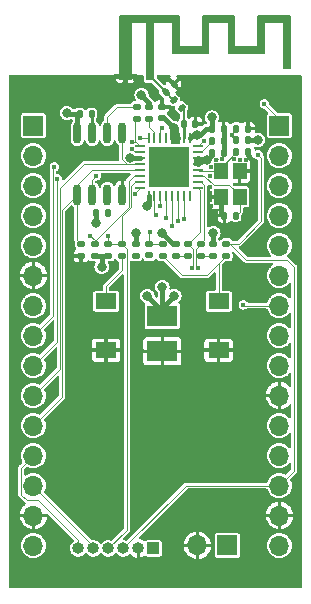
<source format=gbr>
%TF.GenerationSoftware,KiCad,Pcbnew,(6.0.0)*%
%TF.CreationDate,2022-02-11T23:14:06+08:00*%
%TF.ProjectId,esp8266,65737038-3236-4362-9e6b-696361645f70,rev?*%
%TF.SameCoordinates,Original*%
%TF.FileFunction,Copper,L1,Top*%
%TF.FilePolarity,Positive*%
%FSLAX46Y46*%
G04 Gerber Fmt 4.6, Leading zero omitted, Abs format (unit mm)*
G04 Created by KiCad (PCBNEW (6.0.0)) date 2022-02-11 23:14:06*
%MOMM*%
%LPD*%
G01*
G04 APERTURE LIST*
G04 Aperture macros list*
%AMRoundRect*
0 Rectangle with rounded corners*
0 $1 Rounding radius*
0 $2 $3 $4 $5 $6 $7 $8 $9 X,Y pos of 4 corners*
0 Add a 4 corners polygon primitive as box body*
4,1,4,$2,$3,$4,$5,$6,$7,$8,$9,$2,$3,0*
0 Add four circle primitives for the rounded corners*
1,1,$1+$1,$2,$3*
1,1,$1+$1,$4,$5*
1,1,$1+$1,$6,$7*
1,1,$1+$1,$8,$9*
0 Add four rect primitives between the rounded corners*
20,1,$1+$1,$2,$3,$4,$5,0*
20,1,$1+$1,$4,$5,$6,$7,0*
20,1,$1+$1,$6,$7,$8,$9,0*
20,1,$1+$1,$8,$9,$2,$3,0*%
G04 Aperture macros list end*
%TA.AperFunction,NonConductor*%
%ADD10C,0.020000*%
%TD*%
%TA.AperFunction,EtchedComponent*%
%ADD11C,0.002540*%
%TD*%
%TA.AperFunction,EtchedComponent*%
%ADD12C,0.200000*%
%TD*%
%TA.AperFunction,ComponentPad*%
%ADD13R,1.000000X1.000000*%
%TD*%
%TA.AperFunction,ComponentPad*%
%ADD14O,1.000000X1.000000*%
%TD*%
%TA.AperFunction,SMDPad,CuDef*%
%ADD15O,0.700000X1.800000*%
%TD*%
%TA.AperFunction,ComponentPad*%
%ADD16R,1.700000X1.700000*%
%TD*%
%TA.AperFunction,ComponentPad*%
%ADD17O,1.700000X1.700000*%
%TD*%
%TA.AperFunction,SMDPad,CuDef*%
%ADD18RoundRect,0.062500X-0.062500X0.375000X-0.062500X-0.375000X0.062500X-0.375000X0.062500X0.375000X0*%
%TD*%
%TA.AperFunction,SMDPad,CuDef*%
%ADD19RoundRect,0.062500X-0.375000X0.062500X-0.375000X-0.062500X0.375000X-0.062500X0.375000X0.062500X0*%
%TD*%
%TA.AperFunction,SMDPad,CuDef*%
%ADD20R,3.450000X3.450000*%
%TD*%
%TA.AperFunction,SMDPad,CuDef*%
%ADD21RoundRect,0.135000X-0.185000X0.135000X-0.185000X-0.135000X0.185000X-0.135000X0.185000X0.135000X0*%
%TD*%
%TA.AperFunction,SMDPad,CuDef*%
%ADD22RoundRect,0.147500X-0.147500X-0.172500X0.147500X-0.172500X0.147500X0.172500X-0.147500X0.172500X0*%
%TD*%
%TA.AperFunction,SMDPad,CuDef*%
%ADD23RoundRect,0.147500X-0.172500X0.147500X-0.172500X-0.147500X0.172500X-0.147500X0.172500X0.147500X0*%
%TD*%
%TA.AperFunction,SMDPad,CuDef*%
%ADD24RoundRect,0.140000X-0.170000X0.140000X-0.170000X-0.140000X0.170000X-0.140000X0.170000X0.140000X0*%
%TD*%
%TA.AperFunction,SMDPad,CuDef*%
%ADD25RoundRect,0.140000X0.140000X0.170000X-0.140000X0.170000X-0.140000X-0.170000X0.140000X-0.170000X0*%
%TD*%
%TA.AperFunction,SMDPad,CuDef*%
%ADD26RoundRect,0.135000X-0.135000X-0.185000X0.135000X-0.185000X0.135000X0.185000X-0.135000X0.185000X0*%
%TD*%
%TA.AperFunction,SMDPad,CuDef*%
%ADD27R,0.497840X0.497840*%
%TD*%
%TA.AperFunction,SMDPad,CuDef*%
%ADD28R,0.899160X0.497840*%
%TD*%
%TA.AperFunction,SMDPad,CuDef*%
%ADD29RoundRect,0.135000X0.135000X0.185000X-0.135000X0.185000X-0.135000X-0.185000X0.135000X-0.185000X0*%
%TD*%
%TA.AperFunction,BGAPad,CuDef*%
%ADD30R,1.800000X1.350000*%
%TD*%
%TA.AperFunction,SMDPad,CuDef*%
%ADD31R,2.600000X1.800000*%
%TD*%
%TA.AperFunction,SMDPad,CuDef*%
%ADD32RoundRect,0.140000X-0.140000X-0.170000X0.140000X-0.170000X0.140000X0.170000X-0.140000X0.170000X0*%
%TD*%
%TA.AperFunction,SMDPad,CuDef*%
%ADD33RoundRect,0.140000X-0.219203X-0.021213X-0.021213X-0.219203X0.219203X0.021213X0.021213X0.219203X0*%
%TD*%
%TA.AperFunction,SMDPad,CuDef*%
%ADD34RoundRect,0.140000X-0.021213X0.219203X-0.219203X0.021213X0.021213X-0.219203X0.219203X-0.021213X0*%
%TD*%
%TA.AperFunction,SMDPad,CuDef*%
%ADD35RoundRect,0.135000X0.185000X-0.135000X0.185000X0.135000X-0.185000X0.135000X-0.185000X-0.135000X0*%
%TD*%
%TA.AperFunction,SMDPad,CuDef*%
%ADD36R,1.150000X1.400000*%
%TD*%
%TA.AperFunction,ViaPad*%
%ADD37C,0.400000*%
%TD*%
%TA.AperFunction,ViaPad*%
%ADD38C,0.800000*%
%TD*%
%TA.AperFunction,Conductor*%
%ADD39C,0.400000*%
%TD*%
%TA.AperFunction,Conductor*%
%ADD40C,0.100000*%
%TD*%
%TA.AperFunction,Conductor*%
%ADD41C,0.200000*%
%TD*%
%TA.AperFunction,Conductor*%
%ADD42C,0.250000*%
%TD*%
G04 APERTURE END LIST*
D10*
X130880551Y-115398616D02*
X130953931Y-115460254D01*
X130953931Y-115460254D02*
X131003829Y-115532166D01*
X131003829Y-115532166D02*
X131209290Y-116063431D01*
X131209290Y-116063431D02*
X131209290Y-116841251D01*
X131209290Y-116841251D02*
X130556000Y-116840000D01*
X130556000Y-116840000D02*
X130563553Y-116064899D01*
X130563553Y-116064899D02*
X130606113Y-115712679D01*
X130606113Y-115712679D02*
X130598775Y-115639299D01*
X130598775Y-115639299D02*
X130606113Y-115545374D01*
X130606113Y-115545374D02*
X130647205Y-115455851D01*
X130647205Y-115455851D02*
X130752872Y-115394213D01*
X130752872Y-115394213D02*
X130880551Y-115398616D01*
G36*
X130880551Y-115398616D02*
G01*
X130953931Y-115460254D01*
X131003829Y-115532166D01*
X131209290Y-116063431D01*
X131209290Y-116841251D01*
X130556000Y-116840000D01*
X130563553Y-116064899D01*
X130606113Y-115712679D01*
X130598775Y-115639299D01*
X130606113Y-115545374D01*
X130647205Y-115455851D01*
X130752872Y-115394213D01*
X130880551Y-115398616D01*
G37*
X130880551Y-115398616D02*
X130953931Y-115460254D01*
X131003829Y-115532166D01*
X131209290Y-116063431D01*
X131209290Y-116841251D01*
X130556000Y-116840000D01*
X130563553Y-116064899D01*
X130606113Y-115712679D01*
X130598775Y-115639299D01*
X130606113Y-115545374D01*
X130647205Y-115455851D01*
X130752872Y-115394213D01*
X130880551Y-115398616D01*
X133670000Y-118160000D02*
X133770000Y-118260000D01*
X133770000Y-118260000D02*
X133721731Y-118468706D01*
X133721731Y-118468706D02*
X132442209Y-118722969D01*
X132442209Y-118722969D02*
X132430694Y-118103748D01*
X132430694Y-118103748D02*
X133570000Y-118110000D01*
X133570000Y-118110000D02*
X133670000Y-118160000D01*
G36*
X133570000Y-118110000D02*
G01*
X133670000Y-118160000D01*
X133770000Y-118260000D01*
X133721731Y-118468706D01*
X132442209Y-118722969D01*
X132430694Y-118103748D01*
X133570000Y-118110000D01*
G37*
X133570000Y-118110000D02*
X133670000Y-118160000D01*
X133770000Y-118260000D01*
X133721731Y-118468706D01*
X132442209Y-118722969D01*
X132430694Y-118103748D01*
X133570000Y-118110000D01*
D11*
%TO.C,E1*%
X131188560Y-108721940D02*
X133187540Y-108721940D01*
X135887560Y-106080340D02*
X135887560Y-108721940D01*
X130688180Y-109222320D02*
X130688180Y-106580720D01*
X135887560Y-108721940D02*
X137889080Y-108721940D01*
X138389460Y-109222320D02*
X135389720Y-109222320D01*
X126192380Y-106080340D02*
X131188560Y-106080340D01*
X128491080Y-106580720D02*
X127091540Y-106580720D01*
X130688180Y-106580720D02*
X128988920Y-106580720D01*
X137889080Y-108721940D02*
X137889080Y-106080340D01*
X140088720Y-110520260D02*
X140088720Y-106580720D01*
X133187540Y-108721940D02*
X133187540Y-106080340D01*
X138389460Y-106580720D02*
X138389460Y-109222320D01*
X131188560Y-106080340D02*
X131188560Y-108721940D01*
X140088720Y-106580720D02*
X138389460Y-106580720D01*
X135389720Y-109222320D02*
X135389720Y-106580720D01*
X140589100Y-106080340D02*
X140589100Y-110520260D01*
X135389720Y-106580720D02*
X133687920Y-106580720D01*
X133187540Y-106080340D02*
X135887560Y-106080340D01*
X133687920Y-106580720D02*
X133687920Y-109222320D01*
X140589100Y-110520260D02*
X140088720Y-110520260D01*
X133687920Y-109222320D02*
X130688180Y-109222320D01*
X137889080Y-106080340D02*
X140589100Y-106080340D01*
D12*
X131198051Y-108725912D02*
X133197031Y-108725912D01*
X133197031Y-108725912D02*
X133197031Y-106084312D01*
X133197031Y-106084312D02*
X135897051Y-106084312D01*
X135897051Y-106084312D02*
X135897051Y-108725912D01*
X135897051Y-108725912D02*
X137898571Y-108725912D01*
X137898571Y-108725912D02*
X137898571Y-106084312D01*
X137898571Y-106084312D02*
X140598591Y-106084312D01*
X140598591Y-106084312D02*
X140598591Y-110524232D01*
X140598591Y-110524232D02*
X140098211Y-110524232D01*
X140098211Y-110524232D02*
X140098211Y-106584692D01*
X140098211Y-106584692D02*
X138398951Y-106584692D01*
X138398951Y-106584692D02*
X138398951Y-109226292D01*
X138398951Y-109226292D02*
X135399211Y-109226292D01*
X135399211Y-109226292D02*
X135399211Y-106584692D01*
X135399211Y-106584692D02*
X133697411Y-106584692D01*
X133697411Y-106584692D02*
X133697411Y-109226292D01*
X133697411Y-109226292D02*
X130697671Y-109226292D01*
X130697671Y-109226292D02*
X130697671Y-106583972D01*
X130697671Y-106583972D02*
X128998411Y-106584692D01*
X128998411Y-106584692D02*
X128998411Y-111481812D01*
X128998411Y-111481812D02*
X128500571Y-111481812D01*
X128500571Y-111481812D02*
X128500571Y-106584692D01*
X128500571Y-106584692D02*
X127101031Y-106584692D01*
X127101031Y-106584692D02*
X127101031Y-111481812D01*
X127101031Y-111481812D02*
X126201871Y-111481812D01*
X126201871Y-111481812D02*
X126201871Y-106084312D01*
X126201871Y-106084312D02*
X131198051Y-106084312D01*
X131198051Y-106084312D02*
X131198051Y-108725912D01*
G36*
X131198051Y-108725912D02*
G01*
X133197031Y-108725912D01*
X133197031Y-106084312D01*
X135897051Y-106084312D01*
X135897051Y-108725912D01*
X137898571Y-108725912D01*
X137898571Y-106084312D01*
X140598591Y-106084312D01*
X140598591Y-110524232D01*
X140098211Y-110524232D01*
X140098211Y-106584692D01*
X138398951Y-106584692D01*
X138398951Y-109226292D01*
X135399211Y-109226292D01*
X135399211Y-106584692D01*
X133697411Y-106584692D01*
X133697411Y-109226292D01*
X130697671Y-109226292D01*
X130697671Y-106583972D01*
X128998411Y-106584692D01*
X128998411Y-111481812D01*
X128500571Y-111481812D01*
X128500571Y-106584692D01*
X127101031Y-106584692D01*
X127101031Y-111481812D01*
X126201871Y-111481812D01*
X126201871Y-106084312D01*
X131198051Y-106084312D01*
X131198051Y-108725912D01*
G37*
X131198051Y-108725912D02*
X133197031Y-108725912D01*
X133197031Y-106084312D01*
X135897051Y-106084312D01*
X135897051Y-108725912D01*
X137898571Y-108725912D01*
X137898571Y-106084312D01*
X140598591Y-106084312D01*
X140598591Y-110524232D01*
X140098211Y-110524232D01*
X140098211Y-106584692D01*
X138398951Y-106584692D01*
X138398951Y-109226292D01*
X135399211Y-109226292D01*
X135399211Y-106584692D01*
X133697411Y-106584692D01*
X133697411Y-109226292D01*
X130697671Y-109226292D01*
X130697671Y-106583972D01*
X128998411Y-106584692D01*
X128998411Y-111481812D01*
X128500571Y-111481812D01*
X128500571Y-106584692D01*
X127101031Y-106584692D01*
X127101031Y-111481812D01*
X126201871Y-111481812D01*
X126201871Y-106084312D01*
X131198051Y-106084312D01*
X131198051Y-108725912D01*
%TD*%
D13*
%TO.P,J2,1,Pin_1*%
%TO.N,+3V3*%
X129032000Y-151180000D03*
D14*
%TO.P,J2,2,Pin_2*%
%TO.N,GND*%
X127762000Y-151180000D03*
%TO.P,J2,3,Pin_3*%
%TO.N,/RST*%
X126492000Y-151180000D03*
%TO.P,J2,4,Pin_4*%
%TO.N,/GPIO0*%
X125222000Y-151180000D03*
%TO.P,J2,5,Pin_5*%
%TO.N,/TXD*%
X123952000Y-151180000D03*
%TO.P,J2,6,Pin_6*%
%TO.N,/RXD*%
X122682000Y-151180000D03*
%TD*%
D15*
%TO.P,U2,1,CS*%
%TO.N,/MTDO*%
X122590000Y-121230000D03*
%TO.P,U2,2,SO*%
%TO.N,/MTDI*%
X123860000Y-121230000D03*
%TO.P,U2,3,WP*%
%TO.N,Net-(R14-Pad1)*%
X125130000Y-121230000D03*
%TO.P,U2,4,GND*%
%TO.N,GND*%
X126400000Y-121230000D03*
%TO.P,U2,5,SI*%
%TO.N,/MTCK*%
X126400000Y-116030000D03*
%TO.P,U2,6,CLK*%
%TO.N,Net-(R15-Pad1)*%
X125130000Y-116030000D03*
%TO.P,U2,7,HOLD*%
%TO.N,Net-(R13-Pad1)*%
X123860000Y-116030000D03*
%TO.P,U2,8,VCC*%
%TO.N,+3V3*%
X122590000Y-116030000D03*
%TD*%
D16*
%TO.P,J4,1,Pin_1*%
%TO.N,/GPIO16*%
X118872000Y-115380000D03*
D17*
%TO.P,J4,2,Pin_2*%
%TO.N,unconnected-(J4-Pad2)*%
X118872000Y-117920000D03*
%TO.P,J4,3,Pin_3*%
%TO.N,/GPIO4*%
X118872000Y-120460000D03*
%TO.P,J4,4,Pin_4*%
%TO.N,/GPIO0*%
X118872000Y-123000000D03*
%TO.P,J4,5,Pin_5*%
%TO.N,/GPIO2*%
X118872000Y-125540000D03*
%TO.P,J4,6,Pin_6*%
%TO.N,GND*%
X118872000Y-128080000D03*
%TO.P,J4,7,Pin_7*%
%TO.N,+3V3*%
X118872000Y-130620000D03*
%TO.P,J4,8,Pin_8*%
%TO.N,/MTMS*%
X118872000Y-133160000D03*
%TO.P,J4,9,Pin_9*%
%TO.N,/MTDI*%
X118872000Y-135700000D03*
%TO.P,J4,10,Pin_10*%
%TO.N,/MTCK*%
X118872000Y-138240000D03*
%TO.P,J4,11,Pin_11*%
%TO.N,/MTDO*%
X118872000Y-140780000D03*
%TO.P,J4,12,Pin_12*%
%TO.N,/RXD*%
X118872000Y-143320000D03*
%TO.P,J4,13,Pin_13*%
%TO.N,/TXD*%
X118872000Y-145860000D03*
%TO.P,J4,14,Pin_14*%
%TO.N,GND*%
X118872000Y-148400000D03*
%TO.P,J4,15,Pin_15*%
%TO.N,+3V3*%
X118872000Y-150940000D03*
%TD*%
D16*
%TO.P,J1,1,Pin_1*%
%TO.N,+3V3*%
X135290666Y-150930000D03*
D17*
%TO.P,J1,2,Pin_2*%
%TO.N,GND*%
X132750666Y-150930000D03*
%TD*%
D16*
%TO.P,J3,1,Pin_1*%
%TO.N,/ADC_IN*%
X139700000Y-115380000D03*
D17*
%TO.P,J3,2,Pin_2*%
%TO.N,unconnected-(J3-Pad2)*%
X139700000Y-117920000D03*
%TO.P,J3,3,Pin_3*%
%TO.N,unconnected-(J3-Pad3)*%
X139700000Y-120460000D03*
%TO.P,J3,4,Pin_4*%
%TO.N,/SD3{slash}CS*%
X139700000Y-123000000D03*
%TO.P,J3,5,Pin_5*%
%TO.N,/SD2{slash}GPIO9*%
X139700000Y-125540000D03*
%TO.P,J3,6,Pin_6*%
%TO.N,/SD1{slash}INT*%
X139700000Y-128080000D03*
%TO.P,J3,7,Pin_7*%
%TO.N,/CMD{slash}MOSI*%
X139700000Y-130620000D03*
%TO.P,J3,8,Pin_8*%
%TO.N,/SD0{slash}MISO*%
X139700000Y-133160000D03*
%TO.P,J3,9,Pin_9*%
%TO.N,/SCLK*%
X139700000Y-135700000D03*
%TO.P,J3,10,Pin_10*%
%TO.N,GND*%
X139700000Y-138240000D03*
%TO.P,J3,11,Pin_11*%
%TO.N,+3V3*%
X139700000Y-140780000D03*
%TO.P,J3,12,Pin_12*%
%TO.N,unconnected-(J3-Pad12)*%
X139700000Y-143320000D03*
%TO.P,J3,13,Pin_13*%
%TO.N,/RST*%
X139700000Y-145860000D03*
%TO.P,J3,14,Pin_14*%
%TO.N,GND*%
X139700000Y-148400000D03*
%TO.P,J3,15,Pin_15*%
%TO.N,+3V3*%
X139700000Y-150940000D03*
%TD*%
D18*
%TO.P,U1,1,VDDA*%
%TO.N,+3V3*%
X132120000Y-116452500D03*
%TO.P,U1,2,LNA*%
%TO.N,Net-(C5-Pad2)*%
X131620000Y-116452500D03*
%TO.P,U1,3,VDD3P3*%
%TO.N,+3V3*%
X131120000Y-116452500D03*
%TO.P,U1,4,VDD3P3*%
X130620000Y-116452500D03*
%TO.P,U1,5,VDD_RTC*%
%TO.N,unconnected-(U1-Pad5)*%
X130120000Y-116452500D03*
%TO.P,U1,6,TOUT*%
%TO.N,/ADC_IN*%
X129620000Y-116452500D03*
%TO.P,U1,7,CHIP_PU*%
%TO.N,/CHIP_PU*%
X129120000Y-116452500D03*
%TO.P,U1,8,XPD_DCDC*%
%TO.N,/GPIO16*%
X128620000Y-116452500D03*
D19*
%TO.P,U1,9,MTMS*%
%TO.N,/MTMS*%
X127932500Y-117140000D03*
%TO.P,U1,10,MTDI*%
%TO.N,/MTDI*%
X127932500Y-117640000D03*
%TO.P,U1,11,VDDPST*%
%TO.N,+3V3*%
X127932500Y-118140000D03*
%TO.P,U1,12,MTCK*%
%TO.N,/MTCK*%
X127932500Y-118640000D03*
%TO.P,U1,13,MTDO*%
%TO.N,/MTDO*%
X127932500Y-119140000D03*
%TO.P,U1,14,GPIO2*%
%TO.N,/GPIO2*%
X127932500Y-119640000D03*
%TO.P,U1,15,GPIO0*%
%TO.N,/GPIO0*%
X127932500Y-120140000D03*
%TO.P,U1,16,GPIO4*%
%TO.N,/GPIO4*%
X127932500Y-120640000D03*
D18*
%TO.P,U1,17,VDDPST*%
%TO.N,+3V3*%
X128620000Y-121327500D03*
%TO.P,U1,18,SDIO_DATA_2*%
%TO.N,/SD2{slash}GPIO9*%
X129120000Y-121327500D03*
%TO.P,U1,19,SDIO_DATA_3*%
%TO.N,/SD3{slash}CS*%
X129620000Y-121327500D03*
%TO.P,U1,20,SDIO_CMD*%
%TO.N,/CMD{slash}MOSI*%
X130120000Y-121327500D03*
%TO.P,U1,21,SDIO_CLK*%
%TO.N,/SCLK*%
X130620000Y-121327500D03*
%TO.P,U1,22,SDIO_DATA_0*%
%TO.N,/SD0{slash}MISO*%
X131120000Y-121327500D03*
%TO.P,U1,23,SDIO_DATA_1*%
%TO.N,/SD1{slash}INT*%
X131620000Y-121327500D03*
%TO.P,U1,24,GPIO5*%
%TO.N,/GPIO5*%
X132120000Y-121327500D03*
D19*
%TO.P,U1,25,U0RXD*%
%TO.N,/RXD*%
X132807500Y-120640000D03*
%TO.P,U1,26,U0TXD*%
%TO.N,/TXD*%
X132807500Y-120140000D03*
%TO.P,U1,27,XTAL_OUT*%
%TO.N,Net-(C8-Pad2)*%
X132807500Y-119640000D03*
%TO.P,U1,28,XTAL_IN*%
%TO.N,Net-(C9-Pad2)*%
X132807500Y-119140000D03*
%TO.P,U1,29,VDDD*%
%TO.N,+3V3*%
X132807500Y-118640000D03*
%TO.P,U1,30,VDDA*%
X132807500Y-118140000D03*
%TO.P,U1,31,RES12K*%
%TO.N,Net-(R3-Pad2)*%
X132807500Y-117640000D03*
%TO.P,U1,32,~{EXT_RSTB}*%
%TO.N,/RST*%
X132807500Y-117140000D03*
D20*
%TO.P,U1,33,GND*%
%TO.N,GND*%
X130370000Y-118890000D03*
%TD*%
D21*
%TO.P,R9,1*%
%TO.N,/RST*%
X135211499Y-125377793D03*
%TO.P,R9,2*%
%TO.N,Net-(R8-Pad2)*%
X135211499Y-126397793D03*
%TD*%
D22*
%TO.P,L1,1,1*%
%TO.N,Net-(C5-Pad2)*%
X131615000Y-115250000D03*
%TO.P,L1,2,2*%
%TO.N,GND*%
X132585000Y-115250000D03*
%TD*%
D21*
%TO.P,R8,1*%
%TO.N,/GPIO16*%
X129850000Y-125390000D03*
%TO.P,R8,2*%
%TO.N,Net-(R8-Pad2)*%
X129850000Y-126410000D03*
%TD*%
D23*
%TO.P,D2,1,K*%
%TO.N,/TXD*%
X133025109Y-125422793D03*
%TO.P,D2,2,A*%
%TO.N,Net-(D2-Pad2)*%
X133025109Y-126392793D03*
%TD*%
D21*
%TO.P,R5,1*%
%TO.N,+3V3*%
X134096719Y-125397793D03*
%TO.P,R5,2*%
%TO.N,Net-(D2-Pad2)*%
X134096719Y-126417793D03*
%TD*%
D24*
%TO.P,C2,1*%
%TO.N,GND*%
X129744006Y-113800000D03*
%TO.P,C2,2*%
%TO.N,+3V3*%
X129744006Y-114760000D03*
%TD*%
D25*
%TO.P,C7,1*%
%TO.N,GND*%
X137030000Y-115635000D03*
%TO.P,C7,2*%
%TO.N,/RST*%
X136070000Y-115635000D03*
%TD*%
D26*
%TO.P,R11,1*%
%TO.N,/RST*%
X136020000Y-116640000D03*
%TO.P,R11,2*%
%TO.N,+3V3*%
X137040000Y-116640000D03*
%TD*%
D27*
%TO.P,E1,ANT,SIGNAL*%
%TO.N,Net-(C5-Pad1)*%
X128740000Y-111228920D03*
D28*
%TO.P,E1,GND,GND*%
%TO.N,GND*%
X126641960Y-111228920D03*
%TD*%
D29*
%TO.P,R14,1*%
%TO.N,Net-(R14-Pad1)*%
X125224000Y-122750000D03*
%TO.P,R14,2*%
%TO.N,+3V3*%
X124204000Y-122750000D03*
%TD*%
D30*
%TO.P,SW2,1,1*%
%TO.N,Net-(R10-Pad2)*%
X125029000Y-130259000D03*
%TO.P,SW2,2,2*%
%TO.N,GND*%
X125029000Y-134409000D03*
%TD*%
D29*
%TO.P,R13,1*%
%TO.N,Net-(R13-Pad1)*%
X123800000Y-114400000D03*
%TO.P,R13,2*%
%TO.N,+3V3*%
X122780000Y-114400000D03*
%TD*%
D25*
%TO.P,C3,1*%
%TO.N,GND*%
X134980000Y-117670000D03*
%TO.P,C3,2*%
%TO.N,+3V3*%
X134020000Y-117670000D03*
%TD*%
D29*
%TO.P,R3,2*%
%TO.N,Net-(R3-Pad2)*%
X134010000Y-116665000D03*
%TO.P,R3,1*%
%TO.N,GND*%
X135030000Y-116665000D03*
%TD*%
D31*
%TO.P,C1,1*%
%TO.N,+3V3*%
X129794000Y-131496500D03*
%TO.P,C1,2*%
%TO.N,GND*%
X129794000Y-134496500D03*
%TD*%
D25*
%TO.P,C9,1*%
%TO.N,GND*%
X137030000Y-117645000D03*
%TO.P,C9,2*%
%TO.N,Net-(C9-Pad2)*%
X136070000Y-117645000D03*
%TD*%
D23*
%TO.P,D3,1,K*%
%TO.N,/RXD*%
X131953499Y-125422793D03*
%TO.P,D3,2,A*%
%TO.N,Net-(D3-Pad2)*%
X131953499Y-126392793D03*
%TD*%
D32*
%TO.P,C8,1*%
%TO.N,GND*%
X135050000Y-123000000D03*
%TO.P,C8,2*%
%TO.N,Net-(C8-Pad2)*%
X136010000Y-123000000D03*
%TD*%
D23*
%TO.P,D1,1,K*%
%TO.N,/GPIO16*%
X128693223Y-125415000D03*
%TO.P,D1,2,A*%
%TO.N,Net-(D1-Pad2)*%
X128693223Y-126385000D03*
%TD*%
D21*
%TO.P,R4,1*%
%TO.N,/GPIO2*%
X124066115Y-125390000D03*
%TO.P,R4,2*%
%TO.N,+3V3*%
X124066115Y-126410000D03*
%TD*%
%TO.P,R15,2*%
%TO.N,/MTMS*%
X127624006Y-114810000D03*
%TO.P,R15,1*%
%TO.N,Net-(R15-Pad1)*%
X127624006Y-113790000D03*
%TD*%
D33*
%TO.P,C5,1*%
%TO.N,Net-(C5-Pad1)*%
X130750589Y-113190589D03*
%TO.P,C5,2*%
%TO.N,Net-(C5-Pad2)*%
X131429411Y-113869411D03*
%TD*%
D30*
%TO.P,SW1,1,1*%
%TO.N,Net-(R8-Pad2)*%
X134559000Y-130259000D03*
%TO.P,SW1,2,2*%
%TO.N,GND*%
X134559000Y-134409000D03*
%TD*%
D25*
%TO.P,C4,1*%
%TO.N,GND*%
X134980000Y-115660000D03*
%TO.P,C4,2*%
%TO.N,+3V3*%
X134020000Y-115660000D03*
%TD*%
D21*
%TO.P,R10,1*%
%TO.N,/GPIO0*%
X126379669Y-125390000D03*
%TO.P,R10,2*%
%TO.N,Net-(R10-Pad2)*%
X126379669Y-126410000D03*
%TD*%
D34*
%TO.P,C6,1*%
%TO.N,GND*%
X130749411Y-111860589D03*
%TO.P,C6,2*%
%TO.N,Net-(C5-Pad1)*%
X130070589Y-112539411D03*
%TD*%
D21*
%TO.P,R12,1*%
%TO.N,/MTDO*%
X122909338Y-125390000D03*
%TO.P,R12,2*%
%TO.N,GND*%
X122909338Y-126410000D03*
%TD*%
%TO.P,R2,1*%
%TO.N,+3V3*%
X127536446Y-125390000D03*
%TO.P,R2,2*%
%TO.N,Net-(D1-Pad2)*%
X127536446Y-126410000D03*
%TD*%
%TO.P,R6,1*%
%TO.N,+3V3*%
X130923499Y-125397793D03*
%TO.P,R6,2*%
%TO.N,Net-(D3-Pad2)*%
X130923499Y-126417793D03*
%TD*%
%TO.P,R1,1*%
%TO.N,/GPIO0*%
X125222892Y-125390000D03*
%TO.P,R1,2*%
%TO.N,+3V3*%
X125222892Y-126410000D03*
%TD*%
D35*
%TO.P,R7,1*%
%TO.N,/CHIP_PU*%
X128689006Y-114810000D03*
%TO.P,R7,2*%
%TO.N,+3V3*%
X128689006Y-113790000D03*
%TD*%
D36*
%TO.P,Y1,1,1*%
%TO.N,Net-(C9-Pad2)*%
X134730000Y-119220000D03*
%TO.P,Y1,2,2*%
%TO.N,GND*%
X134730000Y-121420000D03*
%TO.P,Y1,3,3*%
%TO.N,Net-(C8-Pad2)*%
X136330000Y-121420000D03*
%TO.P,Y1,4,4*%
%TO.N,GND*%
X136330000Y-119220000D03*
%TD*%
D37*
%TO.N,GND*%
X140826000Y-112960000D03*
X140226000Y-112960000D03*
X139626000Y-112960000D03*
X139026000Y-112960000D03*
X138426000Y-112960000D03*
X137826000Y-112960000D03*
X137226000Y-112960000D03*
X136626000Y-112960000D03*
X136026000Y-112960000D03*
X135426000Y-112960000D03*
X134826000Y-112960000D03*
X134226000Y-112960000D03*
X133626000Y-112960000D03*
X133026000Y-112960000D03*
X132426000Y-112960000D03*
X131826000Y-112960000D03*
X140826000Y-112360000D03*
X140226000Y-112360000D03*
X139626000Y-112360000D03*
X139026000Y-112360000D03*
X138426000Y-112360000D03*
X137826000Y-112360000D03*
X137226000Y-112360000D03*
X136626000Y-112360000D03*
X136026000Y-112360000D03*
X135426000Y-112360000D03*
X134826000Y-112360000D03*
X134226000Y-112360000D03*
X133626000Y-112360000D03*
X133026000Y-112360000D03*
X132426000Y-112360000D03*
X131826000Y-112360000D03*
X140826000Y-111760000D03*
X140226000Y-111760000D03*
X139626000Y-111760000D03*
X139026000Y-111760000D03*
X138426000Y-111760000D03*
X137826000Y-111760000D03*
X137226000Y-111760000D03*
X136626000Y-111760000D03*
X136026000Y-111760000D03*
X135426000Y-111760000D03*
X134826000Y-111760000D03*
X134226000Y-111760000D03*
X133626000Y-111760000D03*
X133026000Y-111760000D03*
X132426000Y-111760000D03*
X131826000Y-111760000D03*
X126640592Y-112958957D03*
X125949635Y-112394304D03*
X126031361Y-112936668D03*
X125407271Y-112966386D03*
X125377552Y-112357155D03*
X124802000Y-112960000D03*
X124202000Y-112960000D03*
X123602000Y-112960000D03*
X123002000Y-112960000D03*
X122402000Y-112960000D03*
X121802000Y-112960000D03*
X121202000Y-112960000D03*
X120602000Y-112960000D03*
X120002000Y-112960000D03*
X119402000Y-112960000D03*
X118802000Y-112960000D03*
X118202000Y-112960000D03*
X117602000Y-112960000D03*
X124802000Y-112360000D03*
X124202000Y-112360000D03*
X123602000Y-112360000D03*
X123002000Y-112360000D03*
X122402000Y-112360000D03*
X121802000Y-112360000D03*
X121202000Y-112360000D03*
X120602000Y-112360000D03*
X120002000Y-112360000D03*
X119402000Y-112360000D03*
X118802000Y-112360000D03*
X118202000Y-112360000D03*
X117602000Y-112360000D03*
X124802000Y-111760000D03*
X124202000Y-111760000D03*
X123602000Y-111760000D03*
X123002000Y-111760000D03*
X122402000Y-111760000D03*
X121802000Y-111760000D03*
X121202000Y-111760000D03*
X120602000Y-111760000D03*
X120002000Y-111760000D03*
X119402000Y-111760000D03*
X118802000Y-111760000D03*
X118202000Y-111760000D03*
X117602000Y-111760000D03*
%TO.N,/RXD*%
X132261095Y-127450117D03*
%TO.N,/TXD*%
X132842000Y-127424736D03*
%TO.N,GND*%
X135893723Y-118253477D03*
X136369221Y-118268336D03*
X136874437Y-118263383D03*
X134853572Y-118248524D03*
X134318638Y-118263383D03*
X133872859Y-118917192D03*
X133858000Y-119634000D03*
X133799177Y-120548606D03*
X133814036Y-121103353D03*
X133828896Y-121653147D03*
X133903192Y-122193035D03*
X134012160Y-122718063D03*
X134334112Y-123104405D03*
X136770356Y-123164619D03*
X137100562Y-122831111D03*
X137414000Y-122428000D03*
X137414000Y-121920000D03*
X137414000Y-121412000D03*
X137414000Y-120904000D03*
X137414000Y-120396000D03*
X137414000Y-119888000D03*
X137414000Y-119380000D03*
X137414000Y-118872000D03*
X137412532Y-118281815D03*
%TO.N,/RST*%
X137922000Y-117856000D03*
D38*
%TO.N,+3V3*%
X134112000Y-124460000D03*
X129794000Y-124460000D03*
X128524000Y-129794000D03*
X130810000Y-129794000D03*
X129794000Y-129032000D03*
D37*
%TO.N,/CMD{slash}MOSI*%
X136652000Y-130556000D03*
%TO.N,/SD2{slash}GPIO9*%
X129286000Y-122936000D03*
%TO.N,/SD1{slash}INT*%
X131631112Y-123264004D03*
%TO.N,/SD0{slash}MISO*%
X131092523Y-123493530D03*
%TO.N,/SCLK*%
X130628935Y-123927051D03*
%TO.N,/CMD{slash}MOSI*%
X130131424Y-123190000D03*
%TO.N,/SD3{slash}CS*%
X129620641Y-122236221D03*
%TO.N,/ADC_IN*%
X138430000Y-113538000D03*
X129794000Y-115570000D03*
D38*
%TO.N,GND*%
X127762000Y-111506000D03*
X126646938Y-112060487D03*
X125476000Y-111506000D03*
D37*
%TO.N,/GPIO2*%
X123698000Y-124714000D03*
%TO.N,/MTDI*%
X120904000Y-119888000D03*
%TO.N,/MTMS*%
X127185695Y-116765722D03*
X120650000Y-118872000D03*
%TO.N,/GPIO0*%
X125222000Y-124714000D03*
%TO.N,/GPIO4*%
X127508000Y-121158000D03*
D38*
%TO.N,+3V3*%
X124194000Y-123640000D03*
D37*
%TO.N,GND*%
X126470000Y-119720000D03*
X125870000Y-119720000D03*
X125250000Y-119730000D03*
%TO.N,/GPIO16*%
X128720000Y-124360000D03*
%TO.N,GND*%
X131590000Y-120120000D03*
X130990000Y-120120000D03*
X130390000Y-120120000D03*
X129790000Y-120120000D03*
X129190000Y-120120000D03*
X131590000Y-119520000D03*
X130990000Y-119520000D03*
X130390000Y-119520000D03*
X129790000Y-119520000D03*
X129190000Y-119520000D03*
X131590000Y-118920000D03*
X130990000Y-118920000D03*
X130390000Y-118920000D03*
X129790000Y-118920000D03*
X129190000Y-118920000D03*
X131590000Y-118320000D03*
X130990000Y-118320000D03*
X130390000Y-118320000D03*
X129790000Y-118320000D03*
X129190000Y-118320000D03*
X131590000Y-117720000D03*
X130990000Y-117720000D03*
X130390000Y-117720000D03*
X129790000Y-117720000D03*
X129190000Y-117720000D03*
D38*
%TO.N,+3V3*%
X127540000Y-124450000D03*
X124650000Y-127360000D03*
D37*
%TO.N,/GPIO16*%
X127930000Y-116440000D03*
D38*
%TO.N,+3V3*%
X137900000Y-116600000D03*
X133570000Y-118310000D03*
X134000000Y-114700000D03*
X127020000Y-118140500D03*
X130820000Y-115610500D03*
X121700000Y-114300000D03*
X132730378Y-116170378D03*
X128524000Y-122220000D03*
X128024006Y-112800000D03*
D37*
%TO.N,/RST*%
X133300000Y-116700000D03*
X135695027Y-116155676D03*
%TO.N,/MTDI*%
X124206000Y-119634000D03*
X127190000Y-117390000D03*
%TD*%
D39*
%TO.N,+3V3*%
X132807500Y-118640000D02*
X132807500Y-118140000D01*
X130620000Y-115810500D02*
X130820000Y-115610500D01*
X130620000Y-116452500D02*
X130620000Y-115810500D01*
X130620000Y-116452500D02*
X131120000Y-116452500D01*
D40*
%TO.N,/RXD*%
X132987501Y-120820001D02*
X132987501Y-124388791D01*
X132807500Y-120640000D02*
X132987501Y-120820001D01*
X132987501Y-124388791D02*
X131953499Y-125422793D01*
%TO.N,/RST*%
X140970000Y-127376594D02*
X140970000Y-144590000D01*
X140339406Y-126746000D02*
X140970000Y-127376594D01*
X136906000Y-126746000D02*
X140339406Y-126746000D01*
X135537793Y-125377793D02*
X136906000Y-126746000D01*
X140970000Y-144590000D02*
X139700000Y-145860000D01*
X135537793Y-125377793D02*
X136242207Y-125377793D01*
X135211499Y-125377793D02*
X135537793Y-125377793D01*
X131812000Y-145860000D02*
X139700000Y-145860000D01*
X126492000Y-151180000D02*
X131812000Y-145860000D01*
%TO.N,/GPIO0*%
X126799189Y-149602811D02*
X126799189Y-125809520D01*
X125222000Y-151180000D02*
X126799189Y-149602811D01*
X126799189Y-125809520D02*
X126379669Y-125390000D01*
%TO.N,/RXD*%
X122682000Y-150472894D02*
X122682000Y-151180000D01*
X119275106Y-147066000D02*
X122682000Y-150472894D01*
X118295594Y-147066000D02*
X119275106Y-147066000D01*
X117856000Y-144336000D02*
X117856000Y-146626406D01*
X118872000Y-143320000D02*
X117856000Y-144336000D01*
X117856000Y-146626406D02*
X118295594Y-147066000D01*
%TO.N,/TXD*%
X123952000Y-150940000D02*
X123952000Y-151180000D01*
X118872000Y-145860000D02*
X123952000Y-150940000D01*
%TO.N,/RXD*%
X132373019Y-127338193D02*
X132261095Y-127450117D01*
X132373019Y-125842313D02*
X132373019Y-127338193D01*
X131953499Y-125422793D02*
X132373019Y-125842313D01*
%TO.N,/TXD*%
X132605589Y-127188325D02*
X132842000Y-127424736D01*
X132605589Y-125842313D02*
X132605589Y-127188325D01*
X133025109Y-125422793D02*
X132605589Y-125842313D01*
%TO.N,Net-(R8-Pad2)*%
X133593292Y-128016000D02*
X135211499Y-126397793D01*
X131456000Y-128016000D02*
X133593292Y-128016000D01*
X129850000Y-126410000D02*
X131456000Y-128016000D01*
D39*
%TO.N,GND*%
X137030000Y-117899283D02*
X137412532Y-118281815D01*
X137030000Y-117645000D02*
X137030000Y-117899283D01*
D40*
%TO.N,/TXD*%
X133051440Y-120140000D02*
X132807500Y-120140000D01*
X133350000Y-120438560D02*
X133051440Y-120140000D01*
X133025109Y-125422793D02*
X133350000Y-125097902D01*
X133350000Y-125097902D02*
X133350000Y-120438560D01*
%TO.N,/RST*%
X138176000Y-123444000D02*
X138176000Y-118110000D01*
X136242207Y-125377793D02*
X138176000Y-123444000D01*
X138176000Y-118110000D02*
X137922000Y-117856000D01*
D39*
%TO.N,+3V3*%
X134096719Y-124475281D02*
X134112000Y-124460000D01*
X134096719Y-125397793D02*
X134096719Y-124475281D01*
X130731793Y-125397793D02*
X129794000Y-124460000D01*
X130923499Y-125397793D02*
X130731793Y-125397793D01*
D40*
%TO.N,Net-(D3-Pad2)*%
X131928499Y-126417793D02*
X131953499Y-126392793D01*
X130923499Y-126417793D02*
X131928499Y-126417793D01*
%TO.N,Net-(D2-Pad2)*%
X134071719Y-126392793D02*
X134096719Y-126417793D01*
X133025109Y-126392793D02*
X134071719Y-126392793D01*
%TO.N,Net-(R8-Pad2)*%
X134559000Y-127050292D02*
X134559000Y-130259000D01*
X135211499Y-126397793D02*
X134559000Y-127050292D01*
D39*
%TO.N,+3V3*%
X129794000Y-131496500D02*
X129794000Y-131064000D01*
X129794000Y-131064000D02*
X128524000Y-129794000D01*
X129794000Y-130810000D02*
X130810000Y-129794000D01*
X129794000Y-131496500D02*
X129794000Y-130810000D01*
X129794000Y-131496500D02*
X129794000Y-129032000D01*
D40*
%TO.N,Net-(R10-Pad2)*%
X126379669Y-127620331D02*
X126379669Y-126410000D01*
X125029000Y-128971000D02*
X126379669Y-127620331D01*
X125029000Y-130259000D02*
X125029000Y-128971000D01*
%TO.N,Net-(R15-Pad1)*%
X125130000Y-114646000D02*
X125130000Y-116030000D01*
X125986000Y-113790000D02*
X125130000Y-114646000D01*
X127624006Y-113790000D02*
X125986000Y-113790000D01*
%TO.N,/CMD{slash}MOSI*%
X130120000Y-123178576D02*
X130131424Y-123190000D01*
X130120000Y-121327500D02*
X130120000Y-123178576D01*
X139700000Y-130620000D02*
X136716000Y-130620000D01*
X136716000Y-130620000D02*
X136652000Y-130556000D01*
%TO.N,/SD0{slash}MISO*%
X131120000Y-121327500D02*
X131120000Y-123466053D01*
X131120000Y-123466053D02*
X131092523Y-123493530D01*
%TO.N,/SCLK*%
X130620000Y-123918116D02*
X130628935Y-123927051D01*
X130620000Y-121327500D02*
X130620000Y-123918116D01*
%TO.N,/SD1{slash}INT*%
X131620000Y-121327500D02*
X131620000Y-123252892D01*
X131620000Y-123252892D02*
X131631112Y-123264004D01*
%TO.N,/SD2{slash}GPIO9*%
X129120000Y-121327500D02*
X129120000Y-122770000D01*
X129120000Y-122770000D02*
X129286000Y-122936000D01*
D39*
%TO.N,+3V3*%
X128620000Y-122124000D02*
X128524000Y-122220000D01*
X128620000Y-121327500D02*
X128620000Y-122124000D01*
D40*
%TO.N,/SD3{slash}CS*%
X129620000Y-122235580D02*
X129620641Y-122236221D01*
X129620000Y-121327500D02*
X129620000Y-122235580D01*
D39*
%TO.N,+3V3*%
X129744006Y-114760000D02*
X129969500Y-114760000D01*
X129969500Y-114760000D02*
X130820000Y-115610500D01*
D40*
%TO.N,/ADC_IN*%
X139700000Y-114808000D02*
X139700000Y-115380000D01*
X138430000Y-113538000D02*
X139700000Y-114808000D01*
%TO.N,/CHIP_PU*%
X128689006Y-115481006D02*
X129120000Y-115912000D01*
X129120000Y-115912000D02*
X129120000Y-116452500D01*
X128689006Y-114810000D02*
X128689006Y-115481006D01*
%TO.N,/MTMS*%
X127508000Y-116715500D02*
X127932500Y-117140000D01*
X127508000Y-114926006D02*
X127508000Y-116715500D01*
X127624006Y-114810000D02*
X127508000Y-114926006D01*
X127697250Y-116904750D02*
X127932500Y-117140000D01*
X127558222Y-116765722D02*
X127697250Y-116904750D01*
%TO.N,/ADC_IN*%
X129620000Y-115744000D02*
X129794000Y-115570000D01*
X129620000Y-116452500D02*
X129620000Y-115744000D01*
D39*
%TO.N,GND*%
X127484920Y-111228920D02*
X127762000Y-111506000D01*
X126641960Y-111228920D02*
X127484920Y-111228920D01*
X126641960Y-112055509D02*
X126646938Y-112060487D01*
X126641960Y-111228920D02*
X126641960Y-112055509D01*
X125753080Y-111228920D02*
X125476000Y-111506000D01*
X126641960Y-111228920D02*
X125753080Y-111228920D01*
D40*
%TO.N,/GPIO2*%
X124066115Y-125082115D02*
X124066115Y-125390000D01*
X123698000Y-124714000D02*
X124066115Y-125082115D01*
%TO.N,/MTDO*%
X121307520Y-122512480D02*
X122590000Y-121230000D01*
X121307520Y-138344480D02*
X121307520Y-122512480D01*
X118872000Y-140780000D02*
X121307520Y-138344480D01*
D39*
%TO.N,+3V3*%
X127932500Y-118140000D02*
X127020500Y-118140000D01*
D40*
%TO.N,/MTCK*%
X121158000Y-120650000D02*
X123168000Y-118640000D01*
D39*
%TO.N,+3V3*%
X127020500Y-118140000D02*
X127020000Y-118140500D01*
D40*
%TO.N,/MTCK*%
X121158000Y-135954000D02*
X121158000Y-120650000D01*
X123168000Y-118640000D02*
X127932500Y-118640000D01*
X118872000Y-138240000D02*
X121158000Y-135954000D01*
%TO.N,/MTDI*%
X123860000Y-119980000D02*
X124206000Y-119634000D01*
X123860000Y-121230000D02*
X123860000Y-119980000D01*
X120904000Y-133668000D02*
X120904000Y-119888000D01*
X118872000Y-135700000D02*
X120904000Y-133668000D01*
%TO.N,/MTMS*%
X120504499Y-119017501D02*
X120650000Y-118872000D01*
X120504499Y-131527501D02*
X120504499Y-119017501D01*
X118872000Y-133160000D02*
X120504499Y-131527501D01*
X127185695Y-116765722D02*
X127558222Y-116765722D01*
%TO.N,/GPIO0*%
X125222000Y-125389108D02*
X125222892Y-125390000D01*
X125222000Y-124714000D02*
X125222000Y-125389108D01*
%TO.N,/GPIO4*%
X127508000Y-121064500D02*
X127932500Y-120640000D01*
X127508000Y-121158000D02*
X127508000Y-121064500D01*
%TO.N,/GPIO2*%
X126958989Y-122251011D02*
X126958989Y-120051011D01*
X124066115Y-125143885D02*
X126958989Y-122251011D01*
X124066115Y-125390000D02*
X124066115Y-125143885D01*
%TO.N,/GPIO0*%
X127440000Y-120140000D02*
X127932500Y-120140000D01*
X127108499Y-120471501D02*
X127440000Y-120140000D01*
%TO.N,/GPIO2*%
X126958989Y-120051011D02*
X127370000Y-119640000D01*
%TO.N,/GPIO0*%
X126379669Y-123050331D02*
X127108499Y-122321501D01*
X126379669Y-125390000D02*
X126379669Y-123050331D01*
X127108499Y-122321501D02*
X127108499Y-120471501D01*
%TO.N,/GPIO2*%
X127370000Y-119640000D02*
X127932500Y-119640000D01*
D39*
%TO.N,+3V3*%
X124204000Y-122750000D02*
X124204000Y-123630000D01*
D40*
%TO.N,/GPIO16*%
X128720000Y-124360000D02*
X128693223Y-124386777D01*
X128693223Y-124386777D02*
X128693223Y-125415000D01*
D39*
%TO.N,GND*%
X134730000Y-122680000D02*
X135050000Y-123000000D01*
X134730000Y-121420000D02*
X134730000Y-122680000D01*
D41*
%TO.N,Net-(C5-Pad1)*%
X128760098Y-111228920D02*
X130070589Y-112539411D01*
X128740000Y-111228920D02*
X128760098Y-111228920D01*
D40*
%TO.N,/GPIO16*%
X128718223Y-125390000D02*
X129850000Y-125390000D01*
D39*
%TO.N,+3V3*%
X127536446Y-124453554D02*
X127540000Y-124450000D01*
X127536446Y-125390000D02*
X127536446Y-124453554D01*
D40*
%TO.N,/MTDO*%
X122590000Y-125070662D02*
X122590000Y-121230000D01*
X122909338Y-125390000D02*
X122590000Y-125070662D01*
D39*
%TO.N,+3V3*%
X124650000Y-126410000D02*
X124650000Y-127360000D01*
X124650000Y-126410000D02*
X125222892Y-126410000D01*
X124066115Y-126410000D02*
X124650000Y-126410000D01*
D40*
%TO.N,/GPIO0*%
X125222892Y-125390000D02*
X126379669Y-125390000D01*
%TO.N,/GPIO16*%
X127942500Y-116452500D02*
X127930000Y-116440000D01*
X128620000Y-116452500D02*
X127942500Y-116452500D01*
D39*
%TO.N,+3V3*%
X132969142Y-116170378D02*
X132730378Y-116170378D01*
X122590000Y-116030000D02*
X122590000Y-114590000D01*
X134020000Y-115660000D02*
X134020000Y-114720000D01*
X137860000Y-116640000D02*
X137900000Y-116600000D01*
X122780000Y-114400000D02*
X121800000Y-114400000D01*
X134020000Y-114720000D02*
X134000000Y-114700000D01*
X132402122Y-116170378D02*
X132730378Y-116170378D01*
X133479520Y-115660000D02*
X132969142Y-116170378D01*
X122590000Y-114590000D02*
X122780000Y-114400000D01*
X128689006Y-113465000D02*
X128689006Y-113790000D01*
X134020000Y-117670000D02*
X134020000Y-117860000D01*
X132144520Y-116427980D02*
X132402122Y-116170378D01*
X121800000Y-114400000D02*
X121700000Y-114300000D01*
X137040000Y-116640000D02*
X137860000Y-116640000D01*
X128024006Y-112800000D02*
X128689006Y-113465000D01*
X134020000Y-115660000D02*
X133479520Y-115660000D01*
X134020000Y-117860000D02*
X133570000Y-118310000D01*
%TO.N,GND*%
X135030000Y-115710000D02*
X134980000Y-115660000D01*
X135030000Y-116665000D02*
X135030000Y-115710000D01*
X134980000Y-116715000D02*
X135030000Y-116665000D01*
X134980000Y-117670000D02*
X134980000Y-116715000D01*
D41*
%TO.N,Net-(C5-Pad1)*%
X130750589Y-113190589D02*
X130721767Y-113190589D01*
X130721767Y-113190589D02*
X130070589Y-112539411D01*
%TO.N,Net-(C5-Pad2)*%
X131615000Y-114055000D02*
X131429411Y-113869411D01*
D42*
X131620000Y-116452500D02*
X131620000Y-115255000D01*
D41*
X131615000Y-115250000D02*
X131615000Y-114055000D01*
D40*
%TO.N,/RST*%
X132807500Y-117140000D02*
X133247500Y-116700000D01*
X135695027Y-116009973D02*
X136070000Y-115635000D01*
X133247500Y-116700000D02*
X133300000Y-116700000D01*
X135695027Y-116155676D02*
X135695027Y-116009973D01*
X135695027Y-116315027D02*
X136020000Y-116640000D01*
X135695027Y-116155676D02*
X135695027Y-116315027D01*
%TO.N,Net-(C8-Pad2)*%
X134130000Y-120420000D02*
X135460000Y-120420000D01*
X132807500Y-119640000D02*
X133350000Y-119640000D01*
X133350000Y-119640000D02*
X134130000Y-120420000D01*
X136330000Y-122680000D02*
X136330000Y-121420000D01*
X136330000Y-121290000D02*
X136330000Y-121420000D01*
X135460000Y-120420000D02*
X136330000Y-121290000D01*
X136010000Y-123000000D02*
X136330000Y-122680000D01*
%TO.N,Net-(C9-Pad2)*%
X134730000Y-119220000D02*
X134730000Y-118985000D01*
X132807500Y-119140000D02*
X132887500Y-119220000D01*
X134730000Y-118985000D02*
X136070000Y-117645000D01*
X132887500Y-119220000D02*
X134730000Y-119220000D01*
%TO.N,/MTDI*%
X127440000Y-117640000D02*
X127190000Y-117390000D01*
X127932500Y-117640000D02*
X127440000Y-117640000D01*
%TO.N,/MTCK*%
X127932500Y-118640000D02*
X127922999Y-118649501D01*
X127922999Y-118649501D02*
X126793099Y-118649501D01*
X126400000Y-118256402D02*
X126400000Y-116030000D01*
X126793099Y-118649501D02*
X126400000Y-118256402D01*
%TO.N,/MTDO*%
X123840000Y-119140000D02*
X122590000Y-120390000D01*
X122590000Y-120390000D02*
X122590000Y-121230000D01*
X127932500Y-119140000D02*
X123840000Y-119140000D01*
%TO.N,Net-(R3-Pad2)*%
X133035000Y-117640000D02*
X134010000Y-116665000D01*
X132807500Y-117640000D02*
X133035000Y-117640000D01*
D41*
X132807500Y-117640000D02*
X133118425Y-117640000D01*
D42*
%TO.N,Net-(R13-Pad1)*%
X123860000Y-116030000D02*
X123860000Y-114460000D01*
X123860000Y-114460000D02*
X123800000Y-114400000D01*
%TD*%
%TA.AperFunction,Conductor*%
%TO.N,GND*%
G36*
X125861062Y-111118907D02*
G01*
X125897026Y-111168407D01*
X125901871Y-111199000D01*
X125901871Y-111341932D01*
X125894823Y-111363626D01*
X125896006Y-111363813D01*
X125892380Y-111386709D01*
X125892380Y-111519479D01*
X125892726Y-111525325D01*
X125894614Y-111541193D01*
X125898508Y-111555359D01*
X125937148Y-111642350D01*
X125947329Y-111657164D01*
X125973379Y-111683168D01*
X125973664Y-111683386D01*
X125975780Y-111686819D01*
X125983053Y-111692349D01*
X125984690Y-111694155D01*
X125984938Y-111694707D01*
X126013484Y-111723203D01*
X126028317Y-111733359D01*
X126033069Y-111735460D01*
X126035560Y-111736789D01*
X126038788Y-111739783D01*
X126047281Y-111743172D01*
X126052236Y-111746304D01*
X126057464Y-111748933D01*
X126064740Y-111754466D01*
X126073518Y-111757008D01*
X126073520Y-111757009D01*
X126091153Y-111762115D01*
X126103648Y-111766662D01*
X126115369Y-111771844D01*
X126121872Y-111773617D01*
X126132509Y-111777176D01*
X126136096Y-111778607D01*
X126136104Y-111778609D01*
X126142591Y-111781197D01*
X126148864Y-111781812D01*
X126149802Y-111781812D01*
X126154171Y-111782544D01*
X126154213Y-111782118D01*
X126163312Y-111783010D01*
X126172089Y-111785552D01*
X126181190Y-111784764D01*
X126181192Y-111784764D01*
X126211012Y-111782181D01*
X126219554Y-111781812D01*
X127045414Y-111781812D01*
X127055076Y-111782285D01*
X127062472Y-111783010D01*
X127071249Y-111785552D01*
X127080350Y-111784764D01*
X127080352Y-111784764D01*
X127110172Y-111782181D01*
X127118714Y-111781812D01*
X127128936Y-111781812D01*
X127133414Y-111780978D01*
X127133425Y-111780977D01*
X127136785Y-111780351D01*
X127146367Y-111779046D01*
X127153169Y-111778457D01*
X127173485Y-111776698D01*
X127173487Y-111776697D01*
X127182591Y-111775909D01*
X127190802Y-111771895D01*
X127196456Y-111770327D01*
X127201915Y-111768220D01*
X127210901Y-111766547D01*
X127241868Y-111747459D01*
X127250337Y-111742794D01*
X127251289Y-111742329D01*
X127269639Y-111733359D01*
X127274784Y-111730844D01*
X127274785Y-111730843D01*
X127282997Y-111726829D01*
X127289211Y-111720130D01*
X127293914Y-111716637D01*
X127298258Y-111712698D01*
X127306038Y-111707903D01*
X127328050Y-111678956D01*
X127334273Y-111671553D01*
X127352787Y-111651595D01*
X127352787Y-111651594D01*
X127359002Y-111644895D01*
X127362389Y-111636406D01*
X127365519Y-111631455D01*
X127368152Y-111626220D01*
X127373685Y-111618943D01*
X127383797Y-111584023D01*
X127386938Y-111574874D01*
X127397828Y-111547579D01*
X127397828Y-111547578D01*
X127400416Y-111541092D01*
X127401031Y-111534819D01*
X127401031Y-111533881D01*
X127401763Y-111529512D01*
X127401337Y-111529470D01*
X127402229Y-111520371D01*
X127404771Y-111511594D01*
X127403353Y-111495214D01*
X127401400Y-111472671D01*
X127401031Y-111464129D01*
X127401031Y-111199000D01*
X127419938Y-111140809D01*
X127469438Y-111104845D01*
X127500031Y-111100000D01*
X128101571Y-111100000D01*
X128159762Y-111118907D01*
X128195726Y-111168407D01*
X128200571Y-111199000D01*
X128200571Y-111426195D01*
X128200098Y-111435857D01*
X128199373Y-111443253D01*
X128196831Y-111452030D01*
X128197619Y-111461131D01*
X128197619Y-111461133D01*
X128200202Y-111490953D01*
X128200571Y-111499495D01*
X128200571Y-111509717D01*
X128201405Y-111514195D01*
X128201406Y-111514206D01*
X128202032Y-111517566D01*
X128203337Y-111527148D01*
X128203926Y-111533950D01*
X128205005Y-111546406D01*
X128206474Y-111563372D01*
X128210488Y-111571583D01*
X128212056Y-111577237D01*
X128214163Y-111582696D01*
X128215836Y-111591682D01*
X128220633Y-111599464D01*
X128234923Y-111622647D01*
X128239588Y-111631116D01*
X128244092Y-111640330D01*
X128249599Y-111651595D01*
X128255554Y-111663778D01*
X128262253Y-111669992D01*
X128265746Y-111674695D01*
X128269685Y-111679039D01*
X128274480Y-111686819D01*
X128294267Y-111701865D01*
X128303426Y-111708830D01*
X128310830Y-111715054D01*
X128337488Y-111739783D01*
X128345977Y-111743170D01*
X128350928Y-111746300D01*
X128356163Y-111748933D01*
X128363440Y-111754466D01*
X128398360Y-111764578D01*
X128407509Y-111767719D01*
X128431213Y-111777176D01*
X128441291Y-111781197D01*
X128447564Y-111781812D01*
X128448502Y-111781812D01*
X128452871Y-111782544D01*
X128452913Y-111782118D01*
X128462012Y-111783010D01*
X128470789Y-111785552D01*
X128479890Y-111784764D01*
X128479892Y-111784764D01*
X128509712Y-111782181D01*
X128518254Y-111781812D01*
X128847011Y-111781812D01*
X128905202Y-111800719D01*
X128917015Y-111810808D01*
X129483759Y-112377552D01*
X129511536Y-112432069D01*
X129511320Y-112456968D01*
X129510886Y-112458159D01*
X129510886Y-112578237D01*
X129513846Y-112586371D01*
X129513847Y-112586374D01*
X129538880Y-112655151D01*
X129551955Y-112691075D01*
X129556563Y-112697080D01*
X129556564Y-112697082D01*
X129562402Y-112704689D01*
X129582402Y-112730753D01*
X129879247Y-113027597D01*
X129881821Y-113029572D01*
X129915172Y-113055165D01*
X129949826Y-113105590D01*
X129948222Y-113166755D01*
X129910974Y-113215295D01*
X129899192Y-113221105D01*
X129894006Y-113228243D01*
X129894006Y-113634320D01*
X129898128Y-113647005D01*
X129902249Y-113650000D01*
X130338325Y-113650000D01*
X130370754Y-113639463D01*
X130388307Y-113626710D01*
X130449492Y-113626709D01*
X130488905Y-113650860D01*
X130516820Y-113678775D01*
X130556499Y-113709223D01*
X130579919Y-113717747D01*
X130661200Y-113747331D01*
X130661203Y-113747332D01*
X130669337Y-113750292D01*
X130770708Y-113750292D01*
X130828899Y-113769199D01*
X130864863Y-113818699D01*
X130869708Y-113849292D01*
X130869708Y-113950663D01*
X130872668Y-113958797D01*
X130872669Y-113958800D01*
X130902405Y-114040500D01*
X130910777Y-114063501D01*
X130915387Y-114069508D01*
X130915387Y-114069509D01*
X130939252Y-114100611D01*
X130939258Y-114100618D01*
X130941224Y-114103180D01*
X131195642Y-114357597D01*
X131235321Y-114388045D01*
X131242440Y-114390636D01*
X131249358Y-114393154D01*
X131297573Y-114430822D01*
X131314500Y-114486184D01*
X131314500Y-114703901D01*
X131295593Y-114762092D01*
X131273130Y-114784398D01*
X131269465Y-114787022D01*
X131262120Y-114790628D01*
X131256339Y-114796419D01*
X131186050Y-114866830D01*
X131186048Y-114866833D01*
X131180270Y-114872621D01*
X131129392Y-114976706D01*
X131129110Y-114976568D01*
X131096651Y-115022626D01*
X131038738Y-115042370D01*
X130999428Y-115034845D01*
X130976762Y-115025456D01*
X130820000Y-115004818D01*
X130819971Y-115004822D01*
X130764375Y-114986758D01*
X130752562Y-114976669D01*
X130230409Y-114454516D01*
X130230405Y-114454513D01*
X130207842Y-114431950D01*
X130207654Y-114431854D01*
X130197447Y-114421467D01*
X130197230Y-114421684D01*
X130195813Y-114420267D01*
X130195323Y-114419306D01*
X130189780Y-114413665D01*
X130186137Y-114408462D01*
X130188836Y-114406573D01*
X130168036Y-114365750D01*
X130177607Y-114305318D01*
X130207000Y-114270629D01*
X130222692Y-114259039D01*
X130233047Y-114248684D01*
X130302859Y-114154167D01*
X130309706Y-114141234D01*
X130349094Y-114029073D01*
X130351662Y-114017371D01*
X130353788Y-113994886D01*
X130354006Y-113990250D01*
X130354006Y-113965680D01*
X130349884Y-113952995D01*
X130345763Y-113950000D01*
X129693006Y-113950000D01*
X129634815Y-113931093D01*
X129598851Y-113881593D01*
X129594006Y-113851000D01*
X129594006Y-113235681D01*
X129589884Y-113222996D01*
X129585763Y-113220001D01*
X129523759Y-113220001D01*
X129519116Y-113220220D01*
X129496632Y-113222345D01*
X129484936Y-113224910D01*
X129372772Y-113264300D01*
X129359839Y-113271147D01*
X129265322Y-113340959D01*
X129254965Y-113351316D01*
X129245796Y-113363730D01*
X129196015Y-113399304D01*
X129134832Y-113398823D01*
X129085616Y-113362472D01*
X129074894Y-113341224D01*
X129074652Y-113339696D01*
X129063701Y-113318203D01*
X129057758Y-113303857D01*
X129052710Y-113288321D01*
X129050302Y-113280910D01*
X129036122Y-113261393D01*
X129028008Y-113248154D01*
X129017056Y-113226658D01*
X128994493Y-113204095D01*
X128994490Y-113204091D01*
X128657837Y-112867438D01*
X128630060Y-112812921D01*
X128629284Y-112803066D01*
X128629688Y-112800000D01*
X128609050Y-112643238D01*
X128548542Y-112497159D01*
X128452288Y-112371718D01*
X128326847Y-112275464D01*
X128180768Y-112214956D01*
X128024006Y-112194318D01*
X127867244Y-112214956D01*
X127721165Y-112275464D01*
X127595724Y-112371718D01*
X127499470Y-112497159D01*
X127438962Y-112643238D01*
X127418324Y-112800000D01*
X127438962Y-112956762D01*
X127499470Y-113102841D01*
X127503421Y-113107990D01*
X127543508Y-113160233D01*
X127563932Y-113217909D01*
X127546554Y-113276575D01*
X127498012Y-113313822D01*
X127464966Y-113319500D01*
X127399690Y-113319500D01*
X127350833Y-113325932D01*
X127343965Y-113329135D01*
X127343964Y-113329135D01*
X127251452Y-113372274D01*
X127251450Y-113372275D01*
X127243602Y-113375935D01*
X127159941Y-113459596D01*
X127149335Y-113482340D01*
X127107609Y-113527087D01*
X127059612Y-113539500D01*
X126020431Y-113539500D01*
X126001116Y-113537597D01*
X125995568Y-113536493D01*
X125995562Y-113536493D01*
X125986000Y-113534591D01*
X125888260Y-113554034D01*
X125869114Y-113566827D01*
X125805399Y-113609399D01*
X125799981Y-113617508D01*
X125799980Y-113617509D01*
X125796841Y-113622207D01*
X125784529Y-113637210D01*
X124977213Y-114444527D01*
X124962210Y-114456839D01*
X124949399Y-114465399D01*
X124919430Y-114510252D01*
X124894034Y-114548259D01*
X124892132Y-114557822D01*
X124892131Y-114557824D01*
X124886362Y-114586827D01*
X124874592Y-114646000D01*
X124876494Y-114655562D01*
X124877598Y-114661112D01*
X124879500Y-114680426D01*
X124879500Y-114929089D01*
X124860593Y-114987280D01*
X124825446Y-115017298D01*
X124818879Y-115020644D01*
X124818877Y-115020645D01*
X124812868Y-115023707D01*
X124807907Y-115028269D01*
X124807904Y-115028271D01*
X124747959Y-115083394D01*
X124701844Y-115125799D01*
X124698284Y-115131541D01*
X124629828Y-115241950D01*
X124622365Y-115253986D01*
X124595136Y-115347710D01*
X124590806Y-115362613D01*
X124556415Y-115413218D01*
X124498847Y-115433944D01*
X124440091Y-115416874D01*
X124402590Y-115368528D01*
X124397653Y-115348431D01*
X124396121Y-115337250D01*
X124395206Y-115330568D01*
X124392529Y-115324382D01*
X124392528Y-115324378D01*
X124337986Y-115198339D01*
X124337984Y-115198335D01*
X124335305Y-115192145D01*
X124240386Y-115074930D01*
X124227149Y-115065523D01*
X124190670Y-115016402D01*
X124185500Y-114984827D01*
X124185500Y-114849792D01*
X124203403Y-114793010D01*
X124207943Y-114786526D01*
X124214065Y-114780404D01*
X124241876Y-114720764D01*
X124260865Y-114680042D01*
X124260865Y-114680041D01*
X124264068Y-114673173D01*
X124266387Y-114655562D01*
X124270077Y-114627529D01*
X124270500Y-114624316D01*
X124270500Y-114175684D01*
X124264068Y-114126827D01*
X124259691Y-114117440D01*
X124217726Y-114027446D01*
X124217724Y-114027443D01*
X124214065Y-114019596D01*
X124130404Y-113935935D01*
X124122556Y-113932275D01*
X124122554Y-113932274D01*
X124030042Y-113889135D01*
X124030041Y-113889135D01*
X124023173Y-113885932D01*
X123974316Y-113879500D01*
X123625684Y-113879500D01*
X123576827Y-113885932D01*
X123569959Y-113889135D01*
X123569958Y-113889135D01*
X123477446Y-113932274D01*
X123477444Y-113932275D01*
X123469596Y-113935935D01*
X123385935Y-114019596D01*
X123379723Y-114032919D01*
X123337995Y-114077664D01*
X123277933Y-114089338D01*
X123222481Y-114063479D01*
X123200278Y-114032920D01*
X123194065Y-114019596D01*
X123110404Y-113935935D01*
X123102556Y-113932275D01*
X123102554Y-113932274D01*
X123010042Y-113889135D01*
X123010041Y-113889135D01*
X123003173Y-113885932D01*
X122954316Y-113879500D01*
X122605684Y-113879500D01*
X122556827Y-113885932D01*
X122549959Y-113889135D01*
X122549958Y-113889135D01*
X122457446Y-113932274D01*
X122457444Y-113932275D01*
X122449596Y-113935935D01*
X122415027Y-113970504D01*
X122360510Y-113998281D01*
X122345023Y-113999500D01*
X122275154Y-113999500D01*
X122216963Y-113980593D01*
X122196612Y-113960768D01*
X122188858Y-113950663D01*
X122128282Y-113871718D01*
X122002841Y-113775464D01*
X121856762Y-113714956D01*
X121700000Y-113694318D01*
X121543238Y-113714956D01*
X121397159Y-113775464D01*
X121271718Y-113871718D01*
X121175464Y-113997159D01*
X121114956Y-114143238D01*
X121094318Y-114300000D01*
X121114956Y-114456762D01*
X121175464Y-114602841D01*
X121271718Y-114728282D01*
X121397159Y-114824536D01*
X121543238Y-114885044D01*
X121700000Y-114905682D01*
X121856762Y-114885044D01*
X122002841Y-114824536D01*
X122007987Y-114820587D01*
X122013610Y-114817341D01*
X122014356Y-114818633D01*
X122067772Y-114800500D01*
X122090500Y-114800500D01*
X122148691Y-114819407D01*
X122184655Y-114868907D01*
X122189500Y-114899500D01*
X122189500Y-115058163D01*
X122166788Y-115121253D01*
X122161844Y-115125799D01*
X122158287Y-115131536D01*
X122158286Y-115131537D01*
X122089828Y-115241950D01*
X122082365Y-115253986D01*
X122040285Y-115398825D01*
X122039500Y-115409515D01*
X122039500Y-116617785D01*
X122039958Y-116621128D01*
X122039958Y-116621129D01*
X122053878Y-116722749D01*
X122053879Y-116722753D01*
X122054794Y-116729432D01*
X122057471Y-116735618D01*
X122057472Y-116735622D01*
X122112014Y-116861661D01*
X122112016Y-116861665D01*
X122114695Y-116867855D01*
X122209614Y-116985070D01*
X122215113Y-116988978D01*
X122318414Y-117062390D01*
X122332558Y-117072442D01*
X122338903Y-117074726D01*
X122338906Y-117074728D01*
X122468120Y-117121248D01*
X122468123Y-117121249D01*
X122474468Y-117123533D01*
X122518414Y-117126760D01*
X122618158Y-117134086D01*
X122618161Y-117134086D01*
X122624891Y-117134580D01*
X122631506Y-117133246D01*
X122631508Y-117133246D01*
X122699910Y-117119453D01*
X122772743Y-117104767D01*
X122907132Y-117036293D01*
X122912095Y-117031730D01*
X122912097Y-117031728D01*
X123013186Y-116938771D01*
X123018156Y-116934201D01*
X123061094Y-116864949D01*
X123094077Y-116811753D01*
X123094078Y-116811751D01*
X123097635Y-116806014D01*
X123129195Y-116697386D01*
X123163585Y-116646782D01*
X123221153Y-116626056D01*
X123279909Y-116643126D01*
X123317410Y-116691472D01*
X123322347Y-116711569D01*
X123324794Y-116729432D01*
X123327471Y-116735618D01*
X123327472Y-116735622D01*
X123382014Y-116861661D01*
X123382016Y-116861665D01*
X123384695Y-116867855D01*
X123479614Y-116985070D01*
X123485113Y-116988978D01*
X123588414Y-117062390D01*
X123602558Y-117072442D01*
X123608903Y-117074726D01*
X123608906Y-117074728D01*
X123738120Y-117121248D01*
X123738123Y-117121249D01*
X123744468Y-117123533D01*
X123788414Y-117126760D01*
X123888158Y-117134086D01*
X123888161Y-117134086D01*
X123894891Y-117134580D01*
X123901506Y-117133246D01*
X123901508Y-117133246D01*
X123969910Y-117119453D01*
X124042743Y-117104767D01*
X124177132Y-117036293D01*
X124182095Y-117031730D01*
X124182097Y-117031728D01*
X124283186Y-116938771D01*
X124288156Y-116934201D01*
X124331094Y-116864949D01*
X124364077Y-116811753D01*
X124364078Y-116811751D01*
X124367635Y-116806014D01*
X124399195Y-116697386D01*
X124433585Y-116646782D01*
X124491153Y-116626056D01*
X124549909Y-116643126D01*
X124587410Y-116691472D01*
X124592347Y-116711569D01*
X124594794Y-116729432D01*
X124597471Y-116735618D01*
X124597472Y-116735622D01*
X124652014Y-116861661D01*
X124652016Y-116861665D01*
X124654695Y-116867855D01*
X124749614Y-116985070D01*
X124755113Y-116988978D01*
X124858414Y-117062390D01*
X124872558Y-117072442D01*
X124878903Y-117074726D01*
X124878906Y-117074728D01*
X125008120Y-117121248D01*
X125008123Y-117121249D01*
X125014468Y-117123533D01*
X125058414Y-117126760D01*
X125158158Y-117134086D01*
X125158161Y-117134086D01*
X125164891Y-117134580D01*
X125171506Y-117133246D01*
X125171508Y-117133246D01*
X125239910Y-117119453D01*
X125312743Y-117104767D01*
X125447132Y-117036293D01*
X125452095Y-117031730D01*
X125452097Y-117031728D01*
X125553186Y-116938771D01*
X125558156Y-116934201D01*
X125601094Y-116864949D01*
X125634077Y-116811753D01*
X125634078Y-116811751D01*
X125637635Y-116806014D01*
X125669195Y-116697386D01*
X125703585Y-116646782D01*
X125761153Y-116626056D01*
X125819909Y-116643126D01*
X125857410Y-116691472D01*
X125862347Y-116711569D01*
X125864794Y-116729432D01*
X125867471Y-116735618D01*
X125867472Y-116735622D01*
X125922014Y-116861661D01*
X125922016Y-116861665D01*
X125924695Y-116867855D01*
X126019614Y-116985070D01*
X126025111Y-116988977D01*
X126025118Y-116988983D01*
X126107849Y-117047777D01*
X126144329Y-117096897D01*
X126149500Y-117128474D01*
X126149500Y-118221976D01*
X126147598Y-118241290D01*
X126144592Y-118256402D01*
X126146494Y-118265964D01*
X126146494Y-118265966D01*
X126147532Y-118271184D01*
X126140342Y-118331946D01*
X126098810Y-118376876D01*
X126050435Y-118389500D01*
X123202426Y-118389500D01*
X123183112Y-118387598D01*
X123177562Y-118386494D01*
X123168000Y-118384592D01*
X123070259Y-118404034D01*
X123057495Y-118412563D01*
X123052224Y-118416085D01*
X123052222Y-118416086D01*
X123012723Y-118442478D01*
X122987399Y-118459399D01*
X122981981Y-118467508D01*
X122981980Y-118467509D01*
X122978839Y-118472210D01*
X122966527Y-118487213D01*
X121476718Y-119977022D01*
X121422201Y-120004799D01*
X121361769Y-119995228D01*
X121318504Y-119951963D01*
X121310825Y-119903487D01*
X121308273Y-119903487D01*
X121308273Y-119895697D01*
X121309492Y-119888000D01*
X121308245Y-119880126D01*
X121290865Y-119770391D01*
X121290865Y-119770390D01*
X121289646Y-119762696D01*
X121232050Y-119649658D01*
X121142342Y-119559950D01*
X121135405Y-119556415D01*
X121135403Y-119556414D01*
X121036244Y-119505890D01*
X121036243Y-119505890D01*
X121029304Y-119502354D01*
X121021610Y-119501135D01*
X121021609Y-119501135D01*
X120911697Y-119483727D01*
X120904000Y-119482508D01*
X120896303Y-119483727D01*
X120896302Y-119483727D01*
X120869485Y-119487974D01*
X120809053Y-119478402D01*
X120765789Y-119435137D01*
X120754999Y-119390193D01*
X120754999Y-119328659D01*
X120773906Y-119270468D01*
X120809053Y-119240450D01*
X120847465Y-119220878D01*
X120881403Y-119203586D01*
X120881405Y-119203585D01*
X120888342Y-119200050D01*
X120978050Y-119110342D01*
X120998606Y-119070000D01*
X121032110Y-119004244D01*
X121032110Y-119004243D01*
X121035646Y-118997304D01*
X121041568Y-118959917D01*
X121054273Y-118879697D01*
X121055492Y-118872000D01*
X121042371Y-118789154D01*
X121036865Y-118754391D01*
X121036865Y-118754390D01*
X121035646Y-118746696D01*
X121003917Y-118684424D01*
X120981586Y-118640597D01*
X120981585Y-118640595D01*
X120978050Y-118633658D01*
X120888342Y-118543950D01*
X120881405Y-118540415D01*
X120881403Y-118540414D01*
X120782244Y-118489890D01*
X120782243Y-118489890D01*
X120775304Y-118486354D01*
X120767610Y-118485135D01*
X120767609Y-118485135D01*
X120657697Y-118467727D01*
X120650000Y-118466508D01*
X120642303Y-118467727D01*
X120532391Y-118485135D01*
X120532390Y-118485135D01*
X120524696Y-118486354D01*
X120517757Y-118489890D01*
X120517756Y-118489890D01*
X120418597Y-118540414D01*
X120418595Y-118540415D01*
X120411658Y-118543950D01*
X120321950Y-118633658D01*
X120318415Y-118640595D01*
X120318414Y-118640597D01*
X120296083Y-118684424D01*
X120264354Y-118746696D01*
X120263135Y-118754390D01*
X120263135Y-118754391D01*
X120257629Y-118789154D01*
X120244508Y-118872000D01*
X120245727Y-118879697D01*
X120256603Y-118948367D01*
X120255920Y-118983167D01*
X120249091Y-119017501D01*
X120250993Y-119027063D01*
X120252097Y-119032613D01*
X120253999Y-119051927D01*
X120253999Y-131382733D01*
X120235092Y-131440924D01*
X120225003Y-131452737D01*
X119469398Y-132208342D01*
X119414881Y-132236119D01*
X119352307Y-132225423D01*
X119285309Y-132189197D01*
X119285308Y-132189197D01*
X119281055Y-132186897D01*
X119217855Y-132167333D01*
X119088875Y-132127407D01*
X119088871Y-132127406D01*
X119084254Y-132125977D01*
X119079446Y-132125472D01*
X119079443Y-132125471D01*
X118884185Y-132104949D01*
X118884183Y-132104949D01*
X118879369Y-132104443D01*
X118819354Y-132109905D01*
X118679022Y-132122675D01*
X118679017Y-132122676D01*
X118674203Y-132123114D01*
X118476572Y-132181280D01*
X118472288Y-132183519D01*
X118472287Y-132183520D01*
X118404528Y-132218944D01*
X118294002Y-132276726D01*
X118290231Y-132279758D01*
X118137220Y-132402781D01*
X118137217Y-132402783D01*
X118133447Y-132405815D01*
X118130333Y-132409526D01*
X118130332Y-132409527D01*
X118079734Y-132469828D01*
X118001024Y-132563630D01*
X117998689Y-132567878D01*
X117998688Y-132567879D01*
X117992053Y-132579948D01*
X117901776Y-132744162D01*
X117839484Y-132940532D01*
X117838944Y-132945344D01*
X117838944Y-132945345D01*
X117837865Y-132954970D01*
X117816520Y-133145262D01*
X117816925Y-133150082D01*
X117830537Y-133312180D01*
X117833759Y-133350553D01*
X117835092Y-133355201D01*
X117835092Y-133355202D01*
X117873443Y-133488946D01*
X117890544Y-133548586D01*
X117984712Y-133731818D01*
X118112677Y-133893270D01*
X118116357Y-133896402D01*
X118116359Y-133896404D01*
X118229017Y-133992283D01*
X118269564Y-134026791D01*
X118273787Y-134029151D01*
X118273791Y-134029154D01*
X118313342Y-134051258D01*
X118449398Y-134127297D01*
X118453996Y-134128791D01*
X118640724Y-134189463D01*
X118640726Y-134189464D01*
X118645329Y-134190959D01*
X118849894Y-134215351D01*
X118854716Y-134214980D01*
X118854719Y-134214980D01*
X118922541Y-134209761D01*
X119055300Y-134199546D01*
X119253725Y-134144145D01*
X119258038Y-134141966D01*
X119258044Y-134141964D01*
X119433289Y-134053441D01*
X119433291Y-134053440D01*
X119437610Y-134051258D01*
X119479206Y-134018760D01*
X119596135Y-133927406D01*
X119596139Y-133927402D01*
X119599951Y-133924424D01*
X119734564Y-133768472D01*
X119753231Y-133735613D01*
X119833934Y-133593550D01*
X119833935Y-133593547D01*
X119836323Y-133589344D01*
X119849882Y-133548586D01*
X119899824Y-133398454D01*
X119899824Y-133398452D01*
X119901351Y-133393863D01*
X119906710Y-133351446D01*
X119926823Y-133192228D01*
X119927171Y-133189474D01*
X119927583Y-133160000D01*
X119907480Y-132954970D01*
X119847935Y-132757749D01*
X119806156Y-132679174D01*
X119795532Y-132618921D01*
X119823565Y-132562695D01*
X120484496Y-131901764D01*
X120539013Y-131873987D01*
X120599445Y-131883558D01*
X120642710Y-131926823D01*
X120653500Y-131971768D01*
X120653500Y-133523232D01*
X120634593Y-133581423D01*
X120624504Y-133593236D01*
X119469398Y-134748342D01*
X119414881Y-134776119D01*
X119352307Y-134765423D01*
X119285309Y-134729197D01*
X119285308Y-134729197D01*
X119281055Y-134726897D01*
X119217855Y-134707333D01*
X119088875Y-134667407D01*
X119088871Y-134667406D01*
X119084254Y-134665977D01*
X119079446Y-134665472D01*
X119079443Y-134665471D01*
X118884185Y-134644949D01*
X118884183Y-134644949D01*
X118879369Y-134644443D01*
X118823855Y-134649495D01*
X118679022Y-134662675D01*
X118679017Y-134662676D01*
X118674203Y-134663114D01*
X118476572Y-134721280D01*
X118472288Y-134723519D01*
X118472287Y-134723520D01*
X118404528Y-134758944D01*
X118294002Y-134816726D01*
X118290231Y-134819758D01*
X118137220Y-134942781D01*
X118137217Y-134942783D01*
X118133447Y-134945815D01*
X118130333Y-134949526D01*
X118130332Y-134949527D01*
X118079734Y-135009828D01*
X118001024Y-135103630D01*
X117998689Y-135107878D01*
X117998688Y-135107879D01*
X117985746Y-135131420D01*
X117901776Y-135284162D01*
X117900313Y-135288775D01*
X117900311Y-135288779D01*
X117852932Y-135438139D01*
X117839484Y-135480532D01*
X117838944Y-135485344D01*
X117838944Y-135485345D01*
X117821423Y-135641554D01*
X117816520Y-135685262D01*
X117816925Y-135690082D01*
X117832809Y-135879236D01*
X117833759Y-135890553D01*
X117890544Y-136088586D01*
X117984712Y-136271818D01*
X118112677Y-136433270D01*
X118116357Y-136436402D01*
X118116359Y-136436404D01*
X118229017Y-136532283D01*
X118269564Y-136566791D01*
X118273787Y-136569151D01*
X118273791Y-136569154D01*
X118313342Y-136591258D01*
X118449398Y-136667297D01*
X118453996Y-136668791D01*
X118640724Y-136729463D01*
X118640726Y-136729464D01*
X118645329Y-136730959D01*
X118849894Y-136755351D01*
X118854716Y-136754980D01*
X118854719Y-136754980D01*
X118922541Y-136749761D01*
X119055300Y-136739546D01*
X119253725Y-136684145D01*
X119258038Y-136681966D01*
X119258044Y-136681964D01*
X119433289Y-136593441D01*
X119433291Y-136593440D01*
X119437610Y-136591258D01*
X119477570Y-136560038D01*
X119596135Y-136467406D01*
X119596139Y-136467402D01*
X119599951Y-136464424D01*
X119734564Y-136308472D01*
X119753231Y-136275613D01*
X119833934Y-136133550D01*
X119833935Y-136133547D01*
X119836323Y-136129344D01*
X119849882Y-136088586D01*
X119899824Y-135938454D01*
X119899824Y-135938452D01*
X119901351Y-135933863D01*
X119927171Y-135729474D01*
X119927583Y-135700000D01*
X119927240Y-135696500D01*
X119907952Y-135499780D01*
X119907951Y-135499776D01*
X119907480Y-135494970D01*
X119901155Y-135474019D01*
X119857481Y-135329367D01*
X119847935Y-135297749D01*
X119806156Y-135219174D01*
X119795532Y-135158921D01*
X119823565Y-135102695D01*
X120738496Y-134187764D01*
X120793013Y-134159987D01*
X120853445Y-134169558D01*
X120896710Y-134212823D01*
X120907500Y-134257768D01*
X120907500Y-135809232D01*
X120888593Y-135867423D01*
X120878504Y-135879236D01*
X119469398Y-137288342D01*
X119414881Y-137316119D01*
X119352307Y-137305423D01*
X119285309Y-137269197D01*
X119285308Y-137269197D01*
X119281055Y-137266897D01*
X119217855Y-137247333D01*
X119088875Y-137207407D01*
X119088871Y-137207406D01*
X119084254Y-137205977D01*
X119079446Y-137205472D01*
X119079443Y-137205471D01*
X118884185Y-137184949D01*
X118884183Y-137184949D01*
X118879369Y-137184443D01*
X118819354Y-137189905D01*
X118679022Y-137202675D01*
X118679017Y-137202676D01*
X118674203Y-137203114D01*
X118476572Y-137261280D01*
X118472288Y-137263519D01*
X118472287Y-137263520D01*
X118404528Y-137298944D01*
X118294002Y-137356726D01*
X118290231Y-137359758D01*
X118137220Y-137482781D01*
X118137217Y-137482783D01*
X118133447Y-137485815D01*
X118001024Y-137643630D01*
X117901776Y-137824162D01*
X117839484Y-138020532D01*
X117838944Y-138025344D01*
X117838944Y-138025345D01*
X117832617Y-138081757D01*
X117816520Y-138225262D01*
X117816925Y-138230082D01*
X117830940Y-138396978D01*
X117833759Y-138430553D01*
X117835092Y-138435201D01*
X117835092Y-138435202D01*
X117864873Y-138539059D01*
X117890544Y-138628586D01*
X117984712Y-138811818D01*
X118112677Y-138973270D01*
X118116357Y-138976402D01*
X118116359Y-138976404D01*
X118171482Y-139023317D01*
X118269564Y-139106791D01*
X118273787Y-139109151D01*
X118273791Y-139109154D01*
X118313342Y-139131258D01*
X118449398Y-139207297D01*
X118453996Y-139208791D01*
X118640724Y-139269463D01*
X118640726Y-139269464D01*
X118645329Y-139270959D01*
X118849894Y-139295351D01*
X118854716Y-139294980D01*
X118854719Y-139294980D01*
X118922541Y-139289761D01*
X119055300Y-139279546D01*
X119253725Y-139224145D01*
X119258038Y-139221966D01*
X119258044Y-139221964D01*
X119433289Y-139133441D01*
X119433291Y-139133440D01*
X119437610Y-139131258D01*
X119562358Y-139033795D01*
X119596135Y-139007406D01*
X119596139Y-139007402D01*
X119599951Y-139004424D01*
X119608371Y-138994670D01*
X119659313Y-138935651D01*
X119734564Y-138848472D01*
X119736957Y-138844260D01*
X119833934Y-138673550D01*
X119833935Y-138673547D01*
X119836323Y-138669344D01*
X119849882Y-138628586D01*
X119899824Y-138478454D01*
X119899824Y-138478452D01*
X119901351Y-138473863D01*
X119905349Y-138442220D01*
X119926823Y-138272228D01*
X119927171Y-138269474D01*
X119927583Y-138240000D01*
X119912876Y-138090000D01*
X119907952Y-138039780D01*
X119907951Y-138039776D01*
X119907480Y-138034970D01*
X119847935Y-137837749D01*
X119806156Y-137759174D01*
X119795532Y-137698921D01*
X119823565Y-137642695D01*
X120888016Y-136578244D01*
X120942533Y-136550467D01*
X121002965Y-136560038D01*
X121046230Y-136603303D01*
X121057020Y-136648248D01*
X121057020Y-138199712D01*
X121038113Y-138257903D01*
X121028024Y-138269716D01*
X119469398Y-139828342D01*
X119414881Y-139856119D01*
X119352307Y-139845423D01*
X119285309Y-139809197D01*
X119285308Y-139809197D01*
X119281055Y-139806897D01*
X119217855Y-139787333D01*
X119088875Y-139747407D01*
X119088871Y-139747406D01*
X119084254Y-139745977D01*
X119079446Y-139745472D01*
X119079443Y-139745471D01*
X118884185Y-139724949D01*
X118884183Y-139724949D01*
X118879369Y-139724443D01*
X118819354Y-139729905D01*
X118679022Y-139742675D01*
X118679017Y-139742676D01*
X118674203Y-139743114D01*
X118476572Y-139801280D01*
X118472288Y-139803519D01*
X118472287Y-139803520D01*
X118404528Y-139838944D01*
X118294002Y-139896726D01*
X118290231Y-139899758D01*
X118137220Y-140022781D01*
X118137217Y-140022783D01*
X118133447Y-140025815D01*
X118130333Y-140029526D01*
X118130332Y-140029527D01*
X118079734Y-140089828D01*
X118001024Y-140183630D01*
X117998689Y-140187878D01*
X117998688Y-140187879D01*
X117973061Y-140234494D01*
X117901776Y-140364162D01*
X117839484Y-140560532D01*
X117838944Y-140565344D01*
X117838944Y-140565345D01*
X117837865Y-140574970D01*
X117816520Y-140765262D01*
X117833759Y-140970553D01*
X117890544Y-141168586D01*
X117984712Y-141351818D01*
X118112677Y-141513270D01*
X118116357Y-141516402D01*
X118116359Y-141516404D01*
X118229017Y-141612283D01*
X118269564Y-141646791D01*
X118273787Y-141649151D01*
X118273791Y-141649154D01*
X118313342Y-141671258D01*
X118449398Y-141747297D01*
X118453996Y-141748791D01*
X118640724Y-141809463D01*
X118640726Y-141809464D01*
X118645329Y-141810959D01*
X118849894Y-141835351D01*
X118854716Y-141834980D01*
X118854719Y-141834980D01*
X118922541Y-141829761D01*
X119055300Y-141819546D01*
X119253725Y-141764145D01*
X119258038Y-141761966D01*
X119258044Y-141761964D01*
X119433289Y-141673441D01*
X119433291Y-141673440D01*
X119437610Y-141671258D01*
X119472943Y-141643653D01*
X119596135Y-141547406D01*
X119596139Y-141547402D01*
X119599951Y-141544424D01*
X119734564Y-141388472D01*
X119753231Y-141355613D01*
X119833934Y-141213550D01*
X119833935Y-141213547D01*
X119836323Y-141209344D01*
X119849882Y-141168586D01*
X119899824Y-141018454D01*
X119899824Y-141018452D01*
X119901351Y-141013863D01*
X119927171Y-140809474D01*
X119927583Y-140780000D01*
X119907480Y-140574970D01*
X119847935Y-140377749D01*
X119806156Y-140299174D01*
X119795532Y-140238921D01*
X119823565Y-140182695D01*
X121460307Y-138545953D01*
X121475310Y-138533641D01*
X121480011Y-138530500D01*
X121480012Y-138530499D01*
X121488121Y-138525081D01*
X121543486Y-138442220D01*
X121558020Y-138369154D01*
X121558020Y-138369153D01*
X121562928Y-138344480D01*
X121561026Y-138334918D01*
X121561026Y-138334914D01*
X121559923Y-138329369D01*
X121558020Y-138310054D01*
X121558020Y-135125639D01*
X123829000Y-135125639D01*
X123829346Y-135131485D01*
X123831234Y-135147353D01*
X123835128Y-135161519D01*
X123873770Y-135248514D01*
X123883946Y-135263321D01*
X123950108Y-135329367D01*
X123964931Y-135339517D01*
X124051980Y-135378000D01*
X124066185Y-135381873D01*
X124081580Y-135383668D01*
X124087292Y-135384000D01*
X124863320Y-135384000D01*
X124876005Y-135379878D01*
X124879000Y-135375757D01*
X124879000Y-135368320D01*
X125179000Y-135368320D01*
X125183122Y-135381005D01*
X125187243Y-135384000D01*
X125970639Y-135384000D01*
X125976485Y-135383654D01*
X125992353Y-135381766D01*
X126006519Y-135377872D01*
X126093514Y-135339230D01*
X126108321Y-135329054D01*
X126174367Y-135262892D01*
X126184517Y-135248069D01*
X126223000Y-135161020D01*
X126226873Y-135146815D01*
X126228668Y-135131420D01*
X126229000Y-135125708D01*
X126229000Y-134574680D01*
X126224878Y-134561995D01*
X126220757Y-134559000D01*
X125194680Y-134559000D01*
X125181995Y-134563122D01*
X125179000Y-134567243D01*
X125179000Y-135368320D01*
X124879000Y-135368320D01*
X124879000Y-134574680D01*
X124874878Y-134561995D01*
X124870757Y-134559000D01*
X123844680Y-134559000D01*
X123831995Y-134563122D01*
X123829000Y-134567243D01*
X123829000Y-135125639D01*
X121558020Y-135125639D01*
X121558020Y-134243320D01*
X123829000Y-134243320D01*
X123833122Y-134256005D01*
X123837243Y-134259000D01*
X124863320Y-134259000D01*
X124876005Y-134254878D01*
X124879000Y-134250757D01*
X124879000Y-134243320D01*
X125179000Y-134243320D01*
X125183122Y-134256005D01*
X125187243Y-134259000D01*
X126213320Y-134259000D01*
X126226005Y-134254878D01*
X126229000Y-134250757D01*
X126229000Y-133692361D01*
X126228654Y-133686515D01*
X126226766Y-133670647D01*
X126222872Y-133656481D01*
X126184230Y-133569486D01*
X126174054Y-133554679D01*
X126107892Y-133488633D01*
X126093069Y-133478483D01*
X126006020Y-133440000D01*
X125991815Y-133436127D01*
X125976420Y-133434332D01*
X125970708Y-133434000D01*
X125194680Y-133434000D01*
X125181995Y-133438122D01*
X125179000Y-133442243D01*
X125179000Y-134243320D01*
X124879000Y-134243320D01*
X124879000Y-133449680D01*
X124874878Y-133436995D01*
X124870757Y-133434000D01*
X124087361Y-133434000D01*
X124081515Y-133434346D01*
X124065647Y-133436234D01*
X124051481Y-133440128D01*
X123964486Y-133478770D01*
X123949679Y-133488946D01*
X123883633Y-133555108D01*
X123873483Y-133569931D01*
X123835000Y-133656980D01*
X123831127Y-133671185D01*
X123829332Y-133686580D01*
X123829000Y-133692292D01*
X123829000Y-134243320D01*
X121558020Y-134243320D01*
X121558020Y-126594649D01*
X122289338Y-126594649D01*
X122289556Y-126599285D01*
X122291649Y-126621423D01*
X122294217Y-126633125D01*
X122333107Y-126743867D01*
X122339954Y-126756800D01*
X122408873Y-126850108D01*
X122419230Y-126860465D01*
X122512538Y-126929384D01*
X122525471Y-126936231D01*
X122636213Y-126975121D01*
X122647915Y-126977689D01*
X122670053Y-126979782D01*
X122674689Y-126980000D01*
X122743658Y-126980000D01*
X122756343Y-126975878D01*
X122759338Y-126971757D01*
X122759338Y-126575680D01*
X122755216Y-126562995D01*
X122751095Y-126560000D01*
X122305018Y-126560000D01*
X122292333Y-126564122D01*
X122289338Y-126568243D01*
X122289338Y-126594649D01*
X121558020Y-126594649D01*
X121558020Y-122657248D01*
X121576927Y-122599057D01*
X121587016Y-122587244D01*
X122033239Y-122141021D01*
X122087756Y-122113244D01*
X122148188Y-122122815D01*
X122180180Y-122148722D01*
X122209614Y-122185070D01*
X122215111Y-122188977D01*
X122215118Y-122188983D01*
X122297849Y-122247777D01*
X122334329Y-122296897D01*
X122339500Y-122328474D01*
X122339500Y-125036236D01*
X122337598Y-125055550D01*
X122334592Y-125070662D01*
X122354034Y-125168403D01*
X122372153Y-125195519D01*
X122388838Y-125250520D01*
X122388838Y-125564316D01*
X122389261Y-125567529D01*
X122392942Y-125595486D01*
X122395270Y-125613173D01*
X122398473Y-125620041D01*
X122398473Y-125620042D01*
X122441252Y-125711780D01*
X122445273Y-125720404D01*
X122490436Y-125765567D01*
X122518213Y-125820084D01*
X122508642Y-125880516D01*
X122479250Y-125915204D01*
X122419230Y-125959535D01*
X122408873Y-125969892D01*
X122339954Y-126063200D01*
X122333107Y-126076133D01*
X122294217Y-126186875D01*
X122291649Y-126198577D01*
X122289556Y-126220715D01*
X122289338Y-126225351D01*
X122289338Y-126244320D01*
X122293460Y-126257005D01*
X122297581Y-126260000D01*
X122960338Y-126260000D01*
X123018529Y-126278907D01*
X123054493Y-126328407D01*
X123059338Y-126359000D01*
X123059338Y-126964320D01*
X123063460Y-126977005D01*
X123067581Y-126980000D01*
X123143987Y-126980000D01*
X123148623Y-126979782D01*
X123170761Y-126977689D01*
X123182463Y-126975121D01*
X123293205Y-126936231D01*
X123306138Y-126929384D01*
X123399446Y-126860465D01*
X123409803Y-126850108D01*
X123469758Y-126768935D01*
X123519539Y-126733361D01*
X123580722Y-126733842D01*
X123619395Y-126757749D01*
X123685711Y-126824065D01*
X123693558Y-126827724D01*
X123693561Y-126827726D01*
X123785142Y-126870431D01*
X123792942Y-126874068D01*
X123841799Y-126880500D01*
X124060267Y-126880500D01*
X124118458Y-126899407D01*
X124154422Y-126948907D01*
X124154422Y-127010093D01*
X124138810Y-127039766D01*
X124131517Y-127049271D01*
X124125464Y-127057159D01*
X124064956Y-127203238D01*
X124044318Y-127360000D01*
X124064956Y-127516762D01*
X124125464Y-127662841D01*
X124221718Y-127788282D01*
X124347159Y-127884536D01*
X124493238Y-127945044D01*
X124650000Y-127965682D01*
X124806762Y-127945044D01*
X124952841Y-127884536D01*
X125078282Y-127788282D01*
X125174536Y-127662841D01*
X125235044Y-127516762D01*
X125255682Y-127360000D01*
X125235044Y-127203238D01*
X125174536Y-127057159D01*
X125168484Y-127049271D01*
X125161190Y-127039766D01*
X125140767Y-126982090D01*
X125158145Y-126923425D01*
X125206687Y-126886178D01*
X125239733Y-126880500D01*
X125447208Y-126880500D01*
X125496065Y-126874068D01*
X125503865Y-126870431D01*
X125595446Y-126827726D01*
X125595449Y-126827724D01*
X125603296Y-126824065D01*
X125686957Y-126740404D01*
X125709649Y-126691741D01*
X125711557Y-126687650D01*
X125753286Y-126642902D01*
X125813347Y-126631228D01*
X125868800Y-126657087D01*
X125891002Y-126687646D01*
X125915604Y-126740404D01*
X125999265Y-126824065D01*
X126072010Y-126857987D01*
X126116757Y-126899714D01*
X126129169Y-126947710D01*
X126129169Y-127475563D01*
X126110262Y-127533754D01*
X126100173Y-127545567D01*
X124876213Y-128769527D01*
X124861210Y-128781839D01*
X124848399Y-128790399D01*
X124824369Y-128826363D01*
X124812945Y-128843461D01*
X124812942Y-128843463D01*
X124812943Y-128843464D01*
X124793034Y-128873259D01*
X124773592Y-128971000D01*
X124775494Y-128980562D01*
X124776598Y-128986112D01*
X124778500Y-129005426D01*
X124778500Y-129284500D01*
X124759593Y-129342691D01*
X124710093Y-129378655D01*
X124679500Y-129383500D01*
X124109252Y-129383500D01*
X124083005Y-129388721D01*
X124060334Y-129393230D01*
X124060332Y-129393231D01*
X124050769Y-129395133D01*
X123984448Y-129439448D01*
X123940133Y-129505769D01*
X123928500Y-129564252D01*
X123928500Y-130953748D01*
X123940133Y-131012231D01*
X123984448Y-131078552D01*
X124050769Y-131122867D01*
X124060332Y-131124769D01*
X124060334Y-131124770D01*
X124083005Y-131129279D01*
X124109252Y-131134500D01*
X125948748Y-131134500D01*
X125974995Y-131129279D01*
X125997666Y-131124770D01*
X125997668Y-131124769D01*
X126007231Y-131122867D01*
X126073552Y-131078552D01*
X126117867Y-131012231D01*
X126129500Y-130953748D01*
X126129500Y-129564252D01*
X126117867Y-129505769D01*
X126073552Y-129439448D01*
X126007231Y-129395133D01*
X125997668Y-129393231D01*
X125997666Y-129393230D01*
X125974995Y-129388721D01*
X125948748Y-129383500D01*
X125378500Y-129383500D01*
X125320309Y-129364593D01*
X125284345Y-129315093D01*
X125279500Y-129284500D01*
X125279500Y-129115768D01*
X125298407Y-129057577D01*
X125308496Y-129045764D01*
X126379685Y-127974575D01*
X126434202Y-127946798D01*
X126494634Y-127956369D01*
X126537899Y-127999634D01*
X126548689Y-128044579D01*
X126548689Y-149458043D01*
X126529782Y-149516234D01*
X126519693Y-149528047D01*
X125555836Y-150491904D01*
X125501319Y-150519681D01*
X125461716Y-150517917D01*
X125376659Y-150496552D01*
X125316231Y-150481373D01*
X125316228Y-150481373D01*
X125310441Y-150479919D01*
X125224841Y-150479471D01*
X125146861Y-150479062D01*
X125146859Y-150479062D01*
X125140895Y-150479031D01*
X125135099Y-150480423D01*
X125135095Y-150480423D01*
X125054879Y-150499682D01*
X124976032Y-150518612D01*
X124927700Y-150543558D01*
X124830675Y-150593636D01*
X124830673Y-150593638D01*
X124825369Y-150596375D01*
X124697604Y-150707831D01*
X124694174Y-150712712D01*
X124694170Y-150712716D01*
X124668236Y-150749616D01*
X124619307Y-150786353D01*
X124558129Y-150787313D01*
X124505653Y-150748766D01*
X124481312Y-150713349D01*
X124354721Y-150600560D01*
X124348098Y-150597053D01*
X124288776Y-150565644D01*
X124204881Y-150521224D01*
X124106659Y-150496552D01*
X124046231Y-150481373D01*
X124046228Y-150481373D01*
X124040441Y-150479919D01*
X123974630Y-150479574D01*
X123885859Y-150479109D01*
X123827768Y-150459897D01*
X123816374Y-150450114D01*
X119824181Y-146457921D01*
X119796404Y-146403404D01*
X119808105Y-146339017D01*
X119833934Y-146293550D01*
X119833935Y-146293547D01*
X119836323Y-146289344D01*
X119849882Y-146248586D01*
X119899824Y-146098454D01*
X119899824Y-146098452D01*
X119901351Y-146093863D01*
X119927171Y-145889474D01*
X119927583Y-145860000D01*
X119927313Y-145857244D01*
X119907952Y-145659780D01*
X119907951Y-145659776D01*
X119907480Y-145654970D01*
X119904152Y-145643945D01*
X119849333Y-145462380D01*
X119847935Y-145457749D01*
X119751218Y-145275849D01*
X119621011Y-145116200D01*
X119504404Y-145019734D01*
X119466002Y-144987965D01*
X119466000Y-144987964D01*
X119462275Y-144984882D01*
X119281055Y-144886897D01*
X119217855Y-144867333D01*
X119088875Y-144827407D01*
X119088871Y-144827406D01*
X119084254Y-144825977D01*
X119079446Y-144825472D01*
X119079443Y-144825471D01*
X118884185Y-144804949D01*
X118884183Y-144804949D01*
X118879369Y-144804443D01*
X118819354Y-144809905D01*
X118679022Y-144822675D01*
X118679017Y-144822676D01*
X118674203Y-144823114D01*
X118476572Y-144881280D01*
X118472288Y-144883519D01*
X118472287Y-144883520D01*
X118404528Y-144918944D01*
X118294002Y-144976726D01*
X118290231Y-144979758D01*
X118290225Y-144979762D01*
X118267534Y-144998006D01*
X118210337Y-145019734D01*
X118151292Y-145003692D01*
X118112952Y-144956008D01*
X118106500Y-144920852D01*
X118106500Y-144480768D01*
X118125407Y-144422577D01*
X118135496Y-144410764D01*
X118274294Y-144271966D01*
X118328811Y-144244189D01*
X118392595Y-144255551D01*
X118449398Y-144287297D01*
X118453996Y-144288791D01*
X118640724Y-144349463D01*
X118640726Y-144349464D01*
X118645329Y-144350959D01*
X118849894Y-144375351D01*
X118854716Y-144374980D01*
X118854719Y-144374980D01*
X118922541Y-144369761D01*
X119055300Y-144359546D01*
X119253725Y-144304145D01*
X119258038Y-144301966D01*
X119258044Y-144301964D01*
X119433289Y-144213441D01*
X119433291Y-144213440D01*
X119437610Y-144211258D01*
X119516043Y-144149980D01*
X119596135Y-144087406D01*
X119596139Y-144087402D01*
X119599951Y-144084424D01*
X119734564Y-143928472D01*
X119753231Y-143895613D01*
X119833934Y-143753550D01*
X119833935Y-143753547D01*
X119836323Y-143749344D01*
X119848448Y-143712897D01*
X119899824Y-143558454D01*
X119899824Y-143558452D01*
X119901351Y-143553863D01*
X119927171Y-143349474D01*
X119927583Y-143320000D01*
X119907480Y-143114970D01*
X119847935Y-142917749D01*
X119751218Y-142735849D01*
X119621011Y-142576200D01*
X119462275Y-142444882D01*
X119281055Y-142346897D01*
X119217855Y-142327333D01*
X119088875Y-142287407D01*
X119088871Y-142287406D01*
X119084254Y-142285977D01*
X119079446Y-142285472D01*
X119079443Y-142285471D01*
X118884185Y-142264949D01*
X118884183Y-142264949D01*
X118879369Y-142264443D01*
X118819354Y-142269905D01*
X118679022Y-142282675D01*
X118679017Y-142282676D01*
X118674203Y-142283114D01*
X118476572Y-142341280D01*
X118472288Y-142343519D01*
X118472287Y-142343520D01*
X118461428Y-142349197D01*
X118294002Y-142436726D01*
X118290231Y-142439758D01*
X118137220Y-142562781D01*
X118137217Y-142562783D01*
X118133447Y-142565815D01*
X118130333Y-142569526D01*
X118130332Y-142569527D01*
X118079734Y-142629828D01*
X118001024Y-142723630D01*
X117998689Y-142727878D01*
X117998688Y-142727879D01*
X117991955Y-142740126D01*
X117901776Y-142904162D01*
X117839484Y-143100532D01*
X117838944Y-143105344D01*
X117838944Y-143105345D01*
X117837865Y-143114970D01*
X117816520Y-143305262D01*
X117833759Y-143510553D01*
X117890544Y-143708586D01*
X117892760Y-143712897D01*
X117938545Y-143801987D01*
X117948328Y-143862385D01*
X117920497Y-143917243D01*
X117703213Y-144134527D01*
X117688210Y-144146839D01*
X117675399Y-144155399D01*
X117669981Y-144163508D01*
X117669979Y-144163510D01*
X117654425Y-144186789D01*
X117654424Y-144186791D01*
X117620034Y-144238259D01*
X117618132Y-144247822D01*
X117618131Y-144247824D01*
X117602494Y-144326438D01*
X117600592Y-144336000D01*
X117602494Y-144345562D01*
X117603598Y-144351112D01*
X117605500Y-144370426D01*
X117605500Y-146591980D01*
X117603598Y-146611294D01*
X117600592Y-146626406D01*
X117620034Y-146724147D01*
X117621801Y-146726791D01*
X117675399Y-146807007D01*
X117683508Y-146812425D01*
X117683509Y-146812426D01*
X117688213Y-146815569D01*
X117703216Y-146827882D01*
X118094122Y-147218789D01*
X118106432Y-147233788D01*
X118114993Y-147246601D01*
X118135910Y-147260577D01*
X118135911Y-147260578D01*
X118136829Y-147261191D01*
X118195020Y-147300073D01*
X118232901Y-147348122D01*
X118235303Y-147409260D01*
X118198207Y-147462484D01*
X118189742Y-147468633D01*
X118037657Y-147602010D01*
X118031434Y-147608568D01*
X117906209Y-147767415D01*
X117901284Y-147774998D01*
X117807097Y-147954018D01*
X117803643Y-147962358D01*
X117743658Y-148155538D01*
X117741777Y-148164389D01*
X117733487Y-148234428D01*
X117736090Y-148247511D01*
X117737663Y-148248965D01*
X117742378Y-148250000D01*
X119997462Y-148250000D01*
X120020813Y-148242413D01*
X120081999Y-148242413D01*
X120121409Y-148266564D01*
X122300010Y-150445165D01*
X122327787Y-150499682D01*
X122318216Y-150560114D01*
X122286978Y-150595545D01*
X122285369Y-150596375D01*
X122157604Y-150707831D01*
X122154173Y-150712713D01*
X122154172Y-150712714D01*
X122109780Y-150775878D01*
X122060113Y-150846547D01*
X122057945Y-150852108D01*
X122011112Y-150972228D01*
X121998524Y-151004513D01*
X121976394Y-151172611D01*
X121977049Y-151178544D01*
X121977049Y-151178548D01*
X121994089Y-151332896D01*
X121994999Y-151341135D01*
X122053266Y-151500356D01*
X122056591Y-151505305D01*
X122056592Y-151505306D01*
X122082768Y-151544260D01*
X122147830Y-151641083D01*
X122273233Y-151755191D01*
X122422235Y-151836092D01*
X122481680Y-151851687D01*
X122580464Y-151877603D01*
X122580468Y-151877604D01*
X122586233Y-151879116D01*
X122592194Y-151879210D01*
X122592197Y-151879210D01*
X122670965Y-151880447D01*
X122755760Y-151881779D01*
X122761575Y-151880447D01*
X122761577Y-151880447D01*
X122915206Y-151845262D01*
X122915209Y-151845261D01*
X122921029Y-151843928D01*
X122936610Y-151836092D01*
X123018530Y-151794890D01*
X123072498Y-151767747D01*
X123077035Y-151763872D01*
X123077038Y-151763870D01*
X123196888Y-151661508D01*
X123196891Y-151661505D01*
X123201423Y-151657634D01*
X123213316Y-151641083D01*
X123235879Y-151609684D01*
X123285189Y-151573461D01*
X123346374Y-151573140D01*
X123398446Y-151612237D01*
X123417830Y-151641083D01*
X123543233Y-151755191D01*
X123692235Y-151836092D01*
X123751680Y-151851687D01*
X123850464Y-151877603D01*
X123850468Y-151877604D01*
X123856233Y-151879116D01*
X123862194Y-151879210D01*
X123862197Y-151879210D01*
X123940965Y-151880447D01*
X124025760Y-151881779D01*
X124031575Y-151880447D01*
X124031577Y-151880447D01*
X124185206Y-151845262D01*
X124185209Y-151845261D01*
X124191029Y-151843928D01*
X124206610Y-151836092D01*
X124288530Y-151794890D01*
X124342498Y-151767747D01*
X124347035Y-151763872D01*
X124347038Y-151763870D01*
X124466888Y-151661508D01*
X124466891Y-151661505D01*
X124471423Y-151657634D01*
X124483316Y-151641083D01*
X124505879Y-151609684D01*
X124555189Y-151573461D01*
X124616374Y-151573140D01*
X124668446Y-151612237D01*
X124687830Y-151641083D01*
X124813233Y-151755191D01*
X124962235Y-151836092D01*
X125021680Y-151851687D01*
X125120464Y-151877603D01*
X125120468Y-151877604D01*
X125126233Y-151879116D01*
X125132194Y-151879210D01*
X125132197Y-151879210D01*
X125210965Y-151880447D01*
X125295760Y-151881779D01*
X125301575Y-151880447D01*
X125301577Y-151880447D01*
X125455206Y-151845262D01*
X125455209Y-151845261D01*
X125461029Y-151843928D01*
X125476610Y-151836092D01*
X125558530Y-151794890D01*
X125612498Y-151767747D01*
X125617035Y-151763872D01*
X125617038Y-151763870D01*
X125736888Y-151661508D01*
X125736891Y-151661505D01*
X125741423Y-151657634D01*
X125753316Y-151641083D01*
X125775879Y-151609684D01*
X125825189Y-151573461D01*
X125886374Y-151573140D01*
X125938446Y-151612237D01*
X125957830Y-151641083D01*
X126083233Y-151755191D01*
X126232235Y-151836092D01*
X126291680Y-151851687D01*
X126390464Y-151877603D01*
X126390468Y-151877604D01*
X126396233Y-151879116D01*
X126402194Y-151879210D01*
X126402197Y-151879210D01*
X126480965Y-151880447D01*
X126565760Y-151881779D01*
X126571575Y-151880447D01*
X126571577Y-151880447D01*
X126725206Y-151845262D01*
X126725209Y-151845261D01*
X126731029Y-151843928D01*
X126746610Y-151836092D01*
X126828530Y-151794890D01*
X126882498Y-151767747D01*
X126887035Y-151763872D01*
X126887038Y-151763870D01*
X126989494Y-151676363D01*
X126995205Y-151671486D01*
X127051732Y-151648071D01*
X127111227Y-151662354D01*
X127130715Y-151677995D01*
X127244990Y-151796330D01*
X127253463Y-151803340D01*
X127394390Y-151895560D01*
X127404198Y-151900514D01*
X127562051Y-151959219D01*
X127572727Y-151961880D01*
X127596456Y-151965046D01*
X127609576Y-151962638D01*
X127610783Y-151961371D01*
X127612000Y-151956015D01*
X127612000Y-151129000D01*
X127630907Y-151070809D01*
X127680407Y-151034845D01*
X127711000Y-151030000D01*
X127813000Y-151030000D01*
X127871191Y-151048907D01*
X127907155Y-151098407D01*
X127912000Y-151129000D01*
X127912000Y-151954020D01*
X127916122Y-151966705D01*
X127918437Y-151968388D01*
X127920703Y-151968642D01*
X127929138Y-151966910D01*
X128089310Y-151914868D01*
X128099333Y-151910321D01*
X128243989Y-151824088D01*
X128257157Y-151814093D01*
X128258687Y-151816109D01*
X128304757Y-151794071D01*
X128364930Y-151805154D01*
X128383980Y-151819362D01*
X128387448Y-151824552D01*
X128453769Y-151868867D01*
X128463332Y-151870769D01*
X128463334Y-151870770D01*
X128486005Y-151875279D01*
X128512252Y-151880500D01*
X129551748Y-151880500D01*
X129577995Y-151875279D01*
X129600666Y-151870770D01*
X129600668Y-151870769D01*
X129610231Y-151868867D01*
X129676552Y-151824552D01*
X129720867Y-151758231D01*
X129723866Y-151743157D01*
X129727279Y-151725995D01*
X129732500Y-151699748D01*
X129732500Y-151089405D01*
X131608564Y-151089405D01*
X131609661Y-151106145D01*
X131611074Y-151115064D01*
X131660866Y-151311121D01*
X131663886Y-151319649D01*
X131748570Y-151503341D01*
X131753088Y-151511167D01*
X131869837Y-151676363D01*
X131875701Y-151683229D01*
X132020597Y-151824381D01*
X132027620Y-151830068D01*
X132195804Y-151942446D01*
X132203759Y-151946764D01*
X132389595Y-152026606D01*
X132398206Y-152029404D01*
X132590496Y-152072914D01*
X132597833Y-152070840D01*
X132600453Y-152067514D01*
X132600666Y-152066317D01*
X132600666Y-152054679D01*
X132900666Y-152054679D01*
X132904788Y-152067364D01*
X132905958Y-152068215D01*
X132911938Y-152068725D01*
X133015781Y-152053668D01*
X133024580Y-152051556D01*
X133216116Y-151986538D01*
X133224380Y-151982858D01*
X133400860Y-151884026D01*
X133408318Y-151878900D01*
X133503488Y-151799748D01*
X134240166Y-151799748D01*
X134243487Y-151816442D01*
X134246829Y-151833243D01*
X134251799Y-151858231D01*
X134296114Y-151924552D01*
X134362435Y-151968867D01*
X134371998Y-151970769D01*
X134372000Y-151970770D01*
X134394671Y-151975279D01*
X134420918Y-151980500D01*
X136160414Y-151980500D01*
X136186661Y-151975279D01*
X136209332Y-151970770D01*
X136209334Y-151970769D01*
X136218897Y-151968867D01*
X136285218Y-151924552D01*
X136329533Y-151858231D01*
X136334504Y-151833243D01*
X136337845Y-151816442D01*
X136341166Y-151799748D01*
X136341166Y-150925262D01*
X138644520Y-150925262D01*
X138644925Y-150930082D01*
X138659060Y-151098407D01*
X138661759Y-151130553D01*
X138718544Y-151328586D01*
X138812712Y-151511818D01*
X138940677Y-151673270D01*
X138944357Y-151676402D01*
X138944359Y-151676404D01*
X139036934Y-151755191D01*
X139097564Y-151806791D01*
X139101787Y-151809151D01*
X139101791Y-151809154D01*
X139204114Y-151866340D01*
X139277398Y-151907297D01*
X139281996Y-151908791D01*
X139468724Y-151969463D01*
X139468726Y-151969464D01*
X139473329Y-151970959D01*
X139677894Y-151995351D01*
X139682716Y-151994980D01*
X139682719Y-151994980D01*
X139750541Y-151989761D01*
X139883300Y-151979546D01*
X140081725Y-151924145D01*
X140086038Y-151921966D01*
X140086044Y-151921964D01*
X140261289Y-151833441D01*
X140261291Y-151833440D01*
X140265610Y-151831258D01*
X140269427Y-151828276D01*
X140424135Y-151707406D01*
X140424139Y-151707402D01*
X140427951Y-151704424D01*
X140431988Y-151699748D01*
X140507524Y-151612237D01*
X140562564Y-151548472D01*
X140564957Y-151544260D01*
X140661934Y-151373550D01*
X140661935Y-151373547D01*
X140664323Y-151369344D01*
X140666556Y-151362634D01*
X140727824Y-151178454D01*
X140727824Y-151178452D01*
X140729351Y-151173863D01*
X140735019Y-151129000D01*
X140754823Y-150972228D01*
X140755171Y-150969474D01*
X140755583Y-150940000D01*
X140749643Y-150879416D01*
X140735952Y-150739780D01*
X140735951Y-150739776D01*
X140735480Y-150734970D01*
X140732183Y-150724048D01*
X140677333Y-150542380D01*
X140675935Y-150537749D01*
X140579218Y-150355849D01*
X140449011Y-150196200D01*
X140406268Y-150160840D01*
X140294002Y-150067965D01*
X140294000Y-150067964D01*
X140290275Y-150064882D01*
X140109055Y-149966897D01*
X139989954Y-149930029D01*
X139916875Y-149907407D01*
X139916871Y-149907406D01*
X139912254Y-149905977D01*
X139907446Y-149905472D01*
X139907443Y-149905471D01*
X139712185Y-149884949D01*
X139712183Y-149884949D01*
X139707369Y-149884443D01*
X139654767Y-149889230D01*
X139507022Y-149902675D01*
X139507017Y-149902676D01*
X139502203Y-149903114D01*
X139304572Y-149961280D01*
X139300288Y-149963519D01*
X139300287Y-149963520D01*
X139289428Y-149969197D01*
X139122002Y-150056726D01*
X139118231Y-150059758D01*
X138965220Y-150182781D01*
X138965217Y-150182783D01*
X138961447Y-150185815D01*
X138958333Y-150189526D01*
X138958332Y-150189527D01*
X138854549Y-150313211D01*
X138829024Y-150343630D01*
X138826689Y-150347878D01*
X138826688Y-150347879D01*
X138819955Y-150360126D01*
X138729776Y-150524162D01*
X138728313Y-150528775D01*
X138728311Y-150528779D01*
X138688117Y-150655488D01*
X138667484Y-150720532D01*
X138666944Y-150725344D01*
X138666944Y-150725345D01*
X138660814Y-150780000D01*
X138644520Y-150925262D01*
X136341166Y-150925262D01*
X136341166Y-150060252D01*
X136329533Y-150001769D01*
X136285218Y-149935448D01*
X136218897Y-149891133D01*
X136209334Y-149889231D01*
X136209332Y-149889230D01*
X136185264Y-149884443D01*
X136160414Y-149879500D01*
X134420918Y-149879500D01*
X134396068Y-149884443D01*
X134372000Y-149889230D01*
X134371998Y-149889231D01*
X134362435Y-149891133D01*
X134296114Y-149935448D01*
X134251799Y-150001769D01*
X134240166Y-150060252D01*
X134240166Y-151799748D01*
X133503488Y-151799748D01*
X133563823Y-151749568D01*
X133570234Y-151743157D01*
X133699566Y-151587652D01*
X133704692Y-151580194D01*
X133803524Y-151403714D01*
X133807204Y-151395450D01*
X133872222Y-151203914D01*
X133874334Y-151195115D01*
X133888775Y-151095518D01*
X133886516Y-151082372D01*
X133885481Y-151081363D01*
X133879634Y-151080000D01*
X132916346Y-151080000D01*
X132903661Y-151084122D01*
X132900666Y-151088243D01*
X132900666Y-152054679D01*
X132600666Y-152054679D01*
X132600666Y-151095680D01*
X132596544Y-151082995D01*
X132592423Y-151080000D01*
X131623628Y-151080000D01*
X131610943Y-151084122D01*
X131608868Y-151086978D01*
X131608564Y-151089405D01*
X129732500Y-151089405D01*
X129732500Y-150764428D01*
X131612153Y-150764428D01*
X131614756Y-150777511D01*
X131616329Y-150778965D01*
X131621044Y-150780000D01*
X132584986Y-150780000D01*
X132597671Y-150775878D01*
X132600666Y-150771757D01*
X132600666Y-150764320D01*
X132900666Y-150764320D01*
X132904788Y-150777005D01*
X132908909Y-150780000D01*
X133876130Y-150780000D01*
X133888815Y-150775878D01*
X133890484Y-150773582D01*
X133890888Y-150769966D01*
X133886669Y-150724048D01*
X133885022Y-150715164D01*
X133830115Y-150520481D01*
X133826874Y-150512037D01*
X133737411Y-150330624D01*
X133732686Y-150322914D01*
X133611660Y-150160840D01*
X133605611Y-150154122D01*
X133457071Y-150016814D01*
X133449906Y-150011315D01*
X133278829Y-149903374D01*
X133270776Y-149899271D01*
X133082895Y-149824314D01*
X133074237Y-149821749D01*
X132916045Y-149790283D01*
X132902798Y-149791851D01*
X132902766Y-149791881D01*
X132900666Y-149799928D01*
X132900666Y-150764320D01*
X132600666Y-150764320D01*
X132600666Y-149804517D01*
X132596544Y-149791832D01*
X132595940Y-149791393D01*
X132588793Y-149790877D01*
X132456225Y-149813657D01*
X132447489Y-149815998D01*
X132257716Y-149886009D01*
X132249553Y-149889902D01*
X132075713Y-149993326D01*
X132068411Y-149998631D01*
X131916323Y-150132010D01*
X131910100Y-150138568D01*
X131784875Y-150297415D01*
X131779950Y-150304998D01*
X131685763Y-150484018D01*
X131682309Y-150492358D01*
X131622324Y-150685538D01*
X131620443Y-150694389D01*
X131612153Y-150764428D01*
X129732500Y-150764428D01*
X129732500Y-150660252D01*
X129720867Y-150601769D01*
X129676552Y-150535448D01*
X129610231Y-150491133D01*
X129600668Y-150489231D01*
X129600666Y-150489230D01*
X129577995Y-150484721D01*
X129551748Y-150479500D01*
X128512252Y-150479500D01*
X128486005Y-150484721D01*
X128463334Y-150489230D01*
X128463332Y-150489231D01*
X128453769Y-150491133D01*
X128387448Y-150535448D01*
X128384857Y-150539326D01*
X128333203Y-150565644D01*
X128272771Y-150556073D01*
X128264669Y-150551452D01*
X128119584Y-150459378D01*
X128109704Y-150454559D01*
X127951046Y-150398064D01*
X127940347Y-150395554D01*
X127866144Y-150386706D01*
X127810601Y-150361041D01*
X127780751Y-150307631D01*
X127787996Y-150246876D01*
X127807862Y-150218398D01*
X129466855Y-148559405D01*
X138557898Y-148559405D01*
X138558995Y-148576145D01*
X138560408Y-148585064D01*
X138610200Y-148781121D01*
X138613220Y-148789649D01*
X138697904Y-148973341D01*
X138702422Y-148981167D01*
X138819171Y-149146363D01*
X138825035Y-149153229D01*
X138969931Y-149294381D01*
X138976954Y-149300068D01*
X139145138Y-149412446D01*
X139153093Y-149416764D01*
X139338929Y-149496606D01*
X139347540Y-149499404D01*
X139539830Y-149542914D01*
X139547167Y-149540840D01*
X139549787Y-149537514D01*
X139550000Y-149536317D01*
X139550000Y-149524679D01*
X139850000Y-149524679D01*
X139854122Y-149537364D01*
X139855292Y-149538215D01*
X139861272Y-149538725D01*
X139965115Y-149523668D01*
X139973914Y-149521556D01*
X140165450Y-149456538D01*
X140173714Y-149452858D01*
X140350194Y-149354026D01*
X140357652Y-149348900D01*
X140513157Y-149219568D01*
X140519568Y-149213157D01*
X140648900Y-149057652D01*
X140654026Y-149050194D01*
X140752858Y-148873714D01*
X140756538Y-148865450D01*
X140821556Y-148673914D01*
X140823668Y-148665115D01*
X140838109Y-148565518D01*
X140835850Y-148552372D01*
X140834815Y-148551363D01*
X140828968Y-148550000D01*
X139865680Y-148550000D01*
X139852995Y-148554122D01*
X139850000Y-148558243D01*
X139850000Y-149524679D01*
X139550000Y-149524679D01*
X139550000Y-148565680D01*
X139545878Y-148552995D01*
X139541757Y-148550000D01*
X138572962Y-148550000D01*
X138560277Y-148554122D01*
X138558202Y-148556978D01*
X138557898Y-148559405D01*
X129466855Y-148559405D01*
X129791832Y-148234428D01*
X138561487Y-148234428D01*
X138564090Y-148247511D01*
X138565663Y-148248965D01*
X138570378Y-148250000D01*
X139534320Y-148250000D01*
X139547005Y-148245878D01*
X139550000Y-148241757D01*
X139550000Y-148234320D01*
X139850000Y-148234320D01*
X139854122Y-148247005D01*
X139858243Y-148250000D01*
X140825464Y-148250000D01*
X140838149Y-148245878D01*
X140839818Y-148243582D01*
X140840222Y-148239966D01*
X140836003Y-148194048D01*
X140834356Y-148185164D01*
X140779449Y-147990481D01*
X140776208Y-147982037D01*
X140686745Y-147800624D01*
X140682020Y-147792914D01*
X140560994Y-147630840D01*
X140554945Y-147624122D01*
X140406405Y-147486814D01*
X140399240Y-147481315D01*
X140228163Y-147373374D01*
X140220110Y-147369271D01*
X140032229Y-147294314D01*
X140023571Y-147291749D01*
X139865379Y-147260283D01*
X139852132Y-147261851D01*
X139852100Y-147261881D01*
X139850000Y-147269928D01*
X139850000Y-148234320D01*
X139550000Y-148234320D01*
X139550000Y-147274517D01*
X139545878Y-147261832D01*
X139545274Y-147261393D01*
X139538127Y-147260877D01*
X139405559Y-147283657D01*
X139396823Y-147285998D01*
X139207050Y-147356009D01*
X139198887Y-147359902D01*
X139025047Y-147463326D01*
X139017745Y-147468631D01*
X138865657Y-147602010D01*
X138859434Y-147608568D01*
X138734209Y-147767415D01*
X138729284Y-147774998D01*
X138635097Y-147954018D01*
X138631643Y-147962358D01*
X138571658Y-148155538D01*
X138569777Y-148164389D01*
X138561487Y-148234428D01*
X129791832Y-148234428D01*
X131886764Y-146139496D01*
X131941281Y-146111719D01*
X131956768Y-146110500D01*
X138604347Y-146110500D01*
X138662538Y-146129407D01*
X138699512Y-146182212D01*
X138718544Y-146248586D01*
X138812712Y-146431818D01*
X138940677Y-146593270D01*
X138944357Y-146596402D01*
X138944359Y-146596404D01*
X138990847Y-146635968D01*
X139097564Y-146726791D01*
X139101787Y-146729151D01*
X139101791Y-146729154D01*
X139218702Y-146794493D01*
X139277398Y-146827297D01*
X139281996Y-146828791D01*
X139468724Y-146889463D01*
X139468726Y-146889464D01*
X139473329Y-146890959D01*
X139677894Y-146915351D01*
X139682716Y-146914980D01*
X139682719Y-146914980D01*
X139750541Y-146909761D01*
X139883300Y-146899546D01*
X140081725Y-146844145D01*
X140086038Y-146841966D01*
X140086044Y-146841964D01*
X140261289Y-146753441D01*
X140261291Y-146753440D01*
X140265610Y-146751258D01*
X140300943Y-146723653D01*
X140424135Y-146627406D01*
X140424139Y-146627402D01*
X140427951Y-146624424D01*
X140439285Y-146611294D01*
X140487313Y-146555651D01*
X140562564Y-146468472D01*
X140581231Y-146435613D01*
X140661934Y-146293550D01*
X140661935Y-146293547D01*
X140664323Y-146289344D01*
X140677882Y-146248586D01*
X140727824Y-146098454D01*
X140727824Y-146098452D01*
X140729351Y-146093863D01*
X140755171Y-145889474D01*
X140755583Y-145860000D01*
X140755313Y-145857244D01*
X140735952Y-145659780D01*
X140735951Y-145659776D01*
X140735480Y-145654970D01*
X140732152Y-145643945D01*
X140677333Y-145462380D01*
X140675935Y-145457749D01*
X140634156Y-145379174D01*
X140623532Y-145318921D01*
X140651565Y-145262695D01*
X141122787Y-144791473D01*
X141137790Y-144779161D01*
X141142494Y-144776018D01*
X141142495Y-144776017D01*
X141150601Y-144770601D01*
X141186055Y-144717539D01*
X141186058Y-144717537D01*
X141186057Y-144717536D01*
X141205966Y-144687741D01*
X141225408Y-144590000D01*
X141222402Y-144574888D01*
X141220500Y-144555574D01*
X141220500Y-127411025D01*
X141222403Y-127391710D01*
X141223507Y-127386162D01*
X141223507Y-127386156D01*
X141225409Y-127376594D01*
X141210992Y-127304122D01*
X141207869Y-127288420D01*
X141205966Y-127278854D01*
X141164578Y-127216911D01*
X141164577Y-127216910D01*
X141150601Y-127195993D01*
X141137793Y-127187435D01*
X141122790Y-127175123D01*
X140540879Y-126593213D01*
X140528567Y-126578210D01*
X140525426Y-126573509D01*
X140525425Y-126573508D01*
X140520007Y-126565399D01*
X140511897Y-126559980D01*
X140458267Y-126524146D01*
X140458265Y-126524145D01*
X140455001Y-126521964D01*
X140437147Y-126510034D01*
X140427584Y-126508132D01*
X140418575Y-126504400D01*
X140419539Y-126502072D01*
X140378504Y-126479090D01*
X140352889Y-126423524D01*
X140364827Y-126363515D01*
X140390251Y-126333879D01*
X140427951Y-126304424D01*
X140449977Y-126278907D01*
X140527778Y-126188772D01*
X140562564Y-126148472D01*
X140581231Y-126115613D01*
X140661934Y-125973550D01*
X140661935Y-125973547D01*
X140664323Y-125969344D01*
X140668833Y-125955788D01*
X140727824Y-125778454D01*
X140727824Y-125778452D01*
X140729351Y-125773863D01*
X140734347Y-125734320D01*
X140751885Y-125595486D01*
X140755171Y-125569474D01*
X140755289Y-125561075D01*
X140755544Y-125542776D01*
X140755583Y-125540000D01*
X140755313Y-125537244D01*
X140735952Y-125339780D01*
X140735951Y-125339776D01*
X140735480Y-125334970D01*
X140675935Y-125137749D01*
X140579218Y-124955849D01*
X140449011Y-124796200D01*
X140396599Y-124752841D01*
X140294002Y-124667965D01*
X140294000Y-124667964D01*
X140290275Y-124664882D01*
X140169747Y-124599713D01*
X140113309Y-124569197D01*
X140113308Y-124569197D01*
X140109055Y-124566897D01*
X140045855Y-124547333D01*
X139916875Y-124507407D01*
X139916871Y-124507406D01*
X139912254Y-124505977D01*
X139907446Y-124505472D01*
X139907443Y-124505471D01*
X139712185Y-124484949D01*
X139712183Y-124484949D01*
X139707369Y-124484443D01*
X139647354Y-124489905D01*
X139507022Y-124502675D01*
X139507017Y-124502676D01*
X139502203Y-124503114D01*
X139304572Y-124561280D01*
X139300288Y-124563519D01*
X139300287Y-124563520D01*
X139289428Y-124569197D01*
X139122002Y-124656726D01*
X139118231Y-124659758D01*
X138965220Y-124782781D01*
X138965217Y-124782783D01*
X138961447Y-124785815D01*
X138958333Y-124789526D01*
X138958332Y-124789527D01*
X138834648Y-124936928D01*
X138829024Y-124943630D01*
X138826689Y-124947878D01*
X138826688Y-124947879D01*
X138808684Y-124980628D01*
X138729776Y-125124162D01*
X138728313Y-125128775D01*
X138728311Y-125128779D01*
X138694770Y-125234514D01*
X138667484Y-125320532D01*
X138666944Y-125325344D01*
X138666944Y-125325345D01*
X138665865Y-125334970D01*
X138644520Y-125525262D01*
X138647302Y-125558394D01*
X138661288Y-125724942D01*
X138661759Y-125730553D01*
X138663092Y-125735201D01*
X138663092Y-125735202D01*
X138717058Y-125923402D01*
X138718544Y-125928586D01*
X138812712Y-126111818D01*
X138940677Y-126273270D01*
X138996889Y-126321110D01*
X139028947Y-126373220D01*
X139024253Y-126434226D01*
X138984598Y-126480821D01*
X138932723Y-126495500D01*
X137050768Y-126495500D01*
X136992577Y-126476593D01*
X136980764Y-126466504D01*
X136293404Y-125779144D01*
X136265627Y-125724627D01*
X136275198Y-125664195D01*
X136318463Y-125620930D01*
X136325521Y-125617676D01*
X136330385Y-125615661D01*
X136339948Y-125613759D01*
X136359094Y-125600966D01*
X136369743Y-125593850D01*
X136369743Y-125593851D01*
X136369746Y-125593848D01*
X136402103Y-125572228D01*
X136422808Y-125558394D01*
X136431368Y-125545583D01*
X136443680Y-125530580D01*
X138328787Y-123645473D01*
X138343790Y-123633161D01*
X138348491Y-123630020D01*
X138348492Y-123630019D01*
X138356601Y-123624601D01*
X138409222Y-123545847D01*
X138411966Y-123541741D01*
X138431408Y-123444000D01*
X138428402Y-123428888D01*
X138426500Y-123409574D01*
X138426500Y-122985262D01*
X138644520Y-122985262D01*
X138647073Y-123015661D01*
X138660398Y-123174342D01*
X138661759Y-123190553D01*
X138663092Y-123195201D01*
X138663092Y-123195202D01*
X138716545Y-123381613D01*
X138718544Y-123388586D01*
X138812712Y-123571818D01*
X138940677Y-123733270D01*
X138944357Y-123736402D01*
X138944359Y-123736404D01*
X139007718Y-123790326D01*
X139097564Y-123866791D01*
X139101787Y-123869151D01*
X139101791Y-123869154D01*
X139202547Y-123925464D01*
X139277398Y-123967297D01*
X139281996Y-123968791D01*
X139468724Y-124029463D01*
X139468726Y-124029464D01*
X139473329Y-124030959D01*
X139677894Y-124055351D01*
X139682716Y-124054980D01*
X139682719Y-124054980D01*
X139750541Y-124049761D01*
X139883300Y-124039546D01*
X140081725Y-123984145D01*
X140086038Y-123981966D01*
X140086044Y-123981964D01*
X140261289Y-123893441D01*
X140261291Y-123893440D01*
X140265610Y-123891258D01*
X140279514Y-123880395D01*
X140424135Y-123767406D01*
X140424139Y-123767402D01*
X140427951Y-123764424D01*
X140451297Y-123737378D01*
X140510942Y-123668277D01*
X140562564Y-123608472D01*
X140575019Y-123586548D01*
X140661934Y-123433550D01*
X140661935Y-123433547D01*
X140664323Y-123429344D01*
X140677642Y-123389308D01*
X140727824Y-123238454D01*
X140727824Y-123238452D01*
X140729351Y-123233863D01*
X140730443Y-123225223D01*
X140754823Y-123032228D01*
X140755171Y-123029474D01*
X140755583Y-123000000D01*
X140750843Y-122951658D01*
X140735952Y-122799780D01*
X140735951Y-122799776D01*
X140735480Y-122794970D01*
X140734010Y-122790099D01*
X140683585Y-122623086D01*
X140675935Y-122597749D01*
X140579218Y-122415849D01*
X140449011Y-122256200D01*
X140413030Y-122226434D01*
X140294002Y-122127965D01*
X140294000Y-122127964D01*
X140290275Y-122124882D01*
X140159342Y-122054087D01*
X140113309Y-122029197D01*
X140113308Y-122029197D01*
X140109055Y-122026897D01*
X140008907Y-121995896D01*
X139916875Y-121967407D01*
X139916871Y-121967406D01*
X139912254Y-121965977D01*
X139907446Y-121965472D01*
X139907443Y-121965471D01*
X139712185Y-121944949D01*
X139712183Y-121944949D01*
X139707369Y-121944443D01*
X139647354Y-121949905D01*
X139507022Y-121962675D01*
X139507017Y-121962676D01*
X139502203Y-121963114D01*
X139304572Y-122021280D01*
X139300288Y-122023519D01*
X139300287Y-122023520D01*
X139289428Y-122029197D01*
X139122002Y-122116726D01*
X139118231Y-122119758D01*
X138965220Y-122242781D01*
X138965217Y-122242783D01*
X138961447Y-122245815D01*
X138958333Y-122249526D01*
X138958332Y-122249527D01*
X138850998Y-122377443D01*
X138829024Y-122403630D01*
X138826689Y-122407878D01*
X138826688Y-122407879D01*
X138815811Y-122427664D01*
X138729776Y-122584162D01*
X138728313Y-122588775D01*
X138728311Y-122588779D01*
X138696341Y-122689562D01*
X138667484Y-122780532D01*
X138666944Y-122785344D01*
X138666944Y-122785345D01*
X138645748Y-122974316D01*
X138644520Y-122985262D01*
X138426500Y-122985262D01*
X138426500Y-120445262D01*
X138644520Y-120445262D01*
X138647401Y-120479568D01*
X138658315Y-120609536D01*
X138661759Y-120650553D01*
X138663092Y-120655201D01*
X138663092Y-120655202D01*
X138683039Y-120724764D01*
X138718544Y-120848586D01*
X138812712Y-121031818D01*
X138940677Y-121193270D01*
X138944357Y-121196402D01*
X138944359Y-121196404D01*
X139030835Y-121270000D01*
X139097564Y-121326791D01*
X139101787Y-121329151D01*
X139101791Y-121329154D01*
X139141342Y-121351258D01*
X139277398Y-121427297D01*
X139281996Y-121428791D01*
X139468724Y-121489463D01*
X139468726Y-121489464D01*
X139473329Y-121490959D01*
X139677894Y-121515351D01*
X139682716Y-121514980D01*
X139682719Y-121514980D01*
X139750541Y-121509761D01*
X139883300Y-121499546D01*
X140081725Y-121444145D01*
X140086038Y-121441966D01*
X140086044Y-121441964D01*
X140261289Y-121353441D01*
X140261291Y-121353440D01*
X140265610Y-121351258D01*
X140300943Y-121323653D01*
X140424135Y-121227406D01*
X140424139Y-121227402D01*
X140427951Y-121224424D01*
X140440496Y-121209891D01*
X140544708Y-121089158D01*
X140562564Y-121068472D01*
X140582200Y-121033907D01*
X140661934Y-120893550D01*
X140661935Y-120893547D01*
X140664323Y-120889344D01*
X140671171Y-120868760D01*
X140727824Y-120698454D01*
X140727824Y-120698452D01*
X140729351Y-120693863D01*
X140732303Y-120670500D01*
X140754823Y-120492228D01*
X140755171Y-120489474D01*
X140755310Y-120479568D01*
X140755544Y-120462776D01*
X140755583Y-120460000D01*
X140755313Y-120457244D01*
X140735952Y-120259780D01*
X140735951Y-120259776D01*
X140735480Y-120254970D01*
X140727459Y-120228401D01*
X140694163Y-120118123D01*
X140675935Y-120057749D01*
X140579218Y-119875849D01*
X140449011Y-119716200D01*
X140403110Y-119678227D01*
X140294002Y-119587965D01*
X140294000Y-119587964D01*
X140290275Y-119584882D01*
X140109055Y-119486897D01*
X140018624Y-119458904D01*
X139916875Y-119427407D01*
X139916871Y-119427406D01*
X139912254Y-119425977D01*
X139907446Y-119425472D01*
X139907443Y-119425471D01*
X139712185Y-119404949D01*
X139712183Y-119404949D01*
X139707369Y-119404443D01*
X139652833Y-119409406D01*
X139507022Y-119422675D01*
X139507017Y-119422676D01*
X139502203Y-119423114D01*
X139304572Y-119481280D01*
X139300288Y-119483519D01*
X139300287Y-119483520D01*
X139266593Y-119501135D01*
X139122002Y-119576726D01*
X139118231Y-119579758D01*
X138965220Y-119702781D01*
X138965217Y-119702783D01*
X138961447Y-119705815D01*
X138958333Y-119709526D01*
X138958332Y-119709527D01*
X138840849Y-119849538D01*
X138829024Y-119863630D01*
X138826689Y-119867878D01*
X138826688Y-119867879D01*
X138814527Y-119890000D01*
X138729776Y-120044162D01*
X138728313Y-120048775D01*
X138728311Y-120048779D01*
X138685406Y-120184034D01*
X138667484Y-120240532D01*
X138666944Y-120245344D01*
X138666944Y-120245345D01*
X138645272Y-120438560D01*
X138644520Y-120445262D01*
X138426500Y-120445262D01*
X138426500Y-118144426D01*
X138428402Y-118125112D01*
X138429506Y-118119562D01*
X138431408Y-118110000D01*
X138428231Y-118094030D01*
X138413869Y-118021824D01*
X138413868Y-118021822D01*
X138411966Y-118012259D01*
X138388760Y-117977529D01*
X138356601Y-117929399D01*
X138353532Y-117927348D01*
X138342279Y-117905262D01*
X138644520Y-117905262D01*
X138644925Y-117910082D01*
X138660910Y-118100438D01*
X138661759Y-118110553D01*
X138663092Y-118115201D01*
X138663092Y-118115202D01*
X138706174Y-118265445D01*
X138718544Y-118308586D01*
X138812712Y-118491818D01*
X138940677Y-118653270D01*
X138944357Y-118656402D01*
X138944359Y-118656404D01*
X139028955Y-118728400D01*
X139097564Y-118786791D01*
X139101787Y-118789151D01*
X139101791Y-118789154D01*
X139141342Y-118811258D01*
X139277398Y-118887297D01*
X139281996Y-118888791D01*
X139468724Y-118949463D01*
X139468726Y-118949464D01*
X139473329Y-118950959D01*
X139677894Y-118975351D01*
X139682716Y-118974980D01*
X139682719Y-118974980D01*
X139753935Y-118969500D01*
X139883300Y-118959546D01*
X140081725Y-118904145D01*
X140086038Y-118901966D01*
X140086044Y-118901964D01*
X140261289Y-118813441D01*
X140261291Y-118813440D01*
X140265610Y-118811258D01*
X140338397Y-118754391D01*
X140424135Y-118687406D01*
X140424139Y-118687402D01*
X140427951Y-118684424D01*
X140562564Y-118528472D01*
X140581231Y-118495613D01*
X140661934Y-118353550D01*
X140661935Y-118353547D01*
X140664323Y-118349344D01*
X140671012Y-118329238D01*
X140727824Y-118158454D01*
X140727824Y-118158452D01*
X140729351Y-118153863D01*
X140731988Y-118132994D01*
X140754823Y-117952228D01*
X140755171Y-117949474D01*
X140755583Y-117920000D01*
X140753667Y-117900454D01*
X140735952Y-117719780D01*
X140735951Y-117719776D01*
X140735480Y-117714970D01*
X140675935Y-117517749D01*
X140579218Y-117335849D01*
X140449011Y-117176200D01*
X140439920Y-117168679D01*
X140294002Y-117047965D01*
X140294000Y-117047964D01*
X140290275Y-117044882D01*
X140109055Y-116946897D01*
X140045855Y-116927333D01*
X139916875Y-116887407D01*
X139916871Y-116887406D01*
X139912254Y-116885977D01*
X139907446Y-116885472D01*
X139907443Y-116885471D01*
X139712185Y-116864949D01*
X139712183Y-116864949D01*
X139707369Y-116864443D01*
X139647354Y-116869905D01*
X139507022Y-116882675D01*
X139507017Y-116882676D01*
X139502203Y-116883114D01*
X139304572Y-116941280D01*
X139300288Y-116943519D01*
X139300287Y-116943520D01*
X139289428Y-116949197D01*
X139122002Y-117036726D01*
X139111209Y-117045404D01*
X138965220Y-117162781D01*
X138965217Y-117162783D01*
X138961447Y-117165815D01*
X138958333Y-117169526D01*
X138958332Y-117169527D01*
X138845787Y-117303653D01*
X138829024Y-117323630D01*
X138826689Y-117327878D01*
X138826688Y-117327879D01*
X138819955Y-117340126D01*
X138729776Y-117504162D01*
X138728313Y-117508775D01*
X138728311Y-117508779D01*
X138722230Y-117527950D01*
X138667484Y-117700532D01*
X138666944Y-117705344D01*
X138666944Y-117705345D01*
X138645085Y-117900227D01*
X138644520Y-117905262D01*
X138342279Y-117905262D01*
X138327492Y-117876241D01*
X138326428Y-117862720D01*
X138327492Y-117856000D01*
X138315327Y-117779191D01*
X138308865Y-117738391D01*
X138308865Y-117738390D01*
X138307646Y-117730696D01*
X138297275Y-117710342D01*
X138253586Y-117624597D01*
X138253585Y-117624595D01*
X138250050Y-117617658D01*
X138160342Y-117527950D01*
X138153405Y-117524415D01*
X138153403Y-117524414D01*
X138054244Y-117473890D01*
X138054243Y-117473890D01*
X138047304Y-117470354D01*
X138039610Y-117469135D01*
X138039609Y-117469135D01*
X137929697Y-117451727D01*
X137922000Y-117450508D01*
X137914303Y-117451727D01*
X137804391Y-117469135D01*
X137804390Y-117469135D01*
X137796696Y-117470354D01*
X137789757Y-117473890D01*
X137789753Y-117473891D01*
X137752698Y-117492772D01*
X137692266Y-117502344D01*
X137637749Y-117474567D01*
X137609971Y-117420051D01*
X137609191Y-117413876D01*
X137607656Y-117397626D01*
X137605090Y-117385930D01*
X137572436Y-117292945D01*
X137570995Y-117231777D01*
X137605783Y-117181443D01*
X137663512Y-117161170D01*
X137703729Y-117168679D01*
X137743238Y-117185044D01*
X137900000Y-117205682D01*
X138056762Y-117185044D01*
X138202841Y-117124536D01*
X138328282Y-117028282D01*
X138424536Y-116902841D01*
X138473329Y-116785046D01*
X138482560Y-116762759D01*
X138485044Y-116756762D01*
X138505682Y-116600000D01*
X138485044Y-116443238D01*
X138482075Y-116436069D01*
X138427019Y-116303154D01*
X138424536Y-116297159D01*
X138328282Y-116171718D01*
X138202841Y-116075464D01*
X138056762Y-116014956D01*
X137900000Y-115994318D01*
X137743238Y-116014956D01*
X137737240Y-116017440D01*
X137737238Y-116017441D01*
X137736605Y-116017703D01*
X137736116Y-116017741D01*
X137730975Y-116019119D01*
X137730720Y-116018166D01*
X137675608Y-116022503D01*
X137623439Y-115990534D01*
X137600025Y-115934006D01*
X137604443Y-115900105D01*
X137603796Y-115899963D01*
X137607656Y-115882371D01*
X137609782Y-115859886D01*
X137610000Y-115855250D01*
X137610000Y-115800680D01*
X137605878Y-115787995D01*
X137601757Y-115785000D01*
X136979000Y-115785000D01*
X136920809Y-115766093D01*
X136884845Y-115716593D01*
X136880000Y-115686000D01*
X136880000Y-115469320D01*
X137180000Y-115469320D01*
X137184122Y-115482005D01*
X137188243Y-115485000D01*
X137594319Y-115485000D01*
X137607004Y-115480878D01*
X137609999Y-115476757D01*
X137609999Y-115414753D01*
X137609780Y-115410110D01*
X137607655Y-115387626D01*
X137605090Y-115375930D01*
X137565700Y-115263766D01*
X137558853Y-115250833D01*
X137489041Y-115156316D01*
X137478684Y-115145959D01*
X137384167Y-115076147D01*
X137371234Y-115069300D01*
X137259073Y-115029912D01*
X137247371Y-115027344D01*
X137224886Y-115025218D01*
X137220250Y-115025000D01*
X137195680Y-115025000D01*
X137182995Y-115029122D01*
X137180000Y-115033243D01*
X137180000Y-115469320D01*
X136880000Y-115469320D01*
X136880000Y-115040681D01*
X136875878Y-115027996D01*
X136871757Y-115025001D01*
X136839753Y-115025001D01*
X136835110Y-115025220D01*
X136812626Y-115027345D01*
X136800930Y-115029910D01*
X136688766Y-115069300D01*
X136675833Y-115076147D01*
X136581316Y-115145959D01*
X136570961Y-115156314D01*
X136559371Y-115172006D01*
X136509591Y-115207581D01*
X136448407Y-115207101D01*
X136422701Y-115191210D01*
X136421539Y-115192870D01*
X136414438Y-115187898D01*
X136408316Y-115181776D01*
X136400468Y-115178116D01*
X136400466Y-115178115D01*
X136306356Y-115134231D01*
X136299487Y-115131028D01*
X136249901Y-115124500D01*
X136070028Y-115124500D01*
X135890100Y-115124501D01*
X135886890Y-115124924D01*
X135886883Y-115124924D01*
X135848025Y-115130039D01*
X135848024Y-115130039D01*
X135840513Y-115131028D01*
X135791208Y-115154020D01*
X135739534Y-115178115D01*
X135739532Y-115178116D01*
X135731684Y-115181776D01*
X135646776Y-115266684D01*
X135644622Y-115264530D01*
X135607396Y-115292584D01*
X135546220Y-115293653D01*
X135495530Y-115257796D01*
X135439041Y-115181316D01*
X135428684Y-115170959D01*
X135334167Y-115101147D01*
X135321234Y-115094300D01*
X135209073Y-115054912D01*
X135197371Y-115052344D01*
X135174886Y-115050218D01*
X135170250Y-115050000D01*
X135145680Y-115050000D01*
X135132995Y-115054122D01*
X135130000Y-115058243D01*
X135130000Y-115989320D01*
X135134122Y-116002006D01*
X135139190Y-116005688D01*
X135175154Y-116055188D01*
X135180000Y-116085781D01*
X135180000Y-117241921D01*
X135161093Y-117300112D01*
X135146222Y-117310916D01*
X135130000Y-117333243D01*
X135130000Y-117721000D01*
X135111093Y-117779191D01*
X135061593Y-117815155D01*
X135031000Y-117820000D01*
X134929000Y-117820000D01*
X134870809Y-117801093D01*
X134834845Y-117751593D01*
X134830000Y-117721000D01*
X134830000Y-117103079D01*
X134848907Y-117044888D01*
X134863778Y-117034084D01*
X134880000Y-117011757D01*
X134880000Y-116325680D01*
X134875878Y-116312994D01*
X134870810Y-116309312D01*
X134834846Y-116259812D01*
X134830000Y-116229219D01*
X134830000Y-115065681D01*
X134825878Y-115052996D01*
X134821757Y-115050001D01*
X134789753Y-115050001D01*
X134785110Y-115050220D01*
X134762626Y-115052345D01*
X134750930Y-115054910D01*
X134669820Y-115083394D01*
X134608652Y-115084835D01*
X134558318Y-115050047D01*
X134538045Y-114992318D01*
X134545554Y-114952101D01*
X134582559Y-114862762D01*
X134582560Y-114862759D01*
X134585044Y-114856762D01*
X134605682Y-114700000D01*
X134603055Y-114680042D01*
X134597641Y-114638925D01*
X134585044Y-114543238D01*
X134524536Y-114397159D01*
X134428282Y-114271718D01*
X134302841Y-114175464D01*
X134156762Y-114114956D01*
X134000000Y-114094318D01*
X133843238Y-114114956D01*
X133697159Y-114175464D01*
X133571718Y-114271718D01*
X133475464Y-114397159D01*
X133414956Y-114543238D01*
X133402359Y-114638925D01*
X133396946Y-114680042D01*
X133394318Y-114700000D01*
X133414956Y-114856762D01*
X133417440Y-114862759D01*
X133421525Y-114872621D01*
X133475464Y-115002841D01*
X133479415Y-115007990D01*
X133550195Y-115100233D01*
X133570619Y-115157909D01*
X133553241Y-115216574D01*
X133504700Y-115253822D01*
X133471653Y-115259500D01*
X133448001Y-115259500D01*
X133447997Y-115259501D01*
X133416087Y-115259501D01*
X133408680Y-115261907D01*
X133408677Y-115261908D01*
X133393147Y-115266954D01*
X133378045Y-115270580D01*
X133354216Y-115274354D01*
X133333827Y-115284743D01*
X133332726Y-115285304D01*
X133318376Y-115291249D01*
X133295430Y-115298704D01*
X133275906Y-115312889D01*
X133262676Y-115320996D01*
X133241178Y-115331950D01*
X133202124Y-115371004D01*
X133147607Y-115398781D01*
X133132120Y-115400000D01*
X132534000Y-115400000D01*
X132475809Y-115381093D01*
X132439845Y-115331593D01*
X132435000Y-115301000D01*
X132435000Y-115084320D01*
X132735000Y-115084320D01*
X132739122Y-115097005D01*
X132743243Y-115100000D01*
X133164320Y-115100000D01*
X133177005Y-115095878D01*
X133180000Y-115091757D01*
X133180000Y-115026347D01*
X133179782Y-115021713D01*
X133177607Y-114998708D01*
X133175039Y-114987005D01*
X133134904Y-114872717D01*
X133128057Y-114859784D01*
X133056905Y-114763452D01*
X133046548Y-114753095D01*
X132950216Y-114681943D01*
X132937283Y-114675096D01*
X132822995Y-114634961D01*
X132811292Y-114632393D01*
X132788287Y-114630218D01*
X132783651Y-114630000D01*
X132750680Y-114630000D01*
X132737995Y-114634122D01*
X132735000Y-114638243D01*
X132735000Y-115084320D01*
X132435000Y-115084320D01*
X132435000Y-114645680D01*
X132430878Y-114632995D01*
X132426757Y-114630000D01*
X132386349Y-114630000D01*
X132381713Y-114630218D01*
X132358708Y-114632393D01*
X132347005Y-114634961D01*
X132232717Y-114675096D01*
X132219784Y-114681943D01*
X132123452Y-114753095D01*
X132113096Y-114763451D01*
X132106893Y-114771849D01*
X132057111Y-114807422D01*
X131995928Y-114806940D01*
X131971750Y-114794633D01*
X131967379Y-114790270D01*
X131960030Y-114786678D01*
X131957012Y-114784525D01*
X131920617Y-114735342D01*
X131915500Y-114703927D01*
X131915500Y-114108507D01*
X131915803Y-114104383D01*
X131917425Y-114099658D01*
X131917082Y-114090525D01*
X131918417Y-114081483D01*
X131922041Y-114082018D01*
X131934107Y-114039566D01*
X131937769Y-114034466D01*
X131938958Y-114032917D01*
X131948045Y-114021075D01*
X131972824Y-113952995D01*
X131986153Y-113916374D01*
X131986154Y-113916371D01*
X131989114Y-113908237D01*
X131989114Y-113788159D01*
X131986154Y-113780025D01*
X131986153Y-113780022D01*
X131950635Y-113682437D01*
X131948045Y-113675321D01*
X131938824Y-113663304D01*
X131919570Y-113638211D01*
X131919564Y-113638204D01*
X131917598Y-113635642D01*
X131819956Y-113538000D01*
X138024508Y-113538000D01*
X138025727Y-113545697D01*
X138041773Y-113647005D01*
X138044354Y-113663304D01*
X138047890Y-113670243D01*
X138047890Y-113670244D01*
X138088677Y-113750292D01*
X138101950Y-113776342D01*
X138191658Y-113866050D01*
X138198595Y-113869585D01*
X138198597Y-113869586D01*
X138257458Y-113899577D01*
X138304696Y-113923646D01*
X138312390Y-113924865D01*
X138312391Y-113924865D01*
X138420946Y-113942058D01*
X138430000Y-113943492D01*
X138437696Y-113942273D01*
X138439005Y-113942273D01*
X138497196Y-113961180D01*
X138509009Y-113971269D01*
X138750674Y-114212934D01*
X138778451Y-114267451D01*
X138768880Y-114327883D01*
X138735673Y-114365252D01*
X138705448Y-114385448D01*
X138661133Y-114451769D01*
X138659231Y-114461332D01*
X138659230Y-114461334D01*
X138657168Y-114471702D01*
X138649500Y-114510252D01*
X138649500Y-116249748D01*
X138651502Y-116259812D01*
X138658931Y-116297159D01*
X138661133Y-116308231D01*
X138705448Y-116374552D01*
X138771769Y-116418867D01*
X138781332Y-116420769D01*
X138781334Y-116420770D01*
X138804005Y-116425279D01*
X138830252Y-116430500D01*
X140569748Y-116430500D01*
X140595995Y-116425279D01*
X140618666Y-116420770D01*
X140618668Y-116420769D01*
X140628231Y-116418867D01*
X140694552Y-116374552D01*
X140738867Y-116308231D01*
X140741070Y-116297159D01*
X140748498Y-116259812D01*
X140750500Y-116249748D01*
X140750500Y-114510252D01*
X140742832Y-114471702D01*
X140740770Y-114461334D01*
X140740769Y-114461332D01*
X140738867Y-114451769D01*
X140694552Y-114385448D01*
X140628231Y-114341133D01*
X140618668Y-114339231D01*
X140618666Y-114339230D01*
X140595995Y-114334721D01*
X140569748Y-114329500D01*
X139616768Y-114329500D01*
X139558577Y-114310593D01*
X139546764Y-114300504D01*
X138863269Y-113617009D01*
X138835492Y-113562492D01*
X138834273Y-113547005D01*
X138834273Y-113545696D01*
X138835492Y-113538000D01*
X138823074Y-113459596D01*
X138816865Y-113420391D01*
X138816865Y-113420390D01*
X138815646Y-113412696D01*
X138812110Y-113405756D01*
X138761586Y-113306597D01*
X138761585Y-113306595D01*
X138758050Y-113299658D01*
X138668342Y-113209950D01*
X138661405Y-113206415D01*
X138661403Y-113206414D01*
X138562244Y-113155890D01*
X138562243Y-113155890D01*
X138555304Y-113152354D01*
X138547610Y-113151135D01*
X138547609Y-113151135D01*
X138437697Y-113133727D01*
X138430000Y-113132508D01*
X138422303Y-113133727D01*
X138312391Y-113151135D01*
X138312390Y-113151135D01*
X138304696Y-113152354D01*
X138297757Y-113155890D01*
X138297756Y-113155890D01*
X138198597Y-113206414D01*
X138198595Y-113206415D01*
X138191658Y-113209950D01*
X138101950Y-113299658D01*
X138098415Y-113306595D01*
X138098414Y-113306597D01*
X138047890Y-113405756D01*
X138044354Y-113412696D01*
X138043135Y-113420390D01*
X138043135Y-113420391D01*
X138036926Y-113459596D01*
X138024508Y-113538000D01*
X131819956Y-113538000D01*
X131663180Y-113381225D01*
X131623501Y-113350777D01*
X131573988Y-113332756D01*
X131518800Y-113312669D01*
X131518797Y-113312668D01*
X131510663Y-113309708D01*
X131409292Y-113309708D01*
X131351101Y-113290801D01*
X131315137Y-113241301D01*
X131310292Y-113210708D01*
X131310292Y-113109337D01*
X131307332Y-113101203D01*
X131307331Y-113101200D01*
X131271813Y-113003615D01*
X131269223Y-112996499D01*
X131264613Y-112990491D01*
X131240748Y-112959389D01*
X131240742Y-112959382D01*
X131238776Y-112956820D01*
X130984358Y-112702403D01*
X130944679Y-112671955D01*
X130937565Y-112669366D01*
X130930920Y-112665720D01*
X130932460Y-112662912D01*
X130895258Y-112633852D01*
X130878387Y-112575038D01*
X130899308Y-112517541D01*
X130934473Y-112489240D01*
X131015298Y-112450428D01*
X131025379Y-112443975D01*
X131042775Y-112429584D01*
X131046224Y-112426446D01*
X131063594Y-112409076D01*
X131069648Y-112397193D01*
X131068852Y-112392162D01*
X130538076Y-111861386D01*
X130966575Y-111861386D01*
X130967371Y-111866417D01*
X131275726Y-112174772D01*
X131287609Y-112180826D01*
X131292640Y-112180030D01*
X131315274Y-112157396D01*
X131318397Y-112153963D01*
X131332794Y-112136561D01*
X131339252Y-112126473D01*
X131390709Y-112019313D01*
X131395013Y-112005324D01*
X131412484Y-111889119D01*
X131412484Y-111874485D01*
X131395013Y-111758280D01*
X131390709Y-111744291D01*
X131339250Y-111637128D01*
X131332797Y-111627047D01*
X131318406Y-111609651D01*
X131315268Y-111606202D01*
X131276685Y-111567619D01*
X131264802Y-111561565D01*
X131259771Y-111562361D01*
X130972629Y-111849503D01*
X130966575Y-111861386D01*
X130538076Y-111861386D01*
X130223096Y-111546406D01*
X130211213Y-111540352D01*
X130206182Y-111541148D01*
X130183548Y-111563782D01*
X130180425Y-111567215D01*
X130166028Y-111584617D01*
X130159570Y-111594705D01*
X130108113Y-111701865D01*
X130103809Y-111715854D01*
X130086338Y-111832059D01*
X130086338Y-111846694D01*
X130089239Y-111865990D01*
X130079193Y-111926345D01*
X130035590Y-111969268D01*
X130006171Y-111976209D01*
X130006523Y-111978205D01*
X129997996Y-111979708D01*
X129993316Y-111979708D01*
X129992078Y-111979534D01*
X129991339Y-111979708D01*
X129989337Y-111979708D01*
X129989337Y-111979148D01*
X129935330Y-111971555D01*
X129908730Y-111952581D01*
X129327407Y-111371258D01*
X129299630Y-111316741D01*
X129298411Y-111301254D01*
X129298411Y-111199000D01*
X129317318Y-111140809D01*
X129366818Y-111104845D01*
X129397411Y-111100000D01*
X130412661Y-111100000D01*
X130470852Y-111118907D01*
X130506816Y-111168407D01*
X130506816Y-111229593D01*
X130475766Y-111275281D01*
X130456047Y-111291594D01*
X130452598Y-111294732D01*
X130435228Y-111312102D01*
X130429174Y-111323985D01*
X130429970Y-111329016D01*
X130738325Y-111637371D01*
X130750208Y-111643425D01*
X130755239Y-111642629D01*
X131042381Y-111355487D01*
X131048435Y-111343604D01*
X131047639Y-111338573D01*
X131003802Y-111294737D01*
X131000357Y-111291603D01*
X130980627Y-111275279D01*
X130947844Y-111223617D01*
X130951688Y-111162552D01*
X130990691Y-111115410D01*
X131043735Y-111100000D01*
X141501114Y-111100000D01*
X141559305Y-111118907D01*
X141595269Y-111168407D01*
X141600114Y-111198885D01*
X141649886Y-154450886D01*
X141631046Y-154509099D01*
X141581587Y-154545119D01*
X141550886Y-154550000D01*
X116899000Y-154550000D01*
X116840809Y-154531093D01*
X116804845Y-154481593D01*
X116800000Y-154451000D01*
X116800000Y-150925262D01*
X117816520Y-150925262D01*
X117816925Y-150930082D01*
X117831060Y-151098407D01*
X117833759Y-151130553D01*
X117890544Y-151328586D01*
X117984712Y-151511818D01*
X118112677Y-151673270D01*
X118116357Y-151676402D01*
X118116359Y-151676404D01*
X118208934Y-151755191D01*
X118269564Y-151806791D01*
X118273787Y-151809151D01*
X118273791Y-151809154D01*
X118376114Y-151866340D01*
X118449398Y-151907297D01*
X118453996Y-151908791D01*
X118640724Y-151969463D01*
X118640726Y-151969464D01*
X118645329Y-151970959D01*
X118849894Y-151995351D01*
X118854716Y-151994980D01*
X118854719Y-151994980D01*
X118922541Y-151989761D01*
X119055300Y-151979546D01*
X119253725Y-151924145D01*
X119258038Y-151921966D01*
X119258044Y-151921964D01*
X119433289Y-151833441D01*
X119433291Y-151833440D01*
X119437610Y-151831258D01*
X119441427Y-151828276D01*
X119596135Y-151707406D01*
X119596139Y-151707402D01*
X119599951Y-151704424D01*
X119603988Y-151699748D01*
X119679524Y-151612237D01*
X119734564Y-151548472D01*
X119736957Y-151544260D01*
X119833934Y-151373550D01*
X119833935Y-151373547D01*
X119836323Y-151369344D01*
X119838556Y-151362634D01*
X119899824Y-151178454D01*
X119899824Y-151178452D01*
X119901351Y-151173863D01*
X119907019Y-151129000D01*
X119926823Y-150972228D01*
X119927171Y-150969474D01*
X119927583Y-150940000D01*
X119921643Y-150879416D01*
X119907952Y-150739780D01*
X119907951Y-150739776D01*
X119907480Y-150734970D01*
X119904183Y-150724048D01*
X119849333Y-150542380D01*
X119847935Y-150537749D01*
X119751218Y-150355849D01*
X119621011Y-150196200D01*
X119578268Y-150160840D01*
X119466002Y-150067965D01*
X119466000Y-150067964D01*
X119462275Y-150064882D01*
X119281055Y-149966897D01*
X119161954Y-149930029D01*
X119088875Y-149907407D01*
X119088871Y-149907406D01*
X119084254Y-149905977D01*
X119079446Y-149905472D01*
X119079443Y-149905471D01*
X118884185Y-149884949D01*
X118884183Y-149884949D01*
X118879369Y-149884443D01*
X118826767Y-149889230D01*
X118679022Y-149902675D01*
X118679017Y-149902676D01*
X118674203Y-149903114D01*
X118476572Y-149961280D01*
X118472288Y-149963519D01*
X118472287Y-149963520D01*
X118461428Y-149969197D01*
X118294002Y-150056726D01*
X118290231Y-150059758D01*
X118137220Y-150182781D01*
X118137217Y-150182783D01*
X118133447Y-150185815D01*
X118130333Y-150189526D01*
X118130332Y-150189527D01*
X118026549Y-150313211D01*
X118001024Y-150343630D01*
X117998689Y-150347878D01*
X117998688Y-150347879D01*
X117991955Y-150360126D01*
X117901776Y-150524162D01*
X117900313Y-150528775D01*
X117900311Y-150528779D01*
X117860117Y-150655488D01*
X117839484Y-150720532D01*
X117838944Y-150725344D01*
X117838944Y-150725345D01*
X117832814Y-150780000D01*
X117816520Y-150925262D01*
X116800000Y-150925262D01*
X116800000Y-148559405D01*
X117729898Y-148559405D01*
X117730995Y-148576145D01*
X117732408Y-148585064D01*
X117782200Y-148781121D01*
X117785220Y-148789649D01*
X117869904Y-148973341D01*
X117874422Y-148981167D01*
X117991171Y-149146363D01*
X117997035Y-149153229D01*
X118141931Y-149294381D01*
X118148954Y-149300068D01*
X118317138Y-149412446D01*
X118325093Y-149416764D01*
X118510929Y-149496606D01*
X118519540Y-149499404D01*
X118711830Y-149542914D01*
X118719167Y-149540840D01*
X118721787Y-149537514D01*
X118722000Y-149536317D01*
X118722000Y-149524679D01*
X119022000Y-149524679D01*
X119026122Y-149537364D01*
X119027292Y-149538215D01*
X119033272Y-149538725D01*
X119137115Y-149523668D01*
X119145914Y-149521556D01*
X119337450Y-149456538D01*
X119345714Y-149452858D01*
X119522194Y-149354026D01*
X119529652Y-149348900D01*
X119685157Y-149219568D01*
X119691568Y-149213157D01*
X119820900Y-149057652D01*
X119826026Y-149050194D01*
X119924858Y-148873714D01*
X119928538Y-148865450D01*
X119993556Y-148673914D01*
X119995668Y-148665115D01*
X120010109Y-148565518D01*
X120007850Y-148552372D01*
X120006815Y-148551363D01*
X120000968Y-148550000D01*
X119037680Y-148550000D01*
X119024995Y-148554122D01*
X119022000Y-148558243D01*
X119022000Y-149524679D01*
X118722000Y-149524679D01*
X118722000Y-148565680D01*
X118717878Y-148552995D01*
X118713757Y-148550000D01*
X117744962Y-148550000D01*
X117732277Y-148554122D01*
X117730202Y-148556978D01*
X117729898Y-148559405D01*
X116800000Y-148559405D01*
X116800000Y-130605262D01*
X117816520Y-130605262D01*
X117816925Y-130610082D01*
X117832398Y-130794342D01*
X117833759Y-130810553D01*
X117835092Y-130815201D01*
X117835092Y-130815202D01*
X117876186Y-130958512D01*
X117890544Y-131008586D01*
X117984712Y-131191818D01*
X118112677Y-131353270D01*
X118116357Y-131356402D01*
X118116359Y-131356404D01*
X118195480Y-131423741D01*
X118269564Y-131486791D01*
X118273787Y-131489151D01*
X118273791Y-131489154D01*
X118313342Y-131511258D01*
X118449398Y-131587297D01*
X118453996Y-131588791D01*
X118640724Y-131649463D01*
X118640726Y-131649464D01*
X118645329Y-131650959D01*
X118849894Y-131675351D01*
X118854716Y-131674980D01*
X118854719Y-131674980D01*
X118922541Y-131669761D01*
X119055300Y-131659546D01*
X119253725Y-131604145D01*
X119258038Y-131601966D01*
X119258044Y-131601964D01*
X119433289Y-131513441D01*
X119433291Y-131513440D01*
X119437610Y-131511258D01*
X119527634Y-131440924D01*
X119596135Y-131387406D01*
X119596139Y-131387402D01*
X119599951Y-131384424D01*
X119734564Y-131228472D01*
X119753231Y-131195613D01*
X119833934Y-131053550D01*
X119833935Y-131053547D01*
X119836323Y-131049344D01*
X119845972Y-131020340D01*
X119899824Y-130858454D01*
X119899824Y-130858452D01*
X119901351Y-130853863D01*
X119927171Y-130649474D01*
X119927583Y-130620000D01*
X119923343Y-130576752D01*
X119907952Y-130419780D01*
X119907951Y-130419776D01*
X119907480Y-130414970D01*
X119876547Y-130312514D01*
X119849333Y-130222380D01*
X119847935Y-130217749D01*
X119751218Y-130035849D01*
X119621011Y-129876200D01*
X119599133Y-129858101D01*
X119466002Y-129747965D01*
X119466000Y-129747964D01*
X119462275Y-129744882D01*
X119281055Y-129646897D01*
X119217855Y-129627333D01*
X119088875Y-129587407D01*
X119088871Y-129587406D01*
X119084254Y-129585977D01*
X119079446Y-129585472D01*
X119079443Y-129585471D01*
X118884185Y-129564949D01*
X118884183Y-129564949D01*
X118879369Y-129564443D01*
X118828086Y-129569110D01*
X118679022Y-129582675D01*
X118679017Y-129582676D01*
X118674203Y-129583114D01*
X118476572Y-129641280D01*
X118472288Y-129643519D01*
X118472287Y-129643520D01*
X118461428Y-129649197D01*
X118294002Y-129736726D01*
X118290231Y-129739758D01*
X118137220Y-129862781D01*
X118137217Y-129862783D01*
X118133447Y-129865815D01*
X118130333Y-129869526D01*
X118130332Y-129869527D01*
X118057136Y-129956759D01*
X118001024Y-130023630D01*
X117998689Y-130027878D01*
X117998688Y-130027879D01*
X117991955Y-130040126D01*
X117901776Y-130204162D01*
X117900313Y-130208774D01*
X117900311Y-130208779D01*
X117851694Y-130362042D01*
X117839484Y-130400532D01*
X117838944Y-130405344D01*
X117838944Y-130405345D01*
X117822046Y-130556000D01*
X117816520Y-130605262D01*
X116800000Y-130605262D01*
X116800000Y-128239405D01*
X117729898Y-128239405D01*
X117730995Y-128256145D01*
X117732408Y-128265064D01*
X117782200Y-128461121D01*
X117785220Y-128469649D01*
X117869904Y-128653341D01*
X117874422Y-128661167D01*
X117991171Y-128826363D01*
X117997035Y-128833229D01*
X118141931Y-128974381D01*
X118148954Y-128980068D01*
X118317138Y-129092446D01*
X118325093Y-129096764D01*
X118510929Y-129176606D01*
X118519540Y-129179404D01*
X118711830Y-129222914D01*
X118719167Y-129220840D01*
X118721787Y-129217514D01*
X118722000Y-129216317D01*
X118722000Y-129204679D01*
X119022000Y-129204679D01*
X119026122Y-129217364D01*
X119027292Y-129218215D01*
X119033272Y-129218725D01*
X119137115Y-129203668D01*
X119145914Y-129201556D01*
X119337450Y-129136538D01*
X119345714Y-129132858D01*
X119522194Y-129034026D01*
X119529652Y-129028900D01*
X119685157Y-128899568D01*
X119691568Y-128893157D01*
X119820900Y-128737652D01*
X119826026Y-128730194D01*
X119924858Y-128553714D01*
X119928538Y-128545450D01*
X119993556Y-128353914D01*
X119995668Y-128345115D01*
X120010109Y-128245518D01*
X120007850Y-128232372D01*
X120006815Y-128231363D01*
X120000968Y-128230000D01*
X119037680Y-128230000D01*
X119024995Y-128234122D01*
X119022000Y-128238243D01*
X119022000Y-129204679D01*
X118722000Y-129204679D01*
X118722000Y-128245680D01*
X118717878Y-128232995D01*
X118713757Y-128230000D01*
X117744962Y-128230000D01*
X117732277Y-128234122D01*
X117730202Y-128236978D01*
X117729898Y-128239405D01*
X116800000Y-128239405D01*
X116800000Y-127914428D01*
X117733487Y-127914428D01*
X117736090Y-127927511D01*
X117737663Y-127928965D01*
X117742378Y-127930000D01*
X118706320Y-127930000D01*
X118719005Y-127925878D01*
X118722000Y-127921757D01*
X118722000Y-127914320D01*
X119022000Y-127914320D01*
X119026122Y-127927005D01*
X119030243Y-127930000D01*
X119997464Y-127930000D01*
X120010149Y-127925878D01*
X120011818Y-127923582D01*
X120012222Y-127919966D01*
X120008003Y-127874048D01*
X120006356Y-127865164D01*
X119951449Y-127670481D01*
X119948208Y-127662037D01*
X119858745Y-127480624D01*
X119854020Y-127472914D01*
X119732994Y-127310840D01*
X119726945Y-127304122D01*
X119578405Y-127166814D01*
X119571240Y-127161315D01*
X119400163Y-127053374D01*
X119392110Y-127049271D01*
X119204229Y-126974314D01*
X119195571Y-126971749D01*
X119037379Y-126940283D01*
X119024132Y-126941851D01*
X119024100Y-126941881D01*
X119022000Y-126949928D01*
X119022000Y-127914320D01*
X118722000Y-127914320D01*
X118722000Y-126954517D01*
X118717878Y-126941832D01*
X118717274Y-126941393D01*
X118710127Y-126940877D01*
X118577559Y-126963657D01*
X118568823Y-126965998D01*
X118379050Y-127036009D01*
X118370887Y-127039902D01*
X118197047Y-127143326D01*
X118189745Y-127148631D01*
X118037657Y-127282010D01*
X118031434Y-127288568D01*
X117906209Y-127447415D01*
X117901284Y-127454998D01*
X117807097Y-127634018D01*
X117803643Y-127642358D01*
X117743658Y-127835538D01*
X117741777Y-127844389D01*
X117733487Y-127914428D01*
X116800000Y-127914428D01*
X116800000Y-125525262D01*
X117816520Y-125525262D01*
X117819302Y-125558394D01*
X117833288Y-125724942D01*
X117833759Y-125730553D01*
X117835092Y-125735201D01*
X117835092Y-125735202D01*
X117889058Y-125923402D01*
X117890544Y-125928586D01*
X117984712Y-126111818D01*
X118112677Y-126273270D01*
X118116357Y-126276402D01*
X118116359Y-126276404D01*
X118168885Y-126321107D01*
X118269564Y-126406791D01*
X118273787Y-126409151D01*
X118273791Y-126409154D01*
X118376408Y-126466504D01*
X118449398Y-126507297D01*
X118453996Y-126508791D01*
X118640724Y-126569463D01*
X118640726Y-126569464D01*
X118645329Y-126570959D01*
X118849894Y-126595351D01*
X118854716Y-126594980D01*
X118854719Y-126594980D01*
X118922541Y-126589761D01*
X119055300Y-126579546D01*
X119253725Y-126524145D01*
X119258038Y-126521966D01*
X119258044Y-126521964D01*
X119433289Y-126433441D01*
X119433291Y-126433440D01*
X119437610Y-126431258D01*
X119562253Y-126333877D01*
X119596135Y-126307406D01*
X119596139Y-126307402D01*
X119599951Y-126304424D01*
X119621977Y-126278907D01*
X119699778Y-126188772D01*
X119734564Y-126148472D01*
X119753231Y-126115613D01*
X119833934Y-125973550D01*
X119833935Y-125973547D01*
X119836323Y-125969344D01*
X119840833Y-125955788D01*
X119899824Y-125778454D01*
X119899824Y-125778452D01*
X119901351Y-125773863D01*
X119906347Y-125734320D01*
X119923885Y-125595486D01*
X119927171Y-125569474D01*
X119927289Y-125561075D01*
X119927544Y-125542776D01*
X119927583Y-125540000D01*
X119927313Y-125537244D01*
X119907952Y-125339780D01*
X119907951Y-125339776D01*
X119907480Y-125334970D01*
X119847935Y-125137749D01*
X119751218Y-124955849D01*
X119621011Y-124796200D01*
X119568599Y-124752841D01*
X119466002Y-124667965D01*
X119466000Y-124667964D01*
X119462275Y-124664882D01*
X119341747Y-124599713D01*
X119285309Y-124569197D01*
X119285308Y-124569197D01*
X119281055Y-124566897D01*
X119217855Y-124547333D01*
X119088875Y-124507407D01*
X119088871Y-124507406D01*
X119084254Y-124505977D01*
X119079446Y-124505472D01*
X119079443Y-124505471D01*
X118884185Y-124484949D01*
X118884183Y-124484949D01*
X118879369Y-124484443D01*
X118819354Y-124489905D01*
X118679022Y-124502675D01*
X118679017Y-124502676D01*
X118674203Y-124503114D01*
X118476572Y-124561280D01*
X118472288Y-124563519D01*
X118472287Y-124563520D01*
X118461428Y-124569197D01*
X118294002Y-124656726D01*
X118290231Y-124659758D01*
X118137220Y-124782781D01*
X118137217Y-124782783D01*
X118133447Y-124785815D01*
X118130333Y-124789526D01*
X118130332Y-124789527D01*
X118006648Y-124936928D01*
X118001024Y-124943630D01*
X117998689Y-124947878D01*
X117998688Y-124947879D01*
X117980684Y-124980628D01*
X117901776Y-125124162D01*
X117900313Y-125128775D01*
X117900311Y-125128779D01*
X117866770Y-125234514D01*
X117839484Y-125320532D01*
X117838944Y-125325344D01*
X117838944Y-125325345D01*
X117837865Y-125334970D01*
X117816520Y-125525262D01*
X116800000Y-125525262D01*
X116800000Y-122985262D01*
X117816520Y-122985262D01*
X117819073Y-123015661D01*
X117832398Y-123174342D01*
X117833759Y-123190553D01*
X117835092Y-123195201D01*
X117835092Y-123195202D01*
X117888545Y-123381613D01*
X117890544Y-123388586D01*
X117984712Y-123571818D01*
X118112677Y-123733270D01*
X118116357Y-123736402D01*
X118116359Y-123736404D01*
X118179718Y-123790326D01*
X118269564Y-123866791D01*
X118273787Y-123869151D01*
X118273791Y-123869154D01*
X118374547Y-123925464D01*
X118449398Y-123967297D01*
X118453996Y-123968791D01*
X118640724Y-124029463D01*
X118640726Y-124029464D01*
X118645329Y-124030959D01*
X118849894Y-124055351D01*
X118854716Y-124054980D01*
X118854719Y-124054980D01*
X118922541Y-124049761D01*
X119055300Y-124039546D01*
X119253725Y-123984145D01*
X119258038Y-123981966D01*
X119258044Y-123981964D01*
X119433289Y-123893441D01*
X119433291Y-123893440D01*
X119437610Y-123891258D01*
X119451514Y-123880395D01*
X119596135Y-123767406D01*
X119596139Y-123767402D01*
X119599951Y-123764424D01*
X119623297Y-123737378D01*
X119682942Y-123668277D01*
X119734564Y-123608472D01*
X119747019Y-123586548D01*
X119833934Y-123433550D01*
X119833935Y-123433547D01*
X119836323Y-123429344D01*
X119849642Y-123389308D01*
X119899824Y-123238454D01*
X119899824Y-123238452D01*
X119901351Y-123233863D01*
X119902443Y-123225223D01*
X119926823Y-123032228D01*
X119927171Y-123029474D01*
X119927583Y-123000000D01*
X119922843Y-122951658D01*
X119907952Y-122799780D01*
X119907951Y-122799776D01*
X119907480Y-122794970D01*
X119906010Y-122790099D01*
X119855585Y-122623086D01*
X119847935Y-122597749D01*
X119751218Y-122415849D01*
X119621011Y-122256200D01*
X119585030Y-122226434D01*
X119466002Y-122127965D01*
X119466000Y-122127964D01*
X119462275Y-122124882D01*
X119331342Y-122054087D01*
X119285309Y-122029197D01*
X119285308Y-122029197D01*
X119281055Y-122026897D01*
X119180907Y-121995896D01*
X119088875Y-121967407D01*
X119088871Y-121967406D01*
X119084254Y-121965977D01*
X119079446Y-121965472D01*
X119079443Y-121965471D01*
X118884185Y-121944949D01*
X118884183Y-121944949D01*
X118879369Y-121944443D01*
X118819354Y-121949905D01*
X118679022Y-121962675D01*
X118679017Y-121962676D01*
X118674203Y-121963114D01*
X118476572Y-122021280D01*
X118472288Y-122023519D01*
X118472287Y-122023520D01*
X118461428Y-122029197D01*
X118294002Y-122116726D01*
X118290231Y-122119758D01*
X118137220Y-122242781D01*
X118137217Y-122242783D01*
X118133447Y-122245815D01*
X118130333Y-122249526D01*
X118130332Y-122249527D01*
X118022998Y-122377443D01*
X118001024Y-122403630D01*
X117998689Y-122407878D01*
X117998688Y-122407879D01*
X117987811Y-122427664D01*
X117901776Y-122584162D01*
X117900313Y-122588775D01*
X117900311Y-122588779D01*
X117868341Y-122689562D01*
X117839484Y-122780532D01*
X117838944Y-122785344D01*
X117838944Y-122785345D01*
X117817748Y-122974316D01*
X117816520Y-122985262D01*
X116800000Y-122985262D01*
X116800000Y-120445262D01*
X117816520Y-120445262D01*
X117819401Y-120479568D01*
X117830315Y-120609536D01*
X117833759Y-120650553D01*
X117835092Y-120655201D01*
X117835092Y-120655202D01*
X117855039Y-120724764D01*
X117890544Y-120848586D01*
X117984712Y-121031818D01*
X118112677Y-121193270D01*
X118116357Y-121196402D01*
X118116359Y-121196404D01*
X118202835Y-121270000D01*
X118269564Y-121326791D01*
X118273787Y-121329151D01*
X118273791Y-121329154D01*
X118313342Y-121351258D01*
X118449398Y-121427297D01*
X118453996Y-121428791D01*
X118640724Y-121489463D01*
X118640726Y-121489464D01*
X118645329Y-121490959D01*
X118849894Y-121515351D01*
X118854716Y-121514980D01*
X118854719Y-121514980D01*
X118922541Y-121509761D01*
X119055300Y-121499546D01*
X119253725Y-121444145D01*
X119258038Y-121441966D01*
X119258044Y-121441964D01*
X119433289Y-121353441D01*
X119433291Y-121353440D01*
X119437610Y-121351258D01*
X119472943Y-121323653D01*
X119596135Y-121227406D01*
X119596139Y-121227402D01*
X119599951Y-121224424D01*
X119612496Y-121209891D01*
X119716708Y-121089158D01*
X119734564Y-121068472D01*
X119754200Y-121033907D01*
X119833934Y-120893550D01*
X119833935Y-120893547D01*
X119836323Y-120889344D01*
X119843171Y-120868760D01*
X119899824Y-120698454D01*
X119899824Y-120698452D01*
X119901351Y-120693863D01*
X119904303Y-120670500D01*
X119926823Y-120492228D01*
X119927171Y-120489474D01*
X119927310Y-120479568D01*
X119927544Y-120462776D01*
X119927583Y-120460000D01*
X119927313Y-120457244D01*
X119907952Y-120259780D01*
X119907951Y-120259776D01*
X119907480Y-120254970D01*
X119899459Y-120228401D01*
X119866163Y-120118123D01*
X119847935Y-120057749D01*
X119751218Y-119875849D01*
X119621011Y-119716200D01*
X119575110Y-119678227D01*
X119466002Y-119587965D01*
X119466000Y-119587964D01*
X119462275Y-119584882D01*
X119281055Y-119486897D01*
X119190624Y-119458904D01*
X119088875Y-119427407D01*
X119088871Y-119427406D01*
X119084254Y-119425977D01*
X119079446Y-119425472D01*
X119079443Y-119425471D01*
X118884185Y-119404949D01*
X118884183Y-119404949D01*
X118879369Y-119404443D01*
X118824833Y-119409406D01*
X118679022Y-119422675D01*
X118679017Y-119422676D01*
X118674203Y-119423114D01*
X118476572Y-119481280D01*
X118472288Y-119483519D01*
X118472287Y-119483520D01*
X118438593Y-119501135D01*
X118294002Y-119576726D01*
X118290231Y-119579758D01*
X118137220Y-119702781D01*
X118137217Y-119702783D01*
X118133447Y-119705815D01*
X118130333Y-119709526D01*
X118130332Y-119709527D01*
X118012849Y-119849538D01*
X118001024Y-119863630D01*
X117998689Y-119867878D01*
X117998688Y-119867879D01*
X117986527Y-119890000D01*
X117901776Y-120044162D01*
X117900313Y-120048775D01*
X117900311Y-120048779D01*
X117857406Y-120184034D01*
X117839484Y-120240532D01*
X117838944Y-120245344D01*
X117838944Y-120245345D01*
X117817272Y-120438560D01*
X117816520Y-120445262D01*
X116800000Y-120445262D01*
X116800000Y-117905262D01*
X117816520Y-117905262D01*
X117816925Y-117910082D01*
X117832910Y-118100438D01*
X117833759Y-118110553D01*
X117835092Y-118115201D01*
X117835092Y-118115202D01*
X117878174Y-118265445D01*
X117890544Y-118308586D01*
X117984712Y-118491818D01*
X118112677Y-118653270D01*
X118116357Y-118656402D01*
X118116359Y-118656404D01*
X118200955Y-118728400D01*
X118269564Y-118786791D01*
X118273787Y-118789151D01*
X118273791Y-118789154D01*
X118313342Y-118811258D01*
X118449398Y-118887297D01*
X118453996Y-118888791D01*
X118640724Y-118949463D01*
X118640726Y-118949464D01*
X118645329Y-118950959D01*
X118849894Y-118975351D01*
X118854716Y-118974980D01*
X118854719Y-118974980D01*
X118925935Y-118969500D01*
X119055300Y-118959546D01*
X119253725Y-118904145D01*
X119258038Y-118901966D01*
X119258044Y-118901964D01*
X119433289Y-118813441D01*
X119433291Y-118813440D01*
X119437610Y-118811258D01*
X119510397Y-118754391D01*
X119596135Y-118687406D01*
X119596139Y-118687402D01*
X119599951Y-118684424D01*
X119734564Y-118528472D01*
X119753231Y-118495613D01*
X119833934Y-118353550D01*
X119833935Y-118353547D01*
X119836323Y-118349344D01*
X119843012Y-118329238D01*
X119899824Y-118158454D01*
X119899824Y-118158452D01*
X119901351Y-118153863D01*
X119903988Y-118132994D01*
X119926823Y-117952228D01*
X119927171Y-117949474D01*
X119927583Y-117920000D01*
X119925667Y-117900454D01*
X119907952Y-117719780D01*
X119907951Y-117719776D01*
X119907480Y-117714970D01*
X119847935Y-117517749D01*
X119751218Y-117335849D01*
X119621011Y-117176200D01*
X119611920Y-117168679D01*
X119466002Y-117047965D01*
X119466000Y-117047964D01*
X119462275Y-117044882D01*
X119281055Y-116946897D01*
X119217855Y-116927333D01*
X119088875Y-116887407D01*
X119088871Y-116887406D01*
X119084254Y-116885977D01*
X119079446Y-116885472D01*
X119079443Y-116885471D01*
X118884185Y-116864949D01*
X118884183Y-116864949D01*
X118879369Y-116864443D01*
X118819354Y-116869905D01*
X118679022Y-116882675D01*
X118679017Y-116882676D01*
X118674203Y-116883114D01*
X118476572Y-116941280D01*
X118472288Y-116943519D01*
X118472287Y-116943520D01*
X118461428Y-116949197D01*
X118294002Y-117036726D01*
X118283209Y-117045404D01*
X118137220Y-117162781D01*
X118137217Y-117162783D01*
X118133447Y-117165815D01*
X118130333Y-117169526D01*
X118130332Y-117169527D01*
X118017787Y-117303653D01*
X118001024Y-117323630D01*
X117998689Y-117327878D01*
X117998688Y-117327879D01*
X117991955Y-117340126D01*
X117901776Y-117504162D01*
X117900313Y-117508775D01*
X117900311Y-117508779D01*
X117894230Y-117527950D01*
X117839484Y-117700532D01*
X117838944Y-117705344D01*
X117838944Y-117705345D01*
X117817085Y-117900227D01*
X117816520Y-117905262D01*
X116800000Y-117905262D01*
X116800000Y-116249748D01*
X117821500Y-116249748D01*
X117823502Y-116259812D01*
X117830931Y-116297159D01*
X117833133Y-116308231D01*
X117877448Y-116374552D01*
X117943769Y-116418867D01*
X117953332Y-116420769D01*
X117953334Y-116420770D01*
X117976005Y-116425279D01*
X118002252Y-116430500D01*
X119741748Y-116430500D01*
X119767995Y-116425279D01*
X119790666Y-116420770D01*
X119790668Y-116420769D01*
X119800231Y-116418867D01*
X119866552Y-116374552D01*
X119910867Y-116308231D01*
X119913070Y-116297159D01*
X119920498Y-116259812D01*
X119922500Y-116249748D01*
X119922500Y-114510252D01*
X119914832Y-114471702D01*
X119912770Y-114461334D01*
X119912769Y-114461332D01*
X119910867Y-114451769D01*
X119866552Y-114385448D01*
X119800231Y-114341133D01*
X119790668Y-114339231D01*
X119790666Y-114339230D01*
X119767995Y-114334721D01*
X119741748Y-114329500D01*
X118002252Y-114329500D01*
X117976005Y-114334721D01*
X117953334Y-114339230D01*
X117953332Y-114339231D01*
X117943769Y-114341133D01*
X117877448Y-114385448D01*
X117833133Y-114451769D01*
X117831231Y-114461332D01*
X117831230Y-114461334D01*
X117829168Y-114471702D01*
X117821500Y-114510252D01*
X117821500Y-116249748D01*
X116800000Y-116249748D01*
X116800000Y-111199000D01*
X116818907Y-111140809D01*
X116868407Y-111104845D01*
X116899000Y-111100000D01*
X125802871Y-111100000D01*
X125861062Y-111118907D01*
G37*
%TD.AperFunction*%
%TA.AperFunction,Conductor*%
G36*
X135882806Y-126078185D02*
G01*
X135892198Y-126086458D01*
X136704527Y-126898787D01*
X136716839Y-126913790D01*
X136725399Y-126926601D01*
X136733509Y-126932020D01*
X136748966Y-126942348D01*
X136808260Y-126981966D01*
X136906000Y-127001408D01*
X136921112Y-126998402D01*
X136940426Y-126996500D01*
X139101943Y-126996500D01*
X139160134Y-127015407D01*
X139196098Y-127064907D01*
X139196098Y-127126093D01*
X139160134Y-127175593D01*
X139147809Y-127183234D01*
X139126295Y-127194481D01*
X139126290Y-127194484D01*
X139122002Y-127196726D01*
X139118231Y-127199758D01*
X138965220Y-127322781D01*
X138965217Y-127322783D01*
X138961447Y-127325815D01*
X138958333Y-127329526D01*
X138958332Y-127329527D01*
X138871984Y-127432433D01*
X138829024Y-127483630D01*
X138826689Y-127487878D01*
X138826688Y-127487879D01*
X138814348Y-127510326D01*
X138729776Y-127664162D01*
X138728313Y-127668775D01*
X138728311Y-127668779D01*
X138681956Y-127814910D01*
X138667484Y-127860532D01*
X138666944Y-127865344D01*
X138666944Y-127865345D01*
X138655690Y-127965682D01*
X138644520Y-128065262D01*
X138644925Y-128070082D01*
X138659657Y-128245518D01*
X138661759Y-128270553D01*
X138663092Y-128275201D01*
X138663092Y-128275202D01*
X138712342Y-128446956D01*
X138718544Y-128468586D01*
X138812712Y-128651818D01*
X138940677Y-128813270D01*
X138944357Y-128816402D01*
X138944359Y-128816404D01*
X139034544Y-128893157D01*
X139097564Y-128946791D01*
X139101787Y-128949151D01*
X139101791Y-128949154D01*
X139202479Y-129005426D01*
X139277398Y-129047297D01*
X139281996Y-129048791D01*
X139468724Y-129109463D01*
X139468726Y-129109464D01*
X139473329Y-129110959D01*
X139677894Y-129135351D01*
X139682716Y-129134980D01*
X139682719Y-129134980D01*
X139750541Y-129129761D01*
X139883300Y-129119546D01*
X140081725Y-129064145D01*
X140086038Y-129061966D01*
X140086044Y-129061964D01*
X140261289Y-128973441D01*
X140261291Y-128973440D01*
X140265610Y-128971258D01*
X140357370Y-128899568D01*
X140424135Y-128847406D01*
X140424139Y-128847402D01*
X140427951Y-128844424D01*
X140437615Y-128833229D01*
X140545557Y-128708175D01*
X140597893Y-128676479D01*
X140658864Y-128681598D01*
X140705181Y-128721578D01*
X140719500Y-128772863D01*
X140719500Y-129929828D01*
X140700593Y-129988019D01*
X140651093Y-130023983D01*
X140589907Y-130023983D01*
X140543781Y-129992399D01*
X140452071Y-129879952D01*
X140449011Y-129876200D01*
X140427133Y-129858101D01*
X140294002Y-129747965D01*
X140294000Y-129747964D01*
X140290275Y-129744882D01*
X140109055Y-129646897D01*
X140045855Y-129627333D01*
X139916875Y-129587407D01*
X139916871Y-129587406D01*
X139912254Y-129585977D01*
X139907446Y-129585472D01*
X139907443Y-129585471D01*
X139712185Y-129564949D01*
X139712183Y-129564949D01*
X139707369Y-129564443D01*
X139656086Y-129569110D01*
X139507022Y-129582675D01*
X139507017Y-129582676D01*
X139502203Y-129583114D01*
X139304572Y-129641280D01*
X139300288Y-129643519D01*
X139300287Y-129643520D01*
X139289428Y-129649197D01*
X139122002Y-129736726D01*
X139118231Y-129739758D01*
X138965220Y-129862781D01*
X138965217Y-129862783D01*
X138961447Y-129865815D01*
X138958333Y-129869526D01*
X138958332Y-129869527D01*
X138885136Y-129956759D01*
X138829024Y-130023630D01*
X138826689Y-130027878D01*
X138826688Y-130027879D01*
X138819955Y-130040126D01*
X138729776Y-130204162D01*
X138728313Y-130208774D01*
X138699237Y-130300434D01*
X138663620Y-130350184D01*
X138604871Y-130369500D01*
X137066652Y-130369500D01*
X137008461Y-130350593D01*
X136986558Y-130328689D01*
X136983587Y-130324599D01*
X136980050Y-130317658D01*
X136890342Y-130227950D01*
X136883405Y-130224415D01*
X136883403Y-130224414D01*
X136784244Y-130173890D01*
X136784243Y-130173890D01*
X136777304Y-130170354D01*
X136769610Y-130169135D01*
X136769609Y-130169135D01*
X136659697Y-130151727D01*
X136652000Y-130150508D01*
X136644303Y-130151727D01*
X136534391Y-130169135D01*
X136534390Y-130169135D01*
X136526696Y-130170354D01*
X136519757Y-130173890D01*
X136519756Y-130173890D01*
X136420597Y-130224414D01*
X136420595Y-130224415D01*
X136413658Y-130227950D01*
X136323950Y-130317658D01*
X136320415Y-130324595D01*
X136320414Y-130324597D01*
X136281723Y-130400532D01*
X136266354Y-130430696D01*
X136265135Y-130438390D01*
X136265135Y-130438391D01*
X136257060Y-130489377D01*
X136246508Y-130556000D01*
X136247727Y-130563697D01*
X136261313Y-130649474D01*
X136266354Y-130681304D01*
X136323950Y-130794342D01*
X136413658Y-130884050D01*
X136420595Y-130887585D01*
X136420597Y-130887586D01*
X136519756Y-130938110D01*
X136526696Y-130941646D01*
X136534390Y-130942865D01*
X136534391Y-130942865D01*
X136644303Y-130960273D01*
X136652000Y-130961492D01*
X136659697Y-130960273D01*
X136769609Y-130942865D01*
X136769610Y-130942865D01*
X136777304Y-130941646D01*
X136890342Y-130884050D01*
X136891342Y-130886012D01*
X136939086Y-130870500D01*
X138604347Y-130870500D01*
X138662538Y-130889407D01*
X138699512Y-130942212D01*
X138718544Y-131008586D01*
X138812712Y-131191818D01*
X138940677Y-131353270D01*
X138944357Y-131356402D01*
X138944359Y-131356404D01*
X139023480Y-131423741D01*
X139097564Y-131486791D01*
X139101787Y-131489151D01*
X139101791Y-131489154D01*
X139141342Y-131511258D01*
X139277398Y-131587297D01*
X139281996Y-131588791D01*
X139468724Y-131649463D01*
X139468726Y-131649464D01*
X139473329Y-131650959D01*
X139677894Y-131675351D01*
X139682716Y-131674980D01*
X139682719Y-131674980D01*
X139750541Y-131669761D01*
X139883300Y-131659546D01*
X140081725Y-131604145D01*
X140086038Y-131601966D01*
X140086044Y-131601964D01*
X140261289Y-131513441D01*
X140261291Y-131513440D01*
X140265610Y-131511258D01*
X140355634Y-131440924D01*
X140424135Y-131387406D01*
X140424139Y-131387402D01*
X140427951Y-131384424D01*
X140454843Y-131353270D01*
X140545557Y-131248175D01*
X140597893Y-131216479D01*
X140658864Y-131221598D01*
X140705181Y-131261578D01*
X140719500Y-131312863D01*
X140719500Y-132469828D01*
X140700593Y-132528019D01*
X140651093Y-132563983D01*
X140589907Y-132563983D01*
X140543781Y-132532399D01*
X140452071Y-132419952D01*
X140449011Y-132416200D01*
X140290275Y-132284882D01*
X140109055Y-132186897D01*
X140045855Y-132167333D01*
X139916875Y-132127407D01*
X139916871Y-132127406D01*
X139912254Y-132125977D01*
X139907446Y-132125472D01*
X139907443Y-132125471D01*
X139712185Y-132104949D01*
X139712183Y-132104949D01*
X139707369Y-132104443D01*
X139647354Y-132109905D01*
X139507022Y-132122675D01*
X139507017Y-132122676D01*
X139502203Y-132123114D01*
X139304572Y-132181280D01*
X139300288Y-132183519D01*
X139300287Y-132183520D01*
X139232528Y-132218944D01*
X139122002Y-132276726D01*
X139118231Y-132279758D01*
X138965220Y-132402781D01*
X138965217Y-132402783D01*
X138961447Y-132405815D01*
X138958333Y-132409526D01*
X138958332Y-132409527D01*
X138907734Y-132469828D01*
X138829024Y-132563630D01*
X138826689Y-132567878D01*
X138826688Y-132567879D01*
X138820053Y-132579948D01*
X138729776Y-132744162D01*
X138667484Y-132940532D01*
X138666944Y-132945344D01*
X138666944Y-132945345D01*
X138665865Y-132954970D01*
X138644520Y-133145262D01*
X138644925Y-133150082D01*
X138658537Y-133312180D01*
X138661759Y-133350553D01*
X138663092Y-133355201D01*
X138663092Y-133355202D01*
X138701443Y-133488946D01*
X138718544Y-133548586D01*
X138812712Y-133731818D01*
X138940677Y-133893270D01*
X138944357Y-133896402D01*
X138944359Y-133896404D01*
X139057017Y-133992283D01*
X139097564Y-134026791D01*
X139101787Y-134029151D01*
X139101791Y-134029154D01*
X139141342Y-134051258D01*
X139277398Y-134127297D01*
X139281996Y-134128791D01*
X139468724Y-134189463D01*
X139468726Y-134189464D01*
X139473329Y-134190959D01*
X139677894Y-134215351D01*
X139682716Y-134214980D01*
X139682719Y-134214980D01*
X139750541Y-134209761D01*
X139883300Y-134199546D01*
X140081725Y-134144145D01*
X140086038Y-134141966D01*
X140086044Y-134141964D01*
X140261289Y-134053441D01*
X140261291Y-134053440D01*
X140265610Y-134051258D01*
X140307206Y-134018760D01*
X140424135Y-133927406D01*
X140424139Y-133927402D01*
X140427951Y-133924424D01*
X140454843Y-133893270D01*
X140545557Y-133788175D01*
X140597893Y-133756479D01*
X140658864Y-133761598D01*
X140705181Y-133801578D01*
X140719500Y-133852863D01*
X140719500Y-135009828D01*
X140700593Y-135068019D01*
X140651093Y-135103983D01*
X140589907Y-135103983D01*
X140543781Y-135072399D01*
X140452071Y-134959952D01*
X140449011Y-134956200D01*
X140290275Y-134824882D01*
X140109055Y-134726897D01*
X140045855Y-134707333D01*
X139916875Y-134667407D01*
X139916871Y-134667406D01*
X139912254Y-134665977D01*
X139907446Y-134665472D01*
X139907443Y-134665471D01*
X139712185Y-134644949D01*
X139712183Y-134644949D01*
X139707369Y-134644443D01*
X139651855Y-134649495D01*
X139507022Y-134662675D01*
X139507017Y-134662676D01*
X139502203Y-134663114D01*
X139304572Y-134721280D01*
X139300288Y-134723519D01*
X139300287Y-134723520D01*
X139232528Y-134758944D01*
X139122002Y-134816726D01*
X139118231Y-134819758D01*
X138965220Y-134942781D01*
X138965217Y-134942783D01*
X138961447Y-134945815D01*
X138958333Y-134949526D01*
X138958332Y-134949527D01*
X138907734Y-135009828D01*
X138829024Y-135103630D01*
X138826689Y-135107878D01*
X138826688Y-135107879D01*
X138813746Y-135131420D01*
X138729776Y-135284162D01*
X138728313Y-135288775D01*
X138728311Y-135288779D01*
X138680932Y-135438139D01*
X138667484Y-135480532D01*
X138666944Y-135485344D01*
X138666944Y-135485345D01*
X138649423Y-135641554D01*
X138644520Y-135685262D01*
X138644925Y-135690082D01*
X138660809Y-135879236D01*
X138661759Y-135890553D01*
X138718544Y-136088586D01*
X138812712Y-136271818D01*
X138940677Y-136433270D01*
X138944357Y-136436402D01*
X138944359Y-136436404D01*
X139057017Y-136532283D01*
X139097564Y-136566791D01*
X139101787Y-136569151D01*
X139101791Y-136569154D01*
X139141342Y-136591258D01*
X139277398Y-136667297D01*
X139281996Y-136668791D01*
X139468724Y-136729463D01*
X139468726Y-136729464D01*
X139473329Y-136730959D01*
X139677894Y-136755351D01*
X139682716Y-136754980D01*
X139682719Y-136754980D01*
X139750541Y-136749761D01*
X139883300Y-136739546D01*
X140081725Y-136684145D01*
X140086038Y-136681966D01*
X140086044Y-136681964D01*
X140261289Y-136593441D01*
X140261291Y-136593440D01*
X140265610Y-136591258D01*
X140305570Y-136560038D01*
X140424135Y-136467406D01*
X140424139Y-136467402D01*
X140427951Y-136464424D01*
X140454843Y-136433270D01*
X140545557Y-136328175D01*
X140597893Y-136296479D01*
X140658864Y-136301598D01*
X140705181Y-136341578D01*
X140719500Y-136392863D01*
X140719500Y-137389902D01*
X140700593Y-137448093D01*
X140651093Y-137484057D01*
X140589907Y-137484057D01*
X140553299Y-137462600D01*
X140406405Y-137326814D01*
X140399240Y-137321315D01*
X140228163Y-137213374D01*
X140220110Y-137209271D01*
X140032229Y-137134314D01*
X140023571Y-137131749D01*
X139865379Y-137100283D01*
X139852132Y-137101851D01*
X139852100Y-137101881D01*
X139850000Y-137109928D01*
X139850000Y-139364679D01*
X139854122Y-139377364D01*
X139855292Y-139378215D01*
X139861272Y-139378725D01*
X139965115Y-139363668D01*
X139973914Y-139361556D01*
X140165450Y-139296538D01*
X140173714Y-139292858D01*
X140350194Y-139194026D01*
X140357652Y-139188900D01*
X140513157Y-139059568D01*
X140519563Y-139053162D01*
X140544385Y-139023317D01*
X140596131Y-138990668D01*
X140657186Y-138994670D01*
X140704227Y-139033795D01*
X140719500Y-139086622D01*
X140719500Y-140089828D01*
X140700593Y-140148019D01*
X140651093Y-140183983D01*
X140589907Y-140183983D01*
X140543781Y-140152399D01*
X140452071Y-140039952D01*
X140449011Y-140036200D01*
X140290275Y-139904882D01*
X140109055Y-139806897D01*
X140045855Y-139787333D01*
X139916875Y-139747407D01*
X139916871Y-139747406D01*
X139912254Y-139745977D01*
X139907446Y-139745472D01*
X139907443Y-139745471D01*
X139712185Y-139724949D01*
X139712183Y-139724949D01*
X139707369Y-139724443D01*
X139647354Y-139729905D01*
X139507022Y-139742675D01*
X139507017Y-139742676D01*
X139502203Y-139743114D01*
X139304572Y-139801280D01*
X139300288Y-139803519D01*
X139300287Y-139803520D01*
X139232528Y-139838944D01*
X139122002Y-139896726D01*
X139118231Y-139899758D01*
X138965220Y-140022781D01*
X138965217Y-140022783D01*
X138961447Y-140025815D01*
X138958333Y-140029526D01*
X138958332Y-140029527D01*
X138907734Y-140089828D01*
X138829024Y-140183630D01*
X138826689Y-140187878D01*
X138826688Y-140187879D01*
X138801061Y-140234494D01*
X138729776Y-140364162D01*
X138667484Y-140560532D01*
X138666944Y-140565344D01*
X138666944Y-140565345D01*
X138665865Y-140574970D01*
X138644520Y-140765262D01*
X138661759Y-140970553D01*
X138718544Y-141168586D01*
X138812712Y-141351818D01*
X138940677Y-141513270D01*
X138944357Y-141516402D01*
X138944359Y-141516404D01*
X139057017Y-141612283D01*
X139097564Y-141646791D01*
X139101787Y-141649151D01*
X139101791Y-141649154D01*
X139141342Y-141671258D01*
X139277398Y-141747297D01*
X139281996Y-141748791D01*
X139468724Y-141809463D01*
X139468726Y-141809464D01*
X139473329Y-141810959D01*
X139677894Y-141835351D01*
X139682716Y-141834980D01*
X139682719Y-141834980D01*
X139750541Y-141829761D01*
X139883300Y-141819546D01*
X140081725Y-141764145D01*
X140086038Y-141761966D01*
X140086044Y-141761964D01*
X140261289Y-141673441D01*
X140261291Y-141673440D01*
X140265610Y-141671258D01*
X140300943Y-141643653D01*
X140424135Y-141547406D01*
X140424139Y-141547402D01*
X140427951Y-141544424D01*
X140454843Y-141513270D01*
X140545557Y-141408175D01*
X140597893Y-141376479D01*
X140658864Y-141381598D01*
X140705181Y-141421578D01*
X140719500Y-141472863D01*
X140719500Y-142629828D01*
X140700593Y-142688019D01*
X140651093Y-142723983D01*
X140589907Y-142723983D01*
X140543781Y-142692399D01*
X140452071Y-142579952D01*
X140449011Y-142576200D01*
X140290275Y-142444882D01*
X140109055Y-142346897D01*
X140045855Y-142327333D01*
X139916875Y-142287407D01*
X139916871Y-142287406D01*
X139912254Y-142285977D01*
X139907446Y-142285472D01*
X139907443Y-142285471D01*
X139712185Y-142264949D01*
X139712183Y-142264949D01*
X139707369Y-142264443D01*
X139647354Y-142269905D01*
X139507022Y-142282675D01*
X139507017Y-142282676D01*
X139502203Y-142283114D01*
X139304572Y-142341280D01*
X139300288Y-142343519D01*
X139300287Y-142343520D01*
X139289428Y-142349197D01*
X139122002Y-142436726D01*
X139118231Y-142439758D01*
X138965220Y-142562781D01*
X138965217Y-142562783D01*
X138961447Y-142565815D01*
X138958333Y-142569526D01*
X138958332Y-142569527D01*
X138907734Y-142629828D01*
X138829024Y-142723630D01*
X138826689Y-142727878D01*
X138826688Y-142727879D01*
X138819955Y-142740126D01*
X138729776Y-142904162D01*
X138667484Y-143100532D01*
X138666944Y-143105344D01*
X138666944Y-143105345D01*
X138665865Y-143114970D01*
X138644520Y-143305262D01*
X138661759Y-143510553D01*
X138663092Y-143515201D01*
X138663092Y-143515202D01*
X138717208Y-143703928D01*
X138717209Y-143703931D01*
X138718544Y-143708586D01*
X138812712Y-143891818D01*
X138940677Y-144053270D01*
X138944357Y-144056402D01*
X138944359Y-144056404D01*
X139036154Y-144134527D01*
X139097564Y-144186791D01*
X139101787Y-144189151D01*
X139101791Y-144189154D01*
X139218702Y-144254493D01*
X139277398Y-144287297D01*
X139281996Y-144288791D01*
X139468724Y-144349463D01*
X139468726Y-144349464D01*
X139473329Y-144350959D01*
X139677894Y-144375351D01*
X139682716Y-144374980D01*
X139682719Y-144374980D01*
X139750541Y-144369761D01*
X139883300Y-144359546D01*
X140081725Y-144304145D01*
X140086038Y-144301966D01*
X140086044Y-144301964D01*
X140261289Y-144213441D01*
X140261291Y-144213440D01*
X140265610Y-144211258D01*
X140344043Y-144149980D01*
X140424135Y-144087406D01*
X140424139Y-144087402D01*
X140427951Y-144084424D01*
X140454843Y-144053270D01*
X140545557Y-143948175D01*
X140597893Y-143916479D01*
X140658864Y-143921598D01*
X140705181Y-143961578D01*
X140719500Y-144012863D01*
X140719500Y-144445232D01*
X140700593Y-144503423D01*
X140690504Y-144515236D01*
X140297398Y-144908342D01*
X140242881Y-144936119D01*
X140180307Y-144925423D01*
X140113309Y-144889197D01*
X140113308Y-144889197D01*
X140109055Y-144886897D01*
X140045855Y-144867333D01*
X139916875Y-144827407D01*
X139916871Y-144827406D01*
X139912254Y-144825977D01*
X139907446Y-144825472D01*
X139907443Y-144825471D01*
X139712185Y-144804949D01*
X139712183Y-144804949D01*
X139707369Y-144804443D01*
X139647354Y-144809905D01*
X139507022Y-144822675D01*
X139507017Y-144822676D01*
X139502203Y-144823114D01*
X139304572Y-144881280D01*
X139300288Y-144883519D01*
X139300287Y-144883520D01*
X139232528Y-144918944D01*
X139122002Y-144976726D01*
X139118231Y-144979758D01*
X138965220Y-145102781D01*
X138965217Y-145102783D01*
X138961447Y-145105815D01*
X138958333Y-145109526D01*
X138958332Y-145109527D01*
X138949585Y-145119952D01*
X138829024Y-145263630D01*
X138826689Y-145267878D01*
X138826688Y-145267879D01*
X138819955Y-145280126D01*
X138729776Y-145444162D01*
X138728313Y-145448774D01*
X138699237Y-145540434D01*
X138663620Y-145590184D01*
X138604871Y-145609500D01*
X131846426Y-145609500D01*
X131827112Y-145607598D01*
X131821562Y-145606494D01*
X131812000Y-145604592D01*
X131714259Y-145624034D01*
X131684464Y-145643943D01*
X131684464Y-145643942D01*
X131684461Y-145643945D01*
X131631399Y-145679399D01*
X131625983Y-145687505D01*
X131625982Y-145687506D01*
X131622839Y-145692210D01*
X131610527Y-145707213D01*
X126825836Y-150491904D01*
X126771319Y-150519681D01*
X126731716Y-150517917D01*
X126646659Y-150496552D01*
X126586231Y-150481373D01*
X126586228Y-150481373D01*
X126580441Y-150479919D01*
X126537032Y-150479692D01*
X126515171Y-150479577D01*
X126457080Y-150460365D01*
X126421376Y-150410677D01*
X126421697Y-150349492D01*
X126445686Y-150310574D01*
X126951976Y-149804284D01*
X126966979Y-149791972D01*
X126971683Y-149788829D01*
X126971684Y-149788828D01*
X126979790Y-149783412D01*
X127015244Y-149730350D01*
X127015247Y-149730348D01*
X127015246Y-149730347D01*
X127035155Y-149700552D01*
X127054597Y-149602811D01*
X127051591Y-149587699D01*
X127049689Y-149568385D01*
X127049689Y-138399405D01*
X138557898Y-138399405D01*
X138558995Y-138416145D01*
X138560408Y-138425064D01*
X138610200Y-138621121D01*
X138613220Y-138629649D01*
X138697904Y-138813341D01*
X138702422Y-138821167D01*
X138819171Y-138986363D01*
X138825035Y-138993229D01*
X138969931Y-139134381D01*
X138976954Y-139140068D01*
X139145138Y-139252446D01*
X139153093Y-139256764D01*
X139338929Y-139336606D01*
X139347540Y-139339404D01*
X139539830Y-139382914D01*
X139547167Y-139380840D01*
X139549787Y-139377514D01*
X139550000Y-139376317D01*
X139550000Y-138405680D01*
X139545878Y-138392995D01*
X139541757Y-138390000D01*
X138572962Y-138390000D01*
X138560277Y-138394122D01*
X138558202Y-138396978D01*
X138557898Y-138399405D01*
X127049689Y-138399405D01*
X127049689Y-138074428D01*
X138561487Y-138074428D01*
X138564090Y-138087511D01*
X138565663Y-138088965D01*
X138570378Y-138090000D01*
X139534320Y-138090000D01*
X139547005Y-138085878D01*
X139550000Y-138081757D01*
X139550000Y-137114517D01*
X139545878Y-137101832D01*
X139545274Y-137101393D01*
X139538127Y-137100877D01*
X139405559Y-137123657D01*
X139396823Y-137125998D01*
X139207050Y-137196009D01*
X139198887Y-137199902D01*
X139025047Y-137303326D01*
X139017745Y-137308631D01*
X138865657Y-137442010D01*
X138859434Y-137448568D01*
X138734209Y-137607415D01*
X138729284Y-137614998D01*
X138635097Y-137794018D01*
X138631643Y-137802358D01*
X138571658Y-137995538D01*
X138569777Y-138004389D01*
X138561487Y-138074428D01*
X127049689Y-138074428D01*
X127049689Y-135438139D01*
X128194000Y-135438139D01*
X128194346Y-135443985D01*
X128196234Y-135459853D01*
X128200128Y-135474019D01*
X128238770Y-135561014D01*
X128248946Y-135575821D01*
X128315108Y-135641867D01*
X128329931Y-135652017D01*
X128416980Y-135690500D01*
X128431185Y-135694373D01*
X128446580Y-135696168D01*
X128452292Y-135696500D01*
X129628320Y-135696500D01*
X129641005Y-135692378D01*
X129644000Y-135688257D01*
X129644000Y-135680820D01*
X129944000Y-135680820D01*
X129948122Y-135693505D01*
X129952243Y-135696500D01*
X131135639Y-135696500D01*
X131141485Y-135696154D01*
X131157353Y-135694266D01*
X131171519Y-135690372D01*
X131258514Y-135651730D01*
X131273321Y-135641554D01*
X131339367Y-135575392D01*
X131349517Y-135560569D01*
X131388000Y-135473520D01*
X131391873Y-135459315D01*
X131393668Y-135443920D01*
X131394000Y-135438208D01*
X131394000Y-135125639D01*
X133359000Y-135125639D01*
X133359346Y-135131485D01*
X133361234Y-135147353D01*
X133365128Y-135161519D01*
X133403770Y-135248514D01*
X133413946Y-135263321D01*
X133480108Y-135329367D01*
X133494931Y-135339517D01*
X133581980Y-135378000D01*
X133596185Y-135381873D01*
X133611580Y-135383668D01*
X133617292Y-135384000D01*
X134393320Y-135384000D01*
X134406005Y-135379878D01*
X134409000Y-135375757D01*
X134409000Y-135368320D01*
X134709000Y-135368320D01*
X134713122Y-135381005D01*
X134717243Y-135384000D01*
X135500639Y-135384000D01*
X135506485Y-135383654D01*
X135522353Y-135381766D01*
X135536519Y-135377872D01*
X135623514Y-135339230D01*
X135638321Y-135329054D01*
X135704367Y-135262892D01*
X135714517Y-135248069D01*
X135753000Y-135161020D01*
X135756873Y-135146815D01*
X135758668Y-135131420D01*
X135759000Y-135125708D01*
X135759000Y-134574680D01*
X135754878Y-134561995D01*
X135750757Y-134559000D01*
X134724680Y-134559000D01*
X134711995Y-134563122D01*
X134709000Y-134567243D01*
X134709000Y-135368320D01*
X134409000Y-135368320D01*
X134409000Y-134574680D01*
X134404878Y-134561995D01*
X134400757Y-134559000D01*
X133374680Y-134559000D01*
X133361995Y-134563122D01*
X133359000Y-134567243D01*
X133359000Y-135125639D01*
X131394000Y-135125639D01*
X131394000Y-134662180D01*
X131389878Y-134649495D01*
X131385757Y-134646500D01*
X129959680Y-134646500D01*
X129946995Y-134650622D01*
X129944000Y-134654743D01*
X129944000Y-135680820D01*
X129644000Y-135680820D01*
X129644000Y-134662180D01*
X129639878Y-134649495D01*
X129635757Y-134646500D01*
X128209680Y-134646500D01*
X128196995Y-134650622D01*
X128194000Y-134654743D01*
X128194000Y-135438139D01*
X127049689Y-135438139D01*
X127049689Y-134330820D01*
X128194000Y-134330820D01*
X128198122Y-134343505D01*
X128202243Y-134346500D01*
X129628320Y-134346500D01*
X129641005Y-134342378D01*
X129644000Y-134338257D01*
X129644000Y-134330820D01*
X129944000Y-134330820D01*
X129948122Y-134343505D01*
X129952243Y-134346500D01*
X131378320Y-134346500D01*
X131391005Y-134342378D01*
X131394000Y-134338257D01*
X131394000Y-134243320D01*
X133359000Y-134243320D01*
X133363122Y-134256005D01*
X133367243Y-134259000D01*
X134393320Y-134259000D01*
X134406005Y-134254878D01*
X134409000Y-134250757D01*
X134409000Y-134243320D01*
X134709000Y-134243320D01*
X134713122Y-134256005D01*
X134717243Y-134259000D01*
X135743320Y-134259000D01*
X135756005Y-134254878D01*
X135759000Y-134250757D01*
X135759000Y-133692361D01*
X135758654Y-133686515D01*
X135756766Y-133670647D01*
X135752872Y-133656481D01*
X135714230Y-133569486D01*
X135704054Y-133554679D01*
X135637892Y-133488633D01*
X135623069Y-133478483D01*
X135536020Y-133440000D01*
X135521815Y-133436127D01*
X135506420Y-133434332D01*
X135500708Y-133434000D01*
X134724680Y-133434000D01*
X134711995Y-133438122D01*
X134709000Y-133442243D01*
X134709000Y-134243320D01*
X134409000Y-134243320D01*
X134409000Y-133449680D01*
X134404878Y-133436995D01*
X134400757Y-133434000D01*
X133617361Y-133434000D01*
X133611515Y-133434346D01*
X133595647Y-133436234D01*
X133581481Y-133440128D01*
X133494486Y-133478770D01*
X133479679Y-133488946D01*
X133413633Y-133555108D01*
X133403483Y-133569931D01*
X133365000Y-133656980D01*
X133361127Y-133671185D01*
X133359332Y-133686580D01*
X133359000Y-133692292D01*
X133359000Y-134243320D01*
X131394000Y-134243320D01*
X131394000Y-133554861D01*
X131393654Y-133549015D01*
X131391766Y-133533147D01*
X131387872Y-133518981D01*
X131349230Y-133431986D01*
X131339054Y-133417179D01*
X131272892Y-133351133D01*
X131258069Y-133340983D01*
X131171020Y-133302500D01*
X131156815Y-133298627D01*
X131141420Y-133296832D01*
X131135708Y-133296500D01*
X129959680Y-133296500D01*
X129946995Y-133300622D01*
X129944000Y-133304743D01*
X129944000Y-134330820D01*
X129644000Y-134330820D01*
X129644000Y-133312180D01*
X129639878Y-133299495D01*
X129635757Y-133296500D01*
X128452361Y-133296500D01*
X128446515Y-133296846D01*
X128430647Y-133298734D01*
X128416481Y-133302628D01*
X128329486Y-133341270D01*
X128314679Y-133351446D01*
X128248633Y-133417608D01*
X128238483Y-133432431D01*
X128200000Y-133519480D01*
X128196127Y-133533685D01*
X128194332Y-133549080D01*
X128194000Y-133554792D01*
X128194000Y-134330820D01*
X127049689Y-134330820D01*
X127049689Y-129794000D01*
X127918318Y-129794000D01*
X127938956Y-129950762D01*
X127999464Y-130096841D01*
X128095718Y-130222282D01*
X128221159Y-130318536D01*
X128280008Y-130342912D01*
X128326533Y-130382649D01*
X128340817Y-130442143D01*
X128324438Y-130489377D01*
X128305133Y-130518269D01*
X128293500Y-130576752D01*
X128293500Y-132416248D01*
X128305133Y-132474731D01*
X128349448Y-132541052D01*
X128415769Y-132585367D01*
X128425332Y-132587269D01*
X128425334Y-132587270D01*
X128448005Y-132591779D01*
X128474252Y-132597000D01*
X131113748Y-132597000D01*
X131139995Y-132591779D01*
X131162666Y-132587270D01*
X131162668Y-132587269D01*
X131172231Y-132585367D01*
X131238552Y-132541052D01*
X131282867Y-132474731D01*
X131294500Y-132416248D01*
X131294500Y-130576752D01*
X131282867Y-130518269D01*
X131238552Y-130451948D01*
X131230441Y-130446528D01*
X131193288Y-130421702D01*
X131155409Y-130373652D01*
X131153008Y-130312514D01*
X131188024Y-130260846D01*
X131233129Y-130226236D01*
X131238282Y-130222282D01*
X131334536Y-130096841D01*
X131395044Y-129950762D01*
X131415682Y-129794000D01*
X131395044Y-129637238D01*
X131334536Y-129491159D01*
X131238282Y-129365718D01*
X131112841Y-129269464D01*
X130966762Y-129208956D01*
X130810000Y-129188318D01*
X130653238Y-129208956D01*
X130647240Y-129211440D01*
X130647238Y-129211441D01*
X130518837Y-129264626D01*
X130457841Y-129269427D01*
X130405672Y-129237457D01*
X130382257Y-129180929D01*
X130382799Y-129160240D01*
X130398835Y-129038434D01*
X130399682Y-129032000D01*
X130379044Y-128875238D01*
X130318536Y-128729159D01*
X130222282Y-128603718D01*
X130096841Y-128507464D01*
X129950762Y-128446956D01*
X129794000Y-128426318D01*
X129637238Y-128446956D01*
X129491159Y-128507464D01*
X129365718Y-128603718D01*
X129269464Y-128729159D01*
X129208956Y-128875238D01*
X129188318Y-129032000D01*
X129208956Y-129188762D01*
X129269464Y-129334841D01*
X129365718Y-129460282D01*
X129365743Y-129460301D01*
X129392281Y-129512386D01*
X129393500Y-129527873D01*
X129393500Y-129858101D01*
X129374593Y-129916292D01*
X129325093Y-129952256D01*
X129263907Y-129952256D01*
X129224500Y-129928107D01*
X129157830Y-129861438D01*
X129130054Y-129806923D01*
X129129278Y-129797067D01*
X129129682Y-129794000D01*
X129109044Y-129637238D01*
X129048536Y-129491159D01*
X128952282Y-129365718D01*
X128826841Y-129269464D01*
X128680762Y-129208956D01*
X128524000Y-129188318D01*
X128367238Y-129208956D01*
X128221159Y-129269464D01*
X128095718Y-129365718D01*
X127999464Y-129491159D01*
X127938956Y-129637238D01*
X127918318Y-129794000D01*
X127049689Y-129794000D01*
X127049689Y-126929870D01*
X127068596Y-126871679D01*
X127118096Y-126835715D01*
X127179282Y-126835715D01*
X127190520Y-126840142D01*
X127263273Y-126874068D01*
X127312130Y-126880500D01*
X127760762Y-126880500D01*
X127809619Y-126874068D01*
X127817419Y-126870431D01*
X127909000Y-126827726D01*
X127909003Y-126827724D01*
X127916850Y-126824065D01*
X128000511Y-126740404D01*
X128027357Y-126682833D01*
X128069082Y-126638088D01*
X128129144Y-126626413D01*
X128184596Y-126652271D01*
X128205946Y-126681044D01*
X128209190Y-126687651D01*
X128233851Y-126737880D01*
X128239642Y-126743661D01*
X128310053Y-126813950D01*
X128310056Y-126813952D01*
X128315844Y-126819730D01*
X128419929Y-126870608D01*
X128469452Y-126877833D01*
X128484192Y-126879983D01*
X128484194Y-126879983D01*
X128487737Y-126880500D01*
X128898709Y-126880500D01*
X128902292Y-126879972D01*
X128902299Y-126879972D01*
X128959494Y-126871552D01*
X128959496Y-126871551D01*
X128967107Y-126870431D01*
X129008501Y-126850108D01*
X129047183Y-126831116D01*
X129071103Y-126819372D01*
X129084716Y-126805735D01*
X129147173Y-126743170D01*
X129147175Y-126743167D01*
X129152953Y-126737379D01*
X129180419Y-126681190D01*
X129222961Y-126637214D01*
X129283226Y-126626642D01*
X129338195Y-126653511D01*
X129359085Y-126682825D01*
X129385935Y-126740404D01*
X129469596Y-126824065D01*
X129477443Y-126827724D01*
X129477446Y-126827726D01*
X129569027Y-126870431D01*
X129576827Y-126874068D01*
X129625684Y-126880500D01*
X129925232Y-126880500D01*
X129983423Y-126899407D01*
X129995236Y-126909496D01*
X131254527Y-128168787D01*
X131266839Y-128183790D01*
X131275399Y-128196601D01*
X131283508Y-128202019D01*
X131328461Y-128232055D01*
X131328463Y-128232058D01*
X131328464Y-128232057D01*
X131358259Y-128251966D01*
X131456000Y-128271408D01*
X131471112Y-128268402D01*
X131490426Y-128266500D01*
X133558866Y-128266500D01*
X133578180Y-128268402D01*
X133593292Y-128271408D01*
X133691033Y-128251966D01*
X133720828Y-128232057D01*
X133720828Y-128232058D01*
X133720831Y-128232055D01*
X133765784Y-128202019D01*
X133773893Y-128196601D01*
X133782453Y-128183790D01*
X133794765Y-128168787D01*
X134139496Y-127824056D01*
X134194013Y-127796279D01*
X134254445Y-127805850D01*
X134297710Y-127849115D01*
X134308500Y-127894060D01*
X134308500Y-129284500D01*
X134289593Y-129342691D01*
X134240093Y-129378655D01*
X134209500Y-129383500D01*
X133639252Y-129383500D01*
X133613005Y-129388721D01*
X133590334Y-129393230D01*
X133590332Y-129393231D01*
X133580769Y-129395133D01*
X133514448Y-129439448D01*
X133470133Y-129505769D01*
X133458500Y-129564252D01*
X133458500Y-130953748D01*
X133470133Y-131012231D01*
X133514448Y-131078552D01*
X133580769Y-131122867D01*
X133590332Y-131124769D01*
X133590334Y-131124770D01*
X133613005Y-131129279D01*
X133639252Y-131134500D01*
X135478748Y-131134500D01*
X135504995Y-131129279D01*
X135527666Y-131124770D01*
X135527668Y-131124769D01*
X135537231Y-131122867D01*
X135603552Y-131078552D01*
X135647867Y-131012231D01*
X135659500Y-130953748D01*
X135659500Y-129564252D01*
X135647867Y-129505769D01*
X135603552Y-129439448D01*
X135537231Y-129395133D01*
X135527668Y-129393231D01*
X135527666Y-129393230D01*
X135504995Y-129388721D01*
X135478748Y-129383500D01*
X134908500Y-129383500D01*
X134850309Y-129364593D01*
X134814345Y-129315093D01*
X134809500Y-129284500D01*
X134809500Y-127195060D01*
X134828407Y-127136869D01*
X134838496Y-127125056D01*
X135066263Y-126897289D01*
X135120780Y-126869512D01*
X135136267Y-126868293D01*
X135435815Y-126868293D01*
X135484672Y-126861861D01*
X135492982Y-126857986D01*
X135584053Y-126815519D01*
X135584055Y-126815518D01*
X135591903Y-126811858D01*
X135675564Y-126728197D01*
X135696717Y-126682836D01*
X135722364Y-126627835D01*
X135722364Y-126627834D01*
X135725567Y-126620966D01*
X135731999Y-126572109D01*
X135731999Y-126223477D01*
X135725567Y-126174620D01*
X135727447Y-126174372D01*
X135729018Y-126123006D01*
X135766479Y-126074628D01*
X135825220Y-126057508D01*
X135882806Y-126078185D01*
G37*
%TD.AperFunction*%
%TA.AperFunction,Conductor*%
G36*
X137601116Y-118108359D02*
G01*
X137626171Y-118126563D01*
X137683658Y-118184050D01*
X137690595Y-118187585D01*
X137690597Y-118187586D01*
X137770699Y-118228400D01*
X137796696Y-118241646D01*
X137804390Y-118242865D01*
X137804391Y-118242865D01*
X137827242Y-118246484D01*
X137841986Y-118248819D01*
X137896503Y-118276596D01*
X137924281Y-118331112D01*
X137925500Y-118346600D01*
X137925500Y-123299232D01*
X137906593Y-123357423D01*
X137896504Y-123369236D01*
X136167443Y-125098297D01*
X136112926Y-125126074D01*
X136097439Y-125127293D01*
X135775893Y-125127293D01*
X135717702Y-125108386D01*
X135686170Y-125070133D01*
X135675564Y-125047389D01*
X135591903Y-124963728D01*
X135584055Y-124960068D01*
X135584053Y-124960067D01*
X135491541Y-124916928D01*
X135491540Y-124916928D01*
X135484672Y-124913725D01*
X135435815Y-124907293D01*
X134987183Y-124907293D01*
X134938326Y-124913725D01*
X134931458Y-124916928D01*
X134931457Y-124916928D01*
X134838945Y-124960067D01*
X134838943Y-124960068D01*
X134831095Y-124963728D01*
X134747434Y-125047389D01*
X134743774Y-125055237D01*
X134743773Y-125055239D01*
X134738957Y-125065568D01*
X134697229Y-125110316D01*
X134637168Y-125121991D01*
X134581715Y-125096133D01*
X134568135Y-125080510D01*
X134564445Y-125075240D01*
X134560784Y-125067389D01*
X134530363Y-125036968D01*
X134502586Y-124982451D01*
X134512157Y-124922019D01*
X134531935Y-124898210D01*
X134530545Y-124896820D01*
X134535129Y-124892236D01*
X134540282Y-124888282D01*
X134636536Y-124762841D01*
X134697044Y-124616762D01*
X134715981Y-124472921D01*
X134716835Y-124466434D01*
X134717682Y-124460000D01*
X134716366Y-124450000D01*
X134707468Y-124382414D01*
X134697044Y-124303238D01*
X134636536Y-124157159D01*
X134540282Y-124031718D01*
X134414841Y-123935464D01*
X134268762Y-123874956D01*
X134112000Y-123854318D01*
X133955238Y-123874956D01*
X133809159Y-123935464D01*
X133759765Y-123973365D01*
X133702092Y-123993788D01*
X133643426Y-123976411D01*
X133606179Y-123927869D01*
X133600500Y-123894822D01*
X133600500Y-123220247D01*
X134470001Y-123220247D01*
X134470220Y-123224890D01*
X134472345Y-123247374D01*
X134474910Y-123259070D01*
X134514300Y-123371234D01*
X134521147Y-123384167D01*
X134590959Y-123478684D01*
X134601316Y-123489041D01*
X134695833Y-123558853D01*
X134708766Y-123565700D01*
X134820927Y-123605088D01*
X134832629Y-123607656D01*
X134855114Y-123609782D01*
X134859750Y-123610000D01*
X134884320Y-123610000D01*
X134897005Y-123605878D01*
X134900000Y-123601757D01*
X134900000Y-123165680D01*
X134895878Y-123152995D01*
X134891757Y-123150000D01*
X134485681Y-123150000D01*
X134472996Y-123154122D01*
X134470001Y-123158243D01*
X134470001Y-123220247D01*
X133600500Y-123220247D01*
X133600500Y-120483769D01*
X133619407Y-120425578D01*
X133668907Y-120389614D01*
X133730093Y-120389614D01*
X133769504Y-120413765D01*
X133855242Y-120499503D01*
X133883019Y-120554020D01*
X133875785Y-120609536D01*
X133860999Y-120642982D01*
X133857127Y-120657185D01*
X133855332Y-120672580D01*
X133855000Y-120678292D01*
X133855000Y-121254320D01*
X133859122Y-121267005D01*
X133863243Y-121270000D01*
X134781000Y-121270000D01*
X134839191Y-121288907D01*
X134875155Y-121338407D01*
X134880000Y-121369000D01*
X134880000Y-121471000D01*
X134861093Y-121529191D01*
X134811593Y-121565155D01*
X134781000Y-121570000D01*
X133870680Y-121570000D01*
X133857995Y-121574122D01*
X133855000Y-121578243D01*
X133855000Y-122161639D01*
X133855346Y-122167485D01*
X133857234Y-122183353D01*
X133861128Y-122197519D01*
X133899770Y-122284514D01*
X133909946Y-122299321D01*
X133976108Y-122365367D01*
X133990931Y-122375517D01*
X134077980Y-122414000D01*
X134092185Y-122417873D01*
X134107580Y-122419668D01*
X134113292Y-122420000D01*
X134469593Y-122420000D01*
X134527784Y-122438907D01*
X134563748Y-122488407D01*
X134563748Y-122549593D01*
X134549226Y-122577819D01*
X134521145Y-122615837D01*
X134514300Y-122628766D01*
X134474912Y-122740927D01*
X134472344Y-122752629D01*
X134470218Y-122775114D01*
X134470000Y-122779750D01*
X134470000Y-122834320D01*
X134474122Y-122847005D01*
X134478243Y-122850000D01*
X135101000Y-122850000D01*
X135159191Y-122868907D01*
X135195155Y-122918407D01*
X135200000Y-122949000D01*
X135200000Y-123594319D01*
X135204122Y-123607004D01*
X135208243Y-123609999D01*
X135240247Y-123609999D01*
X135244890Y-123609780D01*
X135267374Y-123607655D01*
X135279070Y-123605090D01*
X135391234Y-123565700D01*
X135404167Y-123558853D01*
X135498684Y-123489041D01*
X135509039Y-123478686D01*
X135520629Y-123462994D01*
X135570409Y-123427419D01*
X135631593Y-123427899D01*
X135657299Y-123443790D01*
X135658461Y-123442130D01*
X135665561Y-123447101D01*
X135671684Y-123453224D01*
X135679532Y-123456884D01*
X135679534Y-123456885D01*
X135748493Y-123489041D01*
X135780513Y-123503972D01*
X135830099Y-123510500D01*
X136009972Y-123510500D01*
X136189900Y-123510499D01*
X136193110Y-123510076D01*
X136193117Y-123510076D01*
X136231975Y-123504961D01*
X136231976Y-123504961D01*
X136239487Y-123503972D01*
X136296812Y-123477241D01*
X136340466Y-123456885D01*
X136340468Y-123456884D01*
X136348316Y-123453224D01*
X136433224Y-123368316D01*
X136444958Y-123343154D01*
X136480769Y-123266356D01*
X136483972Y-123259487D01*
X136490500Y-123209901D01*
X136490499Y-122919019D01*
X136509169Y-122861558D01*
X136510601Y-122860601D01*
X136517457Y-122850341D01*
X136548181Y-122804357D01*
X136548183Y-122804354D01*
X136560548Y-122785849D01*
X136565966Y-122777741D01*
X136585408Y-122680000D01*
X136582402Y-122664888D01*
X136580500Y-122645574D01*
X136580500Y-122419500D01*
X136599407Y-122361309D01*
X136648907Y-122325345D01*
X136679500Y-122320500D01*
X136924748Y-122320500D01*
X136950995Y-122315279D01*
X136973666Y-122310770D01*
X136973668Y-122310769D01*
X136983231Y-122308867D01*
X137049552Y-122264552D01*
X137093867Y-122198231D01*
X137096806Y-122183459D01*
X137101146Y-122161639D01*
X137105500Y-122139748D01*
X137105500Y-120700252D01*
X137099582Y-120670500D01*
X137095770Y-120651334D01*
X137095769Y-120651332D01*
X137093867Y-120641769D01*
X137049552Y-120575448D01*
X136983231Y-120531133D01*
X136973668Y-120529231D01*
X136973666Y-120529230D01*
X136949271Y-120524378D01*
X136924748Y-120519500D01*
X135954768Y-120519500D01*
X135896577Y-120500593D01*
X135884764Y-120490504D01*
X135783264Y-120389004D01*
X135755487Y-120334487D01*
X135765058Y-120274055D01*
X135808323Y-120230790D01*
X135853268Y-120220000D01*
X136164320Y-120220000D01*
X136177005Y-120215878D01*
X136180000Y-120211757D01*
X136180000Y-120204320D01*
X136480000Y-120204320D01*
X136484122Y-120217005D01*
X136488243Y-120220000D01*
X136946639Y-120220000D01*
X136952485Y-120219654D01*
X136968353Y-120217766D01*
X136982519Y-120213872D01*
X137069514Y-120175230D01*
X137084321Y-120165054D01*
X137150367Y-120098892D01*
X137160517Y-120084069D01*
X137199000Y-119997020D01*
X137202873Y-119982815D01*
X137204668Y-119967420D01*
X137205000Y-119961708D01*
X137205000Y-119385680D01*
X137200878Y-119372995D01*
X137196757Y-119370000D01*
X136495680Y-119370000D01*
X136482995Y-119374122D01*
X136480000Y-119378243D01*
X136480000Y-120204320D01*
X136180000Y-120204320D01*
X136180000Y-119169000D01*
X136198907Y-119110809D01*
X136248407Y-119074845D01*
X136279000Y-119070000D01*
X137189320Y-119070000D01*
X137202005Y-119065878D01*
X137205000Y-119061757D01*
X137205000Y-118478361D01*
X137204654Y-118472515D01*
X137202766Y-118456647D01*
X137198871Y-118442478D01*
X137175603Y-118390093D01*
X137169261Y-118329238D01*
X137199900Y-118276276D01*
X137244865Y-118253206D01*
X137259068Y-118250090D01*
X137371234Y-118210700D01*
X137384167Y-118203853D01*
X137478690Y-118134037D01*
X137486166Y-118126561D01*
X137540684Y-118098785D01*
X137601116Y-118108359D01*
G37*
%TD.AperFunction*%
%TA.AperFunction,Conductor*%
G36*
X127084423Y-119409407D02*
G01*
X127120387Y-119458907D01*
X127120387Y-119520093D01*
X127096236Y-119559504D01*
X126806202Y-119849538D01*
X126791199Y-119861850D01*
X126778388Y-119870410D01*
X126755922Y-119904034D01*
X126723023Y-119953270D01*
X126721120Y-119962836D01*
X126721119Y-119962839D01*
X126717917Y-119978934D01*
X126688020Y-120032317D01*
X126632454Y-120057932D01*
X126602269Y-120056864D01*
X126565402Y-120049831D01*
X126552170Y-120051503D01*
X126551983Y-120051677D01*
X126550000Y-120059402D01*
X126550000Y-121281000D01*
X126531093Y-121339191D01*
X126481593Y-121375155D01*
X126451000Y-121380000D01*
X126349000Y-121380000D01*
X126290809Y-121361093D01*
X126254845Y-121311593D01*
X126250000Y-121281000D01*
X126250000Y-120060968D01*
X126246479Y-120050133D01*
X126235089Y-120050133D01*
X126126967Y-120085264D01*
X126115787Y-120090524D01*
X125987637Y-120171851D01*
X125978118Y-120179725D01*
X125874226Y-120290360D01*
X125866958Y-120300364D01*
X125795681Y-120430016D01*
X125751079Y-120471900D01*
X125690376Y-120479568D01*
X125636759Y-120450092D01*
X125618070Y-120421641D01*
X125607988Y-120398343D01*
X125607985Y-120398338D01*
X125605305Y-120392145D01*
X125510386Y-120274930D01*
X125482300Y-120254970D01*
X125392940Y-120191465D01*
X125392939Y-120191464D01*
X125387442Y-120187558D01*
X125381097Y-120185274D01*
X125381094Y-120185272D01*
X125251880Y-120138752D01*
X125251877Y-120138751D01*
X125245532Y-120136467D01*
X125201586Y-120133240D01*
X125101842Y-120125914D01*
X125101839Y-120125914D01*
X125095109Y-120125420D01*
X125088494Y-120126754D01*
X125088492Y-120126754D01*
X125042773Y-120135973D01*
X124947257Y-120155233D01*
X124941248Y-120158295D01*
X124941247Y-120158295D01*
X124927982Y-120165054D01*
X124812868Y-120223707D01*
X124807905Y-120228270D01*
X124807903Y-120228272D01*
X124730727Y-120299240D01*
X124701844Y-120325799D01*
X124698284Y-120331541D01*
X124639979Y-120425578D01*
X124622365Y-120453986D01*
X124593303Y-120554020D01*
X124590806Y-120562613D01*
X124556415Y-120613218D01*
X124498847Y-120633944D01*
X124440091Y-120616874D01*
X124402590Y-120568528D01*
X124397653Y-120548431D01*
X124396121Y-120537250D01*
X124395206Y-120530568D01*
X124392529Y-120524382D01*
X124392528Y-120524378D01*
X124337986Y-120398339D01*
X124337984Y-120398335D01*
X124335305Y-120392145D01*
X124240386Y-120274930D01*
X124160237Y-120217971D01*
X124123757Y-120168850D01*
X124123116Y-120107668D01*
X124158560Y-120057794D01*
X124206393Y-120041975D01*
X124206000Y-120039492D01*
X124323609Y-120020865D01*
X124323610Y-120020865D01*
X124331304Y-120019646D01*
X124360688Y-120004674D01*
X124437403Y-119965586D01*
X124437405Y-119965585D01*
X124444342Y-119962050D01*
X124534050Y-119872342D01*
X124545670Y-119849538D01*
X124588110Y-119766244D01*
X124588110Y-119766243D01*
X124591646Y-119759304D01*
X124597676Y-119721236D01*
X124610273Y-119641697D01*
X124611492Y-119634000D01*
X124591646Y-119508696D01*
X124594066Y-119508313D01*
X124594068Y-119458904D01*
X124630034Y-119409406D01*
X124688222Y-119390500D01*
X127026232Y-119390500D01*
X127084423Y-119409407D01*
G37*
%TD.AperFunction*%
%TA.AperFunction,Conductor*%
G36*
X133913691Y-119489407D02*
G01*
X133949655Y-119538907D01*
X133954500Y-119569500D01*
X133954500Y-119651232D01*
X133935593Y-119709423D01*
X133886093Y-119745387D01*
X133824907Y-119745387D01*
X133785497Y-119721236D01*
X133703764Y-119639504D01*
X133675986Y-119584988D01*
X133685557Y-119524555D01*
X133728821Y-119481291D01*
X133773767Y-119470500D01*
X133855500Y-119470500D01*
X133913691Y-119489407D01*
G37*
%TD.AperFunction*%
%TA.AperFunction,Conductor*%
G36*
X134474682Y-118103601D02*
G01*
X134509371Y-118132994D01*
X134520961Y-118148686D01*
X134522771Y-118150496D01*
X134523823Y-118152562D01*
X134525360Y-118154642D01*
X134525014Y-118154898D01*
X134550548Y-118205013D01*
X134540977Y-118265445D01*
X134497712Y-118308710D01*
X134452767Y-118319500D01*
X134383962Y-118319500D01*
X134325771Y-118300593D01*
X134289807Y-118251093D01*
X134289807Y-118189907D01*
X134325771Y-118140407D01*
X134342122Y-118130776D01*
X134350465Y-118126886D01*
X134350469Y-118126883D01*
X134358316Y-118123224D01*
X134364439Y-118117101D01*
X134371537Y-118112131D01*
X134373427Y-118114830D01*
X134414250Y-118094030D01*
X134474682Y-118103601D01*
G37*
%TD.AperFunction*%
%TD*%
M02*

</source>
